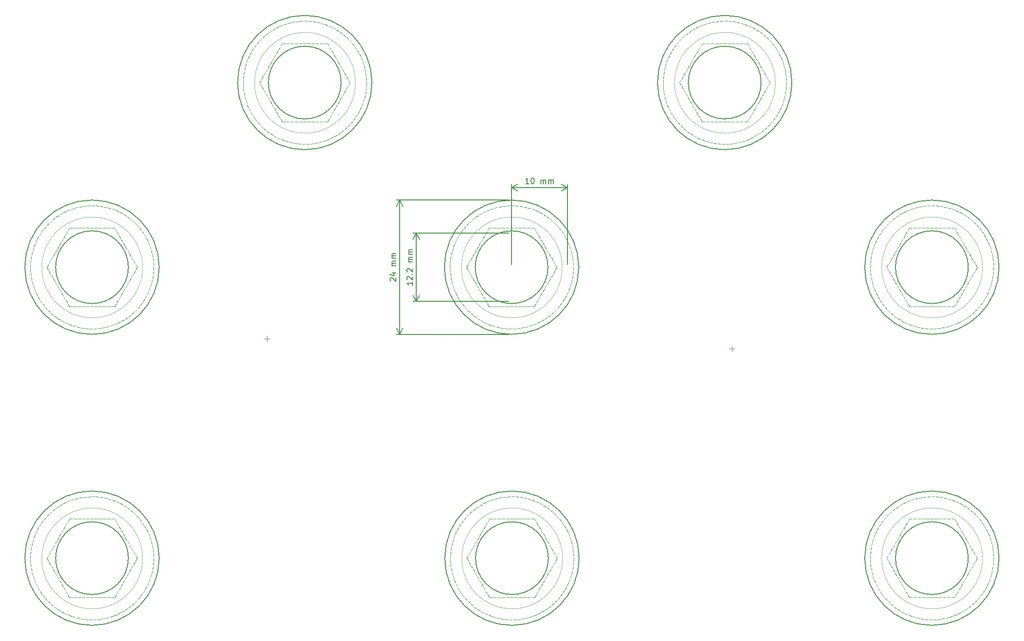
<source format=gbr>
%TF.GenerationSoftware,KiCad,Pcbnew,8.0.4+1*%
%TF.CreationDate,2024-10-06T11:12:32+00:00*%
%TF.ProjectId,pedalboard-display,70656461-6c62-46f6-9172-642d64697370,0.0.0-RC1*%
%TF.SameCoordinates,Original*%
%TF.FileFunction,OtherDrawing,Comment*%
%FSLAX46Y46*%
G04 Gerber Fmt 4.6, Leading zero omitted, Abs format (unit mm)*
G04 Created by KiCad (PCBNEW 8.0.4+1) date 2024-10-06 11:12:32*
%MOMM*%
%LPD*%
G01*
G04 APERTURE LIST*
%ADD10C,0.050000*%
%ADD11C,0.030000*%
%ADD12C,0.150000*%
%ADD13C,0.100000*%
G04 APERTURE END LIST*
D10*
X102958548Y-117000000D02*
X103508548Y-117000000D01*
X103708548Y-117000000D02*
X104258548Y-117000000D01*
X104458548Y-117000000D02*
X105008548Y-117000000D01*
X105208548Y-117000000D02*
X105758548Y-117000000D01*
X105958548Y-117000000D02*
X106508548Y-117000000D01*
X106708548Y-117000000D02*
X107258548Y-117000000D01*
X107458548Y-117000000D02*
X108008548Y-117000000D01*
X108208548Y-117000000D02*
X108758548Y-117000000D01*
X108958548Y-117000000D02*
X109508548Y-117000000D01*
X109708548Y-117000000D02*
X110258548Y-117000000D01*
X110458548Y-117000000D02*
X111008548Y-117000000D01*
X65958548Y-46000000D02*
X65683548Y-45523686D01*
X65583548Y-45350481D02*
X65308548Y-44874167D01*
X65208548Y-44700962D02*
X64933548Y-44224648D01*
X64833548Y-44051443D02*
X64558548Y-43575129D01*
X64458548Y-43401924D02*
X64183548Y-42925610D01*
X64083548Y-42752405D02*
X63808548Y-42276091D01*
X63708548Y-42102886D02*
X63433548Y-41626572D01*
X63333548Y-41453367D02*
X63058548Y-40977053D01*
X62958548Y-40803848D02*
X62683548Y-40327534D01*
X62583548Y-40154329D02*
X62308548Y-39678015D01*
X62208548Y-39504810D02*
X61933548Y-39028496D01*
D11*
X154000000Y-39000000D02*
X154000000Y-39000000D01*
X153999200Y-39119996D02*
X153999200Y-39119996D01*
X153996800Y-39239971D02*
X153996800Y-39239971D01*
X153992800Y-39359904D02*
X153992800Y-39359904D01*
X153987203Y-39479772D02*
X153987203Y-39479772D01*
X153980007Y-39599555D02*
X153980007Y-39599555D01*
X153971215Y-39719232D02*
X153971215Y-39719232D01*
X153960828Y-39838780D02*
X153960828Y-39838780D01*
X153948848Y-39958180D02*
X153948848Y-39958180D01*
X153935277Y-40077409D02*
X153935277Y-40077409D01*
X153920118Y-40196447D02*
X153920118Y-40196447D01*
X153903373Y-40315272D02*
X153903373Y-40315272D01*
X153885045Y-40433863D02*
X153885045Y-40433863D01*
X153865138Y-40552200D02*
X153865138Y-40552200D01*
X153843654Y-40670260D02*
X153843654Y-40670260D01*
X153820599Y-40788023D02*
X153820599Y-40788023D01*
X153795975Y-40905469D02*
X153795975Y-40905469D01*
X153769788Y-41022576D02*
X153769788Y-41022576D01*
X153742041Y-41139323D02*
X153742041Y-41139323D01*
X153712741Y-41255690D02*
X153712741Y-41255690D01*
X153681891Y-41371656D02*
X153681891Y-41371656D01*
X153649498Y-41487200D02*
X153649498Y-41487200D01*
X153615568Y-41602302D02*
X153615568Y-41602302D01*
X153580106Y-41716942D02*
X153580106Y-41716942D01*
X153543118Y-41831099D02*
X153543118Y-41831099D01*
X153504612Y-41944752D02*
X153504612Y-41944752D01*
X153464594Y-42057881D02*
X153464594Y-42057881D01*
X153423071Y-42170468D02*
X153423071Y-42170468D01*
X153380051Y-42282490D02*
X153380051Y-42282490D01*
X153335540Y-42393929D02*
X153335540Y-42393929D01*
X153289548Y-42504765D02*
X153289548Y-42504765D01*
X153242083Y-42614977D02*
X153242083Y-42614977D01*
X153193152Y-42724547D02*
X153193152Y-42724547D01*
X153142764Y-42833455D02*
X153142764Y-42833455D01*
X153090929Y-42941681D02*
X153090929Y-42941681D01*
X153037656Y-43049206D02*
X153037656Y-43049206D01*
X152982954Y-43156012D02*
X152982954Y-43156012D01*
X152926832Y-43262079D02*
X152926832Y-43262079D01*
X152869302Y-43367388D02*
X152869302Y-43367388D01*
X152810372Y-43471921D02*
X152810372Y-43471921D01*
X152750054Y-43575658D02*
X152750054Y-43575658D01*
X152688358Y-43678583D02*
X152688358Y-43678583D01*
X152625295Y-43780675D02*
X152625295Y-43780675D01*
X152560877Y-43881918D02*
X152560877Y-43881918D01*
X152495115Y-43982293D02*
X152495115Y-43982293D01*
X152428020Y-44081782D02*
X152428020Y-44081782D01*
X152359605Y-44180367D02*
X152359605Y-44180367D01*
X152289881Y-44278032D02*
X152289881Y-44278032D01*
X152218861Y-44374758D02*
X152218861Y-44374758D01*
X152146558Y-44470529D02*
X152146558Y-44470529D01*
X152072985Y-44565328D02*
X152072985Y-44565328D01*
X151998154Y-44659137D02*
X151998154Y-44659137D01*
X151922079Y-44751940D02*
X151922079Y-44751940D01*
X151844773Y-44843720D02*
X151844773Y-44843720D01*
X151766251Y-44934462D02*
X151766251Y-44934462D01*
X151686526Y-45024148D02*
X151686526Y-45024148D01*
X151605612Y-45112764D02*
X151605612Y-45112764D01*
X151523524Y-45200293D02*
X151523524Y-45200293D01*
X151440276Y-45286719D02*
X151440276Y-45286719D01*
X151355883Y-45372028D02*
X151355883Y-45372028D01*
X151270360Y-45456204D02*
X151270360Y-45456204D01*
X151183722Y-45539233D02*
X151183722Y-45539233D01*
X151095985Y-45621099D02*
X151095985Y-45621099D01*
X151007165Y-45701788D02*
X151007165Y-45701788D01*
X150917276Y-45781285D02*
X150917276Y-45781285D01*
X150826336Y-45859577D02*
X150826336Y-45859577D01*
X150734360Y-45936649D02*
X150734360Y-45936649D01*
X150641364Y-46012489D02*
X150641364Y-46012489D01*
X150547366Y-46087081D02*
X150547366Y-46087081D01*
X150452381Y-46160414D02*
X150452381Y-46160414D01*
X150356427Y-46232474D02*
X150356427Y-46232474D01*
X150259521Y-46303248D02*
X150259521Y-46303248D01*
X150161679Y-46372724D02*
X150161679Y-46372724D01*
X150062920Y-46440889D02*
X150062920Y-46440889D01*
X149963262Y-46507731D02*
X149963262Y-46507731D01*
X149862720Y-46573238D02*
X149862720Y-46573238D01*
X149761314Y-46637400D02*
X149761314Y-46637400D01*
X149659062Y-46700203D02*
X149659062Y-46700203D01*
X149555982Y-46761638D02*
X149555982Y-46761638D01*
X149452091Y-46821692D02*
X149452091Y-46821692D01*
X149347410Y-46880356D02*
X149347410Y-46880356D01*
X149241955Y-46937620D02*
X149241955Y-46937620D01*
X149135746Y-46993472D02*
X149135746Y-46993472D01*
X149028802Y-47047903D02*
X149028802Y-47047903D01*
X148921142Y-47100903D02*
X148921142Y-47100903D01*
X148812784Y-47152464D02*
X148812784Y-47152464D01*
X148703749Y-47202575D02*
X148703749Y-47202575D01*
X148594055Y-47251227D02*
X148594055Y-47251227D01*
X148483723Y-47298413D02*
X148483723Y-47298413D01*
X148372771Y-47344124D02*
X148372771Y-47344124D01*
X148261219Y-47388351D02*
X148261219Y-47388351D01*
X148149088Y-47431087D02*
X148149088Y-47431087D01*
X148036397Y-47472324D02*
X148036397Y-47472324D01*
X147923166Y-47512055D02*
X147923166Y-47512055D01*
X147809416Y-47550273D02*
X147809416Y-47550273D01*
X147695166Y-47586971D02*
X147695166Y-47586971D01*
X147580436Y-47622142D02*
X147580436Y-47622142D01*
X147465249Y-47655781D02*
X147465249Y-47655781D01*
X147349622Y-47687880D02*
X147349622Y-47687880D01*
X147233579Y-47718435D02*
X147233579Y-47718435D01*
X147117138Y-47747441D02*
X147117138Y-47747441D01*
X147000320Y-47774891D02*
X147000320Y-47774891D01*
X146883147Y-47800781D02*
X146883147Y-47800781D01*
X146765640Y-47825107D02*
X146765640Y-47825107D01*
X146647818Y-47847863D02*
X146647818Y-47847863D01*
X146529704Y-47869047D02*
X146529704Y-47869047D01*
X146411317Y-47888654D02*
X146411317Y-47888654D01*
X146292680Y-47906681D02*
X146292680Y-47906681D01*
X146173813Y-47923125D02*
X146173813Y-47923125D01*
X146054737Y-47937982D02*
X146054737Y-47937982D01*
X145935474Y-47951250D02*
X145935474Y-47951250D01*
X145816044Y-47962927D02*
X145816044Y-47962927D01*
X145696469Y-47973011D02*
X145696469Y-47973011D01*
X145576771Y-47981499D02*
X145576771Y-47981499D01*
X145456970Y-47988391D02*
X145456970Y-47988391D01*
X145337088Y-47993685D02*
X145337088Y-47993685D01*
X145217145Y-47997380D02*
X145217145Y-47997380D01*
X145097165Y-47999475D02*
X145097165Y-47999475D01*
X144977166Y-47999971D02*
X144977166Y-47999971D01*
X144857172Y-47998866D02*
X144857172Y-47998866D01*
X144737204Y-47996162D02*
X144737204Y-47996162D01*
X144617282Y-47991858D02*
X144617282Y-47991858D01*
X144497428Y-47985956D02*
X144497428Y-47985956D01*
X144377663Y-47978457D02*
X144377663Y-47978457D01*
X144258010Y-47969361D02*
X144258010Y-47969361D01*
X144138488Y-47958671D02*
X144138488Y-47958671D01*
X144019119Y-47946388D02*
X144019119Y-47946388D01*
X143899924Y-47932515D02*
X143899924Y-47932515D01*
X143780925Y-47917054D02*
X143780925Y-47917054D01*
X143662143Y-47900007D02*
X143662143Y-47900007D01*
X143543599Y-47881379D02*
X143543599Y-47881379D01*
X143425313Y-47861171D02*
X143425313Y-47861171D01*
X143307308Y-47839388D02*
X143307308Y-47839388D01*
X143189603Y-47816034D02*
X143189603Y-47816034D01*
X143072221Y-47791113D02*
X143072221Y-47791113D01*
X142955181Y-47764628D02*
X142955181Y-47764628D01*
X142838504Y-47736586D02*
X142838504Y-47736586D01*
X142722212Y-47706990D02*
X142722212Y-47706990D01*
X142606325Y-47675846D02*
X142606325Y-47675846D01*
X142490863Y-47643161D02*
X142490863Y-47643161D01*
X142375847Y-47608938D02*
X142375847Y-47608938D01*
X142261298Y-47573185D02*
X142261298Y-47573185D01*
X142147236Y-47535908D02*
X142147236Y-47535908D01*
X142033680Y-47497114D02*
X142033680Y-47497114D01*
X141920653Y-47456809D02*
X141920653Y-47456809D01*
X141808172Y-47415000D02*
X141808172Y-47415000D01*
X141696259Y-47371696D02*
X141696259Y-47371696D01*
X141584934Y-47326903D02*
X141584934Y-47326903D01*
X141474215Y-47280630D02*
X141474215Y-47280630D01*
X141364123Y-47232885D02*
X141364123Y-47232885D01*
X141254678Y-47183676D02*
X141254678Y-47183676D01*
X141145898Y-47133013D02*
X141145898Y-47133013D01*
X141037804Y-47080903D02*
X141037804Y-47080903D01*
X140930414Y-47027357D02*
X140930414Y-47027357D01*
X140823748Y-46972384D02*
X140823748Y-46972384D01*
X140717823Y-46915994D02*
X140717823Y-46915994D01*
X140612661Y-46858196D02*
X140612661Y-46858196D01*
X140508278Y-46799002D02*
X140508278Y-46799002D01*
X140404693Y-46738421D02*
X140404693Y-46738421D01*
X140301926Y-46676464D02*
X140301926Y-46676464D01*
X140199994Y-46613142D02*
X140199994Y-46613142D01*
X140098915Y-46548467D02*
X140098915Y-46548467D01*
X139998707Y-46482451D02*
X139998707Y-46482451D01*
X139899389Y-46415104D02*
X139899389Y-46415104D01*
X139800977Y-46346438D02*
X139800977Y-46346438D01*
X139703489Y-46276467D02*
X139703489Y-46276467D01*
X139606944Y-46205202D02*
X139606944Y-46205202D01*
X139511356Y-46132657D02*
X139511356Y-46132657D01*
X139416745Y-46058843D02*
X139416745Y-46058843D01*
X139323126Y-45983774D02*
X139323126Y-45983774D01*
X139230517Y-45907464D02*
X139230517Y-45907464D01*
X139138933Y-45829926D02*
X139138933Y-45829926D01*
X139048391Y-45751174D02*
X139048391Y-45751174D01*
X138958907Y-45671221D02*
X138958907Y-45671221D01*
X138870497Y-45590082D02*
X138870497Y-45590082D01*
X138783176Y-45507772D02*
X138783176Y-45507772D01*
X138696961Y-45424305D02*
X138696961Y-45424305D01*
X138611866Y-45339696D02*
X138611866Y-45339696D01*
X138527908Y-45253960D02*
X138527908Y-45253960D01*
X138445099Y-45167112D02*
X138445099Y-45167112D01*
X138363456Y-45079168D02*
X138363456Y-45079168D01*
X138282993Y-44990143D02*
X138282993Y-44990143D01*
X138203724Y-44900053D02*
X138203724Y-44900053D01*
X138125663Y-44808914D02*
X138125663Y-44808914D01*
X138048824Y-44716743D02*
X138048824Y-44716743D01*
X137973221Y-44623555D02*
X137973221Y-44623555D01*
X137898867Y-44529368D02*
X137898867Y-44529368D01*
X137825775Y-44434197D02*
X137825775Y-44434197D01*
X137753959Y-44338061D02*
X137753959Y-44338061D01*
X137683431Y-44240975D02*
X137683431Y-44240975D01*
X137614204Y-44142958D02*
X137614204Y-44142958D01*
X137546290Y-44044027D02*
X137546290Y-44044027D01*
X137479701Y-43944198D02*
X137479701Y-43944198D01*
X137414448Y-43843491D02*
X137414448Y-43843491D01*
X137350545Y-43741923D02*
X137350545Y-43741923D01*
X137288001Y-43639512D02*
X137288001Y-43639512D01*
X137226828Y-43536276D02*
X137226828Y-43536276D01*
X137167037Y-43432233D02*
X137167037Y-43432233D01*
X137108638Y-43327403D02*
X137108638Y-43327403D01*
X137051643Y-43221803D02*
X137051643Y-43221803D01*
X136996060Y-43115453D02*
X136996060Y-43115453D01*
X136941901Y-43008371D02*
X136941901Y-43008371D01*
X136889174Y-42900577D02*
X136889174Y-42900577D01*
X136837888Y-42792089D02*
X136837888Y-42792089D01*
X136788054Y-42682927D02*
X136788054Y-42682927D01*
X136739680Y-42573110D02*
X136739680Y-42573110D01*
X136692774Y-42462658D02*
X136692774Y-42462658D01*
X136647345Y-42351591D02*
X136647345Y-42351591D01*
X136603401Y-42239928D02*
X136603401Y-42239928D01*
X136560950Y-42127688D02*
X136560950Y-42127688D01*
X136519998Y-42014893D02*
X136519998Y-42014893D01*
X136480555Y-41901562D02*
X136480555Y-41901562D01*
X136442626Y-41787714D02*
X136442626Y-41787714D01*
X136406218Y-41673372D02*
X136406218Y-41673372D01*
X136371338Y-41558554D02*
X136371338Y-41558554D01*
X136337992Y-41443281D02*
X136337992Y-41443281D01*
X136306186Y-41327574D02*
X136306186Y-41327574D01*
X136275925Y-41211453D02*
X136275925Y-41211453D01*
X136247215Y-41094939D02*
X136247215Y-41094939D01*
X136220062Y-40978052D02*
X136220062Y-40978052D01*
X136194469Y-40860814D02*
X136194469Y-40860814D01*
X136170441Y-40743245D02*
X136170441Y-40743245D01*
X136147984Y-40625366D02*
X136147984Y-40625366D01*
X136127100Y-40507198D02*
X136127100Y-40507198D01*
X136107793Y-40388762D02*
X136107793Y-40388762D01*
X136090067Y-40270080D02*
X136090067Y-40270080D01*
X136073925Y-40151171D02*
X136073925Y-40151171D01*
X136059370Y-40032058D02*
X136059370Y-40032058D01*
X136046404Y-39912761D02*
X136046404Y-39912761D01*
X136035030Y-39793303D02*
X136035030Y-39793303D01*
X136025250Y-39673703D02*
X136025250Y-39673703D01*
X136017066Y-39553983D02*
X136017066Y-39553983D01*
X136010478Y-39434165D02*
X136010478Y-39434165D01*
X136005488Y-39314269D02*
X136005488Y-39314269D01*
X136002098Y-39194318D02*
X136002098Y-39194318D01*
X136000306Y-39074333D02*
X136000306Y-39074333D01*
X136000115Y-38954334D02*
X136000115Y-38954334D01*
X136001524Y-38834343D02*
X136001524Y-38834343D01*
X136004533Y-38714381D02*
X136004533Y-38714381D01*
X136009140Y-38594471D02*
X136009140Y-38594471D01*
X136015347Y-38474632D02*
X136015347Y-38474632D01*
X136023150Y-38354887D02*
X136023150Y-38354887D01*
X136032549Y-38235257D02*
X136032549Y-38235257D01*
X136043542Y-38115762D02*
X136043542Y-38115762D01*
X136056128Y-37996425D02*
X136056128Y-37996425D01*
X136070304Y-37877266D02*
X136070304Y-37877266D01*
X136086067Y-37758307D02*
X136086067Y-37758307D01*
X136103414Y-37639568D02*
X136103414Y-37639568D01*
X136122344Y-37521071D02*
X136122344Y-37521071D01*
X136142851Y-37402838D02*
X136142851Y-37402838D01*
X136164933Y-37284888D02*
X136164933Y-37284888D01*
X136188586Y-37167243D02*
X136188586Y-37167243D01*
X136213806Y-37049924D02*
X136213806Y-37049924D01*
X136240587Y-36932951D02*
X136240587Y-36932951D01*
X136268925Y-36816346D02*
X136268925Y-36816346D01*
X136298816Y-36700130D02*
X136298816Y-36700130D01*
X136330253Y-36584322D02*
X136330253Y-36584322D01*
X136363232Y-36468943D02*
X136363232Y-36468943D01*
X136397746Y-36354015D02*
X136397746Y-36354015D01*
X136433789Y-36239557D02*
X136433789Y-36239557D01*
X136471356Y-36125589D02*
X136471356Y-36125589D01*
X136510438Y-36012133D02*
X136510438Y-36012133D01*
X136551030Y-35899208D02*
X136551030Y-35899208D01*
X136593123Y-35786834D02*
X136593123Y-35786834D01*
X136636712Y-35675031D02*
X136636712Y-35675031D01*
X136681787Y-35563819D02*
X136681787Y-35563819D01*
X136728340Y-35453218D02*
X136728340Y-35453218D01*
X136776365Y-35343248D02*
X136776365Y-35343248D01*
X136825851Y-35233928D02*
X136825851Y-35233928D01*
X136876790Y-35125277D02*
X136876790Y-35125277D01*
X136929174Y-35017316D02*
X136929174Y-35017316D01*
X136982992Y-34910062D02*
X136982992Y-34910062D01*
X137038236Y-34803535D02*
X137038236Y-34803535D01*
X137094894Y-34697754D02*
X137094894Y-34697754D01*
X137152959Y-34592738D02*
X137152959Y-34592738D01*
X137212418Y-34488506D02*
X137212418Y-34488506D01*
X137273262Y-34385076D02*
X137273262Y-34385076D01*
X137335479Y-34282466D02*
X137335479Y-34282466D01*
X137399059Y-34180695D02*
X137399059Y-34180695D01*
X137463990Y-34079780D02*
X137463990Y-34079780D01*
X137530261Y-33979740D02*
X137530261Y-33979740D01*
X137597860Y-33880593D02*
X137597860Y-33880593D01*
X137666774Y-33782356D02*
X137666774Y-33782356D01*
X137736993Y-33685046D02*
X137736993Y-33685046D01*
X137808502Y-33588681D02*
X137808502Y-33588681D01*
X137881290Y-33493278D02*
X137881290Y-33493278D01*
X137955344Y-33398855D02*
X137955344Y-33398855D01*
X138030650Y-33305427D02*
X138030650Y-33305427D01*
X138107194Y-33213011D02*
X138107194Y-33213011D01*
X138184965Y-33121624D02*
X138184965Y-33121624D01*
X138263946Y-33031282D02*
X138263946Y-33031282D01*
X138344126Y-32942001D02*
X138344126Y-32942001D01*
X138425488Y-32853797D02*
X138425488Y-32853797D01*
X138508020Y-32766686D02*
X138508020Y-32766686D01*
X138591705Y-32680683D02*
X138591705Y-32680683D01*
X138676530Y-32595803D02*
X138676530Y-32595803D01*
X138762479Y-32512062D02*
X138762479Y-32512062D01*
X138849536Y-32429474D02*
X138849536Y-32429474D01*
X138937687Y-32348055D02*
X138937687Y-32348055D01*
X139026916Y-32267817D02*
X139026916Y-32267817D01*
X139117207Y-32188777D02*
X139117207Y-32188777D01*
X139208543Y-32110948D02*
X139208543Y-32110948D01*
X139300910Y-32034343D02*
X139300910Y-32034343D01*
X139394289Y-31958976D02*
X139394289Y-31958976D01*
X139488665Y-31884862D02*
X139488665Y-31884862D01*
X139584020Y-31812012D02*
X139584020Y-31812012D01*
X139680339Y-31740440D02*
X139680339Y-31740440D01*
X139777603Y-31670158D02*
X139777603Y-31670158D01*
X139875795Y-31601180D02*
X139875795Y-31601180D01*
X139974899Y-31533517D02*
X139974899Y-31533517D01*
X140074896Y-31467181D02*
X140074896Y-31467181D01*
X140175768Y-31402185D02*
X140175768Y-31402185D01*
X140277498Y-31338539D02*
X140277498Y-31338539D01*
X140380067Y-31276255D02*
X140380067Y-31276255D01*
X140483458Y-31215344D02*
X140483458Y-31215344D01*
X140587652Y-31155818D02*
X140587652Y-31155818D01*
X140692630Y-31097685D02*
X140692630Y-31097685D01*
X140798374Y-31040958D02*
X140798374Y-31040958D01*
X140904865Y-30985645D02*
X140904865Y-30985645D01*
X141012084Y-30931757D02*
X141012084Y-30931757D01*
X141120012Y-30879304D02*
X141120012Y-30879304D01*
X141228629Y-30828294D02*
X141228629Y-30828294D01*
X141337918Y-30778737D02*
X141337918Y-30778737D01*
X141447857Y-30730642D02*
X141447857Y-30730642D01*
X141558427Y-30684016D02*
X141558427Y-30684016D01*
X141669610Y-30638869D02*
X141669610Y-30638869D01*
X141781384Y-30595208D02*
X141781384Y-30595208D01*
X141893731Y-30553042D02*
X141893731Y-30553042D01*
X142006630Y-30512377D02*
X142006630Y-30512377D01*
X142120061Y-30473221D02*
X142120061Y-30473221D01*
X142234004Y-30435581D02*
X142234004Y-30435581D01*
X142348438Y-30399463D02*
X142348438Y-30399463D01*
X142463345Y-30364875D02*
X142463345Y-30364875D01*
X142578702Y-30331821D02*
X142578702Y-30331821D01*
X142694489Y-30300309D02*
X142694489Y-30300309D01*
X142810686Y-30270343D02*
X142810686Y-30270343D01*
X142927273Y-30241929D02*
X142927273Y-30241929D01*
X143044228Y-30215072D02*
X143044228Y-30215072D01*
X143161531Y-30189776D02*
X143161531Y-30189776D01*
X143279160Y-30166047D02*
X143279160Y-30166047D01*
X143397096Y-30143889D02*
X143397096Y-30143889D01*
X143515316Y-30123304D02*
X143515316Y-30123304D01*
X143633801Y-30104298D02*
X143633801Y-30104298D01*
X143752528Y-30086874D02*
X143752528Y-30086874D01*
X143871477Y-30071033D02*
X143871477Y-30071033D01*
X143990627Y-30056780D02*
X143990627Y-30056780D01*
X144109956Y-30044118D02*
X144109956Y-30044118D01*
X144229443Y-30033047D02*
X144229443Y-30033047D01*
X144349068Y-30023570D02*
X144349068Y-30023570D01*
X144468808Y-30015689D02*
X144468808Y-30015689D01*
X144588642Y-30009405D02*
X144588642Y-30009405D01*
X144708550Y-30004720D02*
X144708550Y-30004720D01*
X144828509Y-30001633D02*
X144828509Y-30001633D01*
X144948499Y-30000147D02*
X144948499Y-30000147D01*
X145068498Y-30000260D02*
X145068498Y-30000260D01*
X145188485Y-30001973D02*
X145188485Y-30001973D01*
X145308438Y-30005286D02*
X145308438Y-30005286D01*
X145428337Y-30010198D02*
X145428337Y-30010198D01*
X145548159Y-30016708D02*
X145548159Y-30016708D01*
X145667884Y-30024815D02*
X145667884Y-30024815D01*
X145787490Y-30034518D02*
X145787490Y-30034518D01*
X145906957Y-30045815D02*
X145906957Y-30045815D01*
X146026262Y-30058703D02*
X146026262Y-30058703D01*
X146145384Y-30073181D02*
X146145384Y-30073181D01*
X146264303Y-30089246D02*
X146264303Y-30089246D01*
X146382997Y-30106894D02*
X146382997Y-30106894D01*
X146501445Y-30126124D02*
X146501445Y-30126124D01*
X146619627Y-30146932D02*
X146619627Y-30146932D01*
X146737520Y-30169313D02*
X146737520Y-30169313D01*
X146855105Y-30193264D02*
X146855105Y-30193264D01*
X146972360Y-30218781D02*
X146972360Y-30218781D01*
X147089264Y-30245859D02*
X147089264Y-30245859D01*
X147205796Y-30274493D02*
X147205796Y-30274493D01*
X147321937Y-30304679D02*
X147321937Y-30304679D01*
X147437665Y-30336410D02*
X147437665Y-30336410D01*
X147552959Y-30369681D02*
X147552959Y-30369681D01*
X147667800Y-30404487D02*
X147667800Y-30404487D01*
X147782166Y-30440820D02*
X147782166Y-30440820D01*
X147896038Y-30478676D02*
X147896038Y-30478676D01*
X148009395Y-30518046D02*
X148009395Y-30518046D01*
X148122216Y-30558924D02*
X148122216Y-30558924D01*
X148234483Y-30601302D02*
X148234483Y-30601302D01*
X148346175Y-30645174D02*
X148346175Y-30645174D01*
X148457272Y-30690531D02*
X148457272Y-30690531D01*
X148567754Y-30737365D02*
X148567754Y-30737365D01*
X148677602Y-30785668D02*
X148677602Y-30785668D01*
X148786797Y-30835432D02*
X148786797Y-30835432D01*
X148895318Y-30886647D02*
X148895318Y-30886647D01*
X149003146Y-30939304D02*
X149003146Y-30939304D01*
X149110263Y-30993394D02*
X149110263Y-30993394D01*
X149216650Y-31048908D02*
X149216650Y-31048908D01*
X149322286Y-31105835D02*
X149322286Y-31105835D01*
X149427154Y-31164165D02*
X149427154Y-31164165D01*
X149531236Y-31223889D02*
X149531236Y-31223889D01*
X149634511Y-31284995D02*
X149634511Y-31284995D01*
X149736963Y-31347472D02*
X149736963Y-31347472D01*
X149838573Y-31411310D02*
X149838573Y-31411310D01*
X149939322Y-31476497D02*
X149939322Y-31476497D01*
X150039193Y-31543021D02*
X150039193Y-31543021D01*
X150138169Y-31610871D02*
X150138169Y-31610871D01*
X150236231Y-31680035D02*
X150236231Y-31680035D01*
X150333362Y-31750500D02*
X150333362Y-31750500D01*
X150429545Y-31822254D02*
X150429545Y-31822254D01*
X150524763Y-31895284D02*
X150524763Y-31895284D01*
X150618999Y-31969576D02*
X150618999Y-31969576D01*
X150712235Y-32045119D02*
X150712235Y-32045119D01*
X150804457Y-32121898D02*
X150804457Y-32121898D01*
X150895646Y-32199900D02*
X150895646Y-32199900D01*
X150985787Y-32279111D02*
X150985787Y-32279111D01*
X151074864Y-32359516D02*
X151074864Y-32359516D01*
X151162862Y-32441102D02*
X151162862Y-32441102D01*
X151249763Y-32523854D02*
X151249763Y-32523854D01*
X151335554Y-32607758D02*
X151335554Y-32607758D01*
X151420218Y-32692798D02*
X151420218Y-32692798D01*
X151503741Y-32778959D02*
X151503741Y-32778959D01*
X151586107Y-32866226D02*
X151586107Y-32866226D01*
X151667303Y-32954583D02*
X151667303Y-32954583D01*
X151747314Y-33044015D02*
X151747314Y-33044015D01*
X151826125Y-33134506D02*
X151826125Y-33134506D01*
X151903722Y-33226040D02*
X151903722Y-33226040D01*
X151980092Y-33318600D02*
X151980092Y-33318600D01*
X152055222Y-33412170D02*
X152055222Y-33412170D01*
X152129097Y-33506733D02*
X152129097Y-33506733D01*
X152201704Y-33602274D02*
X152201704Y-33602274D01*
X152273032Y-33698773D02*
X152273032Y-33698773D01*
X152343066Y-33796215D02*
X152343066Y-33796215D01*
X152411795Y-33894583D02*
X152411795Y-33894583D01*
X152479207Y-33993857D02*
X152479207Y-33993857D01*
X152545289Y-34094022D02*
X152545289Y-34094022D01*
X152610029Y-34195059D02*
X152610029Y-34195059D01*
X152673416Y-34296950D02*
X152673416Y-34296950D01*
X152735440Y-34399677D02*
X152735440Y-34399677D01*
X152796088Y-34503223D02*
X152796088Y-34503223D01*
X152855350Y-34607567D02*
X152855350Y-34607567D01*
X152913216Y-34712692D02*
X152913216Y-34712692D01*
X152969675Y-34818580D02*
X152969675Y-34818580D01*
X153024717Y-34925211D02*
X153024717Y-34925211D01*
X153078333Y-35032566D02*
X153078333Y-35032566D01*
X153130512Y-35140627D02*
X153130512Y-35140627D01*
X153181247Y-35249373D02*
X153181247Y-35249373D01*
X153230526Y-35358787D02*
X153230526Y-35358787D01*
X153278343Y-35468847D02*
X153278343Y-35468847D01*
X153324687Y-35579536D02*
X153324687Y-35579536D01*
X153369552Y-35690833D02*
X153369552Y-35690833D01*
X153412929Y-35802717D02*
X153412929Y-35802717D01*
X153454811Y-35915171D02*
X153454811Y-35915171D01*
X153495189Y-36028172D02*
X153495189Y-36028172D01*
X153534057Y-36141702D02*
X153534057Y-36141702D01*
X153571408Y-36255741D02*
X153571408Y-36255741D01*
X153607235Y-36370267D02*
X153607235Y-36370267D01*
X153641532Y-36485260D02*
X153641532Y-36485260D01*
X153674293Y-36600701D02*
X153674293Y-36600701D01*
X153705511Y-36716568D02*
X153705511Y-36716568D01*
X153735183Y-36832841D02*
X153735183Y-36832841D01*
X153763301Y-36949499D02*
X153763301Y-36949499D01*
X153789861Y-37066522D02*
X153789861Y-37066522D01*
X153814859Y-37183888D02*
X153814859Y-37183888D01*
X153838289Y-37301578D02*
X153838289Y-37301578D01*
X153860148Y-37419569D02*
X153860148Y-37419569D01*
X153880433Y-37537841D02*
X153880433Y-37537841D01*
X153899138Y-37656374D02*
X153899138Y-37656374D01*
X153916262Y-37775145D02*
X153916262Y-37775145D01*
X153931800Y-37894134D02*
X153931800Y-37894134D01*
X153945751Y-38013319D02*
X153945751Y-38013319D01*
X153958111Y-38132680D02*
X153958111Y-38132680D01*
X153968878Y-38252195D02*
X153968878Y-38252195D01*
X153978052Y-38371843D02*
X153978052Y-38371843D01*
X153985629Y-38491603D02*
X153985629Y-38491603D01*
X153991608Y-38611453D02*
X153991608Y-38611453D01*
X153995990Y-38731372D02*
X153995990Y-38731372D01*
X153998772Y-38851338D02*
X153998772Y-38851338D01*
X153999954Y-38971332D02*
X153999954Y-38971332D01*
D10*
X43000000Y-124000000D02*
X42986252Y-124549770D01*
X42974441Y-124749419D02*
X42923271Y-125296975D01*
X42897885Y-125495355D02*
X42809529Y-126038154D01*
X42770687Y-126234343D02*
X42645556Y-126769860D01*
X42593438Y-126962947D02*
X42432113Y-127488696D01*
X42366962Y-127677784D02*
X42170193Y-128191319D01*
X42092310Y-128375529D02*
X41861012Y-128874466D01*
X41770761Y-129052942D02*
X41506008Y-129534961D01*
X41403807Y-129706874D02*
X41106830Y-130169736D01*
X40993153Y-130334286D02*
X40665332Y-130775840D01*
X40540709Y-130932263D02*
X40183567Y-131350457D01*
X40048577Y-131498026D02*
X39663773Y-131890916D01*
X39519043Y-132028946D02*
X39108366Y-132394707D01*
X38954569Y-132522556D02*
X38519927Y-132859488D01*
X38357777Y-132976562D02*
X37901190Y-133283100D01*
X37731440Y-133388854D02*
X37255030Y-133663573D01*
X37078470Y-133757516D02*
X36584451Y-133999140D01*
X36401901Y-134080836D02*
X35892567Y-134288241D01*
X35704875Y-134357311D02*
X35182596Y-134529533D01*
X34990634Y-134585655D02*
X34457834Y-134721895D01*
X34262495Y-134764809D02*
X33721651Y-134864433D01*
X33523843Y-134893938D02*
X32977468Y-134956484D01*
X32778109Y-134972444D02*
X32228743Y-134997621D01*
X32028759Y-134999962D02*
X31478954Y-134987652D01*
X31279276Y-134976363D02*
X30731587Y-134926624D01*
X30533142Y-134901758D02*
X29990114Y-134814821D01*
X29793824Y-134776492D02*
X29257981Y-134652761D01*
X29064758Y-134601148D02*
X28538590Y-134441199D01*
X28349333Y-134376542D02*
X27835284Y-134181117D01*
X27650871Y-134103716D02*
X27151331Y-133873723D01*
X26972620Y-133783938D02*
X26489910Y-133520447D01*
X26317731Y-133418695D02*
X25854094Y-133122929D01*
X25689248Y-133009684D02*
X25246838Y-132683018D01*
X25090090Y-132558805D02*
X24670963Y-132202757D01*
X24523042Y-132068153D02*
X24129146Y-131684378D01*
X23990739Y-131540009D02*
X23623905Y-131130290D01*
X23495655Y-130976827D02*
X23157587Y-130543068D01*
X23040090Y-130381224D02*
X22732360Y-129925441D01*
X22626162Y-129755968D02*
X22350198Y-129280278D01*
X22255794Y-129103964D02*
X22012879Y-128610578D01*
X21930706Y-128428242D02*
X21721970Y-127919453D01*
X21652410Y-127731942D02*
X21478823Y-127210114D01*
X21422199Y-127018300D02*
X21284566Y-126485858D01*
X21241143Y-126290632D02*
X21140104Y-125750051D01*
X21110082Y-125552320D02*
X21046108Y-125006111D01*
X21029627Y-124806794D02*
X21003014Y-124257495D01*
X21000150Y-124057518D02*
X21011022Y-123507683D01*
X21021789Y-123307976D02*
X21070096Y-122760159D01*
X21094444Y-122561649D02*
X21179960Y-122018396D01*
X21217776Y-121822007D02*
X21340105Y-121285842D01*
X21391213Y-121092485D02*
X21549786Y-120565900D01*
X21613948Y-120376475D02*
X21808029Y-119861917D01*
X21884947Y-119677302D02*
X22113633Y-119177163D01*
X22202950Y-118998218D02*
X22465179Y-118514820D01*
X22566480Y-118342376D02*
X22861032Y-117877967D01*
X22973847Y-117712825D02*
X23299355Y-117269563D01*
X23423158Y-117112490D02*
X23778108Y-116692434D01*
X23912325Y-116544162D02*
X24295069Y-116149264D01*
X24439075Y-116010480D02*
X24847834Y-115642576D01*
X25000961Y-115513925D02*
X25433835Y-115174724D01*
X25595371Y-115056805D02*
X26050348Y-114747883D01*
X26219543Y-114641243D02*
X26694510Y-114364037D01*
X26870576Y-114269171D02*
X27363325Y-114024968D01*
X27545446Y-113942318D02*
X28053688Y-113732253D01*
X28241016Y-113662203D02*
X28762388Y-113487251D01*
X28954054Y-113430127D02*
X29486134Y-113291102D01*
X29681246Y-113247168D02*
X30221561Y-113144717D01*
X30419213Y-113114178D02*
X30965253Y-113048776D01*
X31164526Y-113031773D02*
X31713753Y-113003725D01*
X31913722Y-113000338D02*
X32463583Y-113009772D01*
X32663318Y-113020017D02*
X33211259Y-113066892D01*
X33409832Y-113090720D02*
X33953307Y-113174816D01*
X34149795Y-113212118D02*
X34686277Y-113333045D01*
X34879767Y-113383647D02*
X35406765Y-113540843D01*
X35596358Y-113604510D02*
X36111421Y-113797244D01*
X36296236Y-113873680D02*
X36796972Y-114101057D01*
X36976150Y-114189906D02*
X37460231Y-114450870D01*
X37632940Y-114551720D02*
X38098117Y-114845058D01*
X38263554Y-114957440D02*
X38707665Y-115281788D01*
X38865061Y-115405179D02*
X39286043Y-115759031D01*
X39434667Y-115892859D02*
X39830563Y-116274569D01*
X39969724Y-116418212D02*
X40338695Y-116826008D01*
X40467746Y-116978798D02*
X40808077Y-117410784D01*
X40926419Y-117572011D02*
X41236529Y-118026179D01*
X41343611Y-118195094D02*
X41622058Y-118669335D01*
X41717384Y-118845152D02*
X41962874Y-119337261D01*
X42046000Y-119519165D02*
X42257393Y-120026856D01*
X42327933Y-120214001D02*
X42504247Y-120734914D01*
X42561873Y-120926429D02*
X42702288Y-121458144D01*
X42746732Y-121653140D02*
X42850595Y-122193186D01*
X42881651Y-122390757D02*
X42948480Y-122936624D01*
X42966004Y-123135852D02*
X42995488Y-123685004D01*
X42999398Y-123884963D02*
X43000000Y-124000000D01*
X65958548Y-32000000D02*
X66508548Y-32000000D01*
X66708548Y-32000000D02*
X67258548Y-32000000D01*
X67458548Y-32000000D02*
X68008548Y-32000000D01*
X68208548Y-32000000D02*
X68758548Y-32000000D01*
X68958548Y-32000000D02*
X69508548Y-32000000D01*
X69708548Y-32000000D02*
X70258548Y-32000000D01*
X70458548Y-32000000D02*
X71008548Y-32000000D01*
X71208548Y-32000000D02*
X71758548Y-32000000D01*
X71958548Y-32000000D02*
X72508548Y-32000000D01*
X72708548Y-32000000D02*
X73258548Y-32000000D01*
X73458548Y-32000000D02*
X74008548Y-32000000D01*
X149041452Y-46000000D02*
X149316452Y-45523686D01*
X149416452Y-45350481D02*
X149691452Y-44874167D01*
X149791452Y-44700962D02*
X150066452Y-44224648D01*
X150166452Y-44051443D02*
X150441452Y-43575129D01*
X150541452Y-43401924D02*
X150816452Y-42925610D01*
X150916452Y-42752405D02*
X151191452Y-42276091D01*
X151291452Y-42102886D02*
X151566452Y-41626572D01*
X151666452Y-41453367D02*
X151941452Y-40977053D01*
X152041452Y-40803848D02*
X152316452Y-40327534D01*
X152416452Y-40154329D02*
X152691452Y-39678015D01*
X152791452Y-39504810D02*
X153066452Y-39028496D01*
X136917096Y-39000000D02*
X137192096Y-38523686D01*
X137292096Y-38350481D02*
X137567096Y-37874167D01*
X137667096Y-37700962D02*
X137942096Y-37224648D01*
X138042096Y-37051443D02*
X138317096Y-36575129D01*
X138417096Y-36401924D02*
X138692096Y-35925610D01*
X138792096Y-35752405D02*
X139067096Y-35276091D01*
X139167096Y-35102886D02*
X139442096Y-34626572D01*
X139542096Y-34453367D02*
X139817096Y-33977053D01*
X139917096Y-33803848D02*
X140192096Y-33327534D01*
X140292096Y-33154329D02*
X140567096Y-32678015D01*
X140667096Y-32504810D02*
X140942096Y-32028496D01*
X102958548Y-131000000D02*
X102683548Y-130523686D01*
X102583548Y-130350481D02*
X102308548Y-129874167D01*
X102208548Y-129700962D02*
X101933548Y-129224648D01*
X101833548Y-129051443D02*
X101558548Y-128575129D01*
X101458548Y-128401924D02*
X101183548Y-127925610D01*
X101083548Y-127752405D02*
X100808548Y-127276091D01*
X100708548Y-127102886D02*
X100433548Y-126626572D01*
X100333548Y-126453367D02*
X100058548Y-125977053D01*
X99958548Y-125803848D02*
X99683548Y-125327534D01*
X99583548Y-125154329D02*
X99308548Y-124678015D01*
X99208548Y-124504810D02*
X98933548Y-124028496D01*
X186041452Y-131000000D02*
X186316452Y-130523686D01*
X186416452Y-130350481D02*
X186691452Y-129874167D01*
X186791452Y-129700962D02*
X187066452Y-129224648D01*
X187166452Y-129051443D02*
X187441452Y-128575129D01*
X187541452Y-128401924D02*
X187816452Y-127925610D01*
X187916452Y-127752405D02*
X188191452Y-127276091D01*
X188291452Y-127102886D02*
X188566452Y-126626572D01*
X188666452Y-126453367D02*
X188941452Y-125977053D01*
X189041452Y-125803848D02*
X189316452Y-125327534D01*
X189416452Y-125154329D02*
X189691452Y-124678015D01*
X189791452Y-124504810D02*
X190066452Y-124028496D01*
X23917096Y-124000000D02*
X24192096Y-123523686D01*
X24292096Y-123350481D02*
X24567096Y-122874167D01*
X24667096Y-122700962D02*
X24942096Y-122224648D01*
X25042096Y-122051443D02*
X25317096Y-121575129D01*
X25417096Y-121401924D02*
X25692096Y-120925610D01*
X25792096Y-120752405D02*
X26067096Y-120276091D01*
X26167096Y-120102886D02*
X26442096Y-119626572D01*
X26542096Y-119453367D02*
X26817096Y-118977053D01*
X26917096Y-118803848D02*
X27192096Y-118327534D01*
X27292096Y-118154329D02*
X27567096Y-117678015D01*
X27667096Y-117504810D02*
X27942096Y-117028496D01*
X65958548Y-46000000D02*
X66508548Y-46000000D01*
X66708548Y-46000000D02*
X67258548Y-46000000D01*
X67458548Y-46000000D02*
X68008548Y-46000000D01*
X68208548Y-46000000D02*
X68758548Y-46000000D01*
X68958548Y-46000000D02*
X69508548Y-46000000D01*
X69708548Y-46000000D02*
X70258548Y-46000000D01*
X70458548Y-46000000D02*
X71008548Y-46000000D01*
X71208548Y-46000000D02*
X71758548Y-46000000D01*
X71958548Y-46000000D02*
X72508548Y-46000000D01*
X72708548Y-46000000D02*
X73258548Y-46000000D01*
X73458548Y-46000000D02*
X74008548Y-46000000D01*
D12*
X194000000Y-72000000D02*
G75*
G02*
X170000000Y-72000000I-12000000J0D01*
G01*
X170000000Y-72000000D02*
G75*
G02*
X194000000Y-72000000I12000000J0D01*
G01*
D10*
X190082904Y-72000000D02*
X189807904Y-71523686D01*
X189707904Y-71350481D02*
X189432904Y-70874167D01*
X189332904Y-70700962D02*
X189057904Y-70224648D01*
X188957904Y-70051443D02*
X188682904Y-69575129D01*
X188582904Y-69401924D02*
X188307904Y-68925610D01*
X188207904Y-68752405D02*
X187932904Y-68276091D01*
X187832904Y-68102886D02*
X187557904Y-67626572D01*
X187457904Y-67453367D02*
X187182904Y-66977053D01*
X187082904Y-66803848D02*
X186807904Y-66327534D01*
X186707904Y-66154329D02*
X186432904Y-65678015D01*
X186332904Y-65504810D02*
X186057904Y-65028496D01*
X193000000Y-124000000D02*
X192986252Y-124549770D01*
X192974441Y-124749419D02*
X192923271Y-125296975D01*
X192897885Y-125495355D02*
X192809529Y-126038154D01*
X192770687Y-126234343D02*
X192645556Y-126769860D01*
X192593438Y-126962947D02*
X192432113Y-127488696D01*
X192366962Y-127677784D02*
X192170193Y-128191319D01*
X192092310Y-128375529D02*
X191861012Y-128874466D01*
X191770761Y-129052942D02*
X191506008Y-129534961D01*
X191403807Y-129706874D02*
X191106830Y-130169736D01*
X190993153Y-130334286D02*
X190665332Y-130775840D01*
X190540709Y-130932263D02*
X190183567Y-131350457D01*
X190048577Y-131498026D02*
X189663773Y-131890916D01*
X189519043Y-132028946D02*
X189108366Y-132394707D01*
X188954569Y-132522556D02*
X188519927Y-132859488D01*
X188357777Y-132976562D02*
X187901190Y-133283100D01*
X187731440Y-133388854D02*
X187255030Y-133663573D01*
X187078470Y-133757516D02*
X186584451Y-133999140D01*
X186401901Y-134080836D02*
X185892567Y-134288241D01*
X185704875Y-134357311D02*
X185182596Y-134529533D01*
X184990634Y-134585655D02*
X184457834Y-134721895D01*
X184262495Y-134764809D02*
X183721651Y-134864433D01*
X183523843Y-134893938D02*
X182977468Y-134956484D01*
X182778109Y-134972444D02*
X182228743Y-134997621D01*
X182028759Y-134999962D02*
X181478954Y-134987652D01*
X181279276Y-134976363D02*
X180731587Y-134926624D01*
X180533142Y-134901758D02*
X179990114Y-134814821D01*
X179793824Y-134776492D02*
X179257981Y-134652761D01*
X179064758Y-134601148D02*
X178538590Y-134441199D01*
X178349333Y-134376542D02*
X177835284Y-134181117D01*
X177650871Y-134103716D02*
X177151331Y-133873723D01*
X176972620Y-133783938D02*
X176489910Y-133520447D01*
X176317731Y-133418695D02*
X175854094Y-133122929D01*
X175689248Y-133009684D02*
X175246838Y-132683018D01*
X175090090Y-132558805D02*
X174670963Y-132202757D01*
X174523042Y-132068153D02*
X174129146Y-131684378D01*
X173990739Y-131540009D02*
X173623905Y-131130290D01*
X173495655Y-130976827D02*
X173157587Y-130543068D01*
X173040090Y-130381224D02*
X172732360Y-129925441D01*
X172626162Y-129755968D02*
X172350198Y-129280278D01*
X172255794Y-129103964D02*
X172012879Y-128610578D01*
X171930706Y-128428242D02*
X171721970Y-127919453D01*
X171652410Y-127731942D02*
X171478823Y-127210114D01*
X171422199Y-127018300D02*
X171284566Y-126485858D01*
X171241143Y-126290632D02*
X171140104Y-125750051D01*
X171110082Y-125552320D02*
X171046108Y-125006111D01*
X171029627Y-124806794D02*
X171003014Y-124257495D01*
X171000150Y-124057518D02*
X171011022Y-123507683D01*
X171021789Y-123307976D02*
X171070096Y-122760159D01*
X171094444Y-122561649D02*
X171179960Y-122018396D01*
X171217776Y-121822007D02*
X171340105Y-121285842D01*
X171391213Y-121092485D02*
X171549786Y-120565900D01*
X171613948Y-120376475D02*
X171808029Y-119861917D01*
X171884947Y-119677302D02*
X172113633Y-119177163D01*
X172202950Y-118998218D02*
X172465179Y-118514820D01*
X172566480Y-118342376D02*
X172861032Y-117877967D01*
X172973847Y-117712825D02*
X173299355Y-117269563D01*
X173423158Y-117112490D02*
X173778108Y-116692434D01*
X173912325Y-116544162D02*
X174295069Y-116149264D01*
X174439075Y-116010480D02*
X174847834Y-115642576D01*
X175000961Y-115513925D02*
X175433835Y-115174724D01*
X175595371Y-115056805D02*
X176050348Y-114747883D01*
X176219543Y-114641243D02*
X176694510Y-114364037D01*
X176870576Y-114269171D02*
X177363325Y-114024968D01*
X177545446Y-113942318D02*
X178053688Y-113732253D01*
X178241016Y-113662203D02*
X178762388Y-113487251D01*
X178954054Y-113430127D02*
X179486134Y-113291102D01*
X179681246Y-113247168D02*
X180221561Y-113144717D01*
X180419213Y-113114178D02*
X180965253Y-113048776D01*
X181164526Y-113031773D02*
X181713753Y-113003725D01*
X181913722Y-113000338D02*
X182463583Y-113009772D01*
X182663318Y-113020017D02*
X183211259Y-113066892D01*
X183409832Y-113090720D02*
X183953307Y-113174816D01*
X184149795Y-113212118D02*
X184686277Y-113333045D01*
X184879767Y-113383647D02*
X185406765Y-113540843D01*
X185596358Y-113604510D02*
X186111421Y-113797244D01*
X186296236Y-113873680D02*
X186796972Y-114101057D01*
X186976150Y-114189906D02*
X187460231Y-114450870D01*
X187632940Y-114551720D02*
X188098117Y-114845058D01*
X188263554Y-114957440D02*
X188707665Y-115281788D01*
X188865061Y-115405179D02*
X189286043Y-115759031D01*
X189434667Y-115892859D02*
X189830563Y-116274569D01*
X189969724Y-116418212D02*
X190338695Y-116826008D01*
X190467746Y-116978798D02*
X190808077Y-117410784D01*
X190926419Y-117572011D02*
X191236529Y-118026179D01*
X191343611Y-118195094D02*
X191622058Y-118669335D01*
X191717384Y-118845152D02*
X191962874Y-119337261D01*
X192046000Y-119519165D02*
X192257393Y-120026856D01*
X192327933Y-120214001D02*
X192504247Y-120734914D01*
X192561873Y-120926429D02*
X192702288Y-121458144D01*
X192746732Y-121653140D02*
X192850595Y-122193186D01*
X192881651Y-122390757D02*
X192948480Y-122936624D01*
X192966004Y-123135852D02*
X192995488Y-123685004D01*
X192999398Y-123884963D02*
X193000000Y-124000000D01*
X186041452Y-79000000D02*
X186316452Y-78523686D01*
X186416452Y-78350481D02*
X186691452Y-77874167D01*
X186791452Y-77700962D02*
X187066452Y-77224648D01*
X187166452Y-77051443D02*
X187441452Y-76575129D01*
X187541452Y-76401924D02*
X187816452Y-75925610D01*
X187916452Y-75752405D02*
X188191452Y-75276091D01*
X188291452Y-75102886D02*
X188566452Y-74626572D01*
X188666452Y-74453367D02*
X188941452Y-73977053D01*
X189041452Y-73803848D02*
X189316452Y-73327534D01*
X189416452Y-73154329D02*
X189691452Y-72678015D01*
X189791452Y-72504810D02*
X190066452Y-72028496D01*
D11*
X116000000Y-124000000D02*
X116000000Y-124000000D01*
X115999200Y-124119996D02*
X115999200Y-124119996D01*
X115996800Y-124239971D02*
X115996800Y-124239971D01*
X115992800Y-124359904D02*
X115992800Y-124359904D01*
X115987203Y-124479772D02*
X115987203Y-124479772D01*
X115980007Y-124599555D02*
X115980007Y-124599555D01*
X115971215Y-124719232D02*
X115971215Y-124719232D01*
X115960828Y-124838780D02*
X115960828Y-124838780D01*
X115948848Y-124958180D02*
X115948848Y-124958180D01*
X115935277Y-125077409D02*
X115935277Y-125077409D01*
X115920118Y-125196447D02*
X115920118Y-125196447D01*
X115903373Y-125315272D02*
X115903373Y-125315272D01*
X115885045Y-125433863D02*
X115885045Y-125433863D01*
X115865138Y-125552200D02*
X115865138Y-125552200D01*
X115843654Y-125670260D02*
X115843654Y-125670260D01*
X115820599Y-125788023D02*
X115820599Y-125788023D01*
X115795975Y-125905469D02*
X115795975Y-125905469D01*
X115769788Y-126022576D02*
X115769788Y-126022576D01*
X115742041Y-126139323D02*
X115742041Y-126139323D01*
X115712741Y-126255690D02*
X115712741Y-126255690D01*
X115681891Y-126371656D02*
X115681891Y-126371656D01*
X115649498Y-126487200D02*
X115649498Y-126487200D01*
X115615568Y-126602302D02*
X115615568Y-126602302D01*
X115580106Y-126716942D02*
X115580106Y-126716942D01*
X115543118Y-126831099D02*
X115543118Y-126831099D01*
X115504612Y-126944752D02*
X115504612Y-126944752D01*
X115464594Y-127057881D02*
X115464594Y-127057881D01*
X115423071Y-127170468D02*
X115423071Y-127170468D01*
X115380051Y-127282490D02*
X115380051Y-127282490D01*
X115335540Y-127393929D02*
X115335540Y-127393929D01*
X115289548Y-127504765D02*
X115289548Y-127504765D01*
X115242083Y-127614977D02*
X115242083Y-127614977D01*
X115193152Y-127724547D02*
X115193152Y-127724547D01*
X115142764Y-127833455D02*
X115142764Y-127833455D01*
X115090929Y-127941681D02*
X115090929Y-127941681D01*
X115037656Y-128049206D02*
X115037656Y-128049206D01*
X114982954Y-128156012D02*
X114982954Y-128156012D01*
X114926832Y-128262079D02*
X114926832Y-128262079D01*
X114869302Y-128367388D02*
X114869302Y-128367388D01*
X114810372Y-128471921D02*
X114810372Y-128471921D01*
X114750054Y-128575658D02*
X114750054Y-128575658D01*
X114688358Y-128678583D02*
X114688358Y-128678583D01*
X114625295Y-128780675D02*
X114625295Y-128780675D01*
X114560877Y-128881918D02*
X114560877Y-128881918D01*
X114495115Y-128982293D02*
X114495115Y-128982293D01*
X114428020Y-129081782D02*
X114428020Y-129081782D01*
X114359605Y-129180367D02*
X114359605Y-129180367D01*
X114289881Y-129278032D02*
X114289881Y-129278032D01*
X114218861Y-129374758D02*
X114218861Y-129374758D01*
X114146558Y-129470529D02*
X114146558Y-129470529D01*
X114072985Y-129565328D02*
X114072985Y-129565328D01*
X113998154Y-129659137D02*
X113998154Y-129659137D01*
X113922079Y-129751940D02*
X113922079Y-129751940D01*
X113844773Y-129843720D02*
X113844773Y-129843720D01*
X113766251Y-129934462D02*
X113766251Y-129934462D01*
X113686526Y-130024148D02*
X113686526Y-130024148D01*
X113605612Y-130112764D02*
X113605612Y-130112764D01*
X113523524Y-130200293D02*
X113523524Y-130200293D01*
X113440276Y-130286719D02*
X113440276Y-130286719D01*
X113355883Y-130372028D02*
X113355883Y-130372028D01*
X113270360Y-130456204D02*
X113270360Y-130456204D01*
X113183722Y-130539233D02*
X113183722Y-130539233D01*
X113095985Y-130621099D02*
X113095985Y-130621099D01*
X113007165Y-130701788D02*
X113007165Y-130701788D01*
X112917276Y-130781285D02*
X112917276Y-130781285D01*
X112826336Y-130859577D02*
X112826336Y-130859577D01*
X112734360Y-130936649D02*
X112734360Y-130936649D01*
X112641364Y-131012489D02*
X112641364Y-131012489D01*
X112547366Y-131087081D02*
X112547366Y-131087081D01*
X112452381Y-131160414D02*
X112452381Y-131160414D01*
X112356427Y-131232474D02*
X112356427Y-131232474D01*
X112259521Y-131303248D02*
X112259521Y-131303248D01*
X112161679Y-131372724D02*
X112161679Y-131372724D01*
X112062920Y-131440889D02*
X112062920Y-131440889D01*
X111963262Y-131507731D02*
X111963262Y-131507731D01*
X111862720Y-131573238D02*
X111862720Y-131573238D01*
X111761314Y-131637400D02*
X111761314Y-131637400D01*
X111659062Y-131700203D02*
X111659062Y-131700203D01*
X111555982Y-131761638D02*
X111555982Y-131761638D01*
X111452091Y-131821692D02*
X111452091Y-131821692D01*
X111347410Y-131880356D02*
X111347410Y-131880356D01*
X111241955Y-131937620D02*
X111241955Y-131937620D01*
X111135746Y-131993472D02*
X111135746Y-131993472D01*
X111028802Y-132047903D02*
X111028802Y-132047903D01*
X110921142Y-132100903D02*
X110921142Y-132100903D01*
X110812784Y-132152464D02*
X110812784Y-132152464D01*
X110703749Y-132202575D02*
X110703749Y-132202575D01*
X110594055Y-132251227D02*
X110594055Y-132251227D01*
X110483723Y-132298413D02*
X110483723Y-132298413D01*
X110372771Y-132344124D02*
X110372771Y-132344124D01*
X110261219Y-132388351D02*
X110261219Y-132388351D01*
X110149088Y-132431087D02*
X110149088Y-132431087D01*
X110036397Y-132472324D02*
X110036397Y-132472324D01*
X109923166Y-132512055D02*
X109923166Y-132512055D01*
X109809416Y-132550273D02*
X109809416Y-132550273D01*
X109695166Y-132586971D02*
X109695166Y-132586971D01*
X109580436Y-132622142D02*
X109580436Y-132622142D01*
X109465249Y-132655781D02*
X109465249Y-132655781D01*
X109349622Y-132687880D02*
X109349622Y-132687880D01*
X109233579Y-132718435D02*
X109233579Y-132718435D01*
X109117138Y-132747441D02*
X109117138Y-132747441D01*
X109000320Y-132774891D02*
X109000320Y-132774891D01*
X108883147Y-132800781D02*
X108883147Y-132800781D01*
X108765640Y-132825107D02*
X108765640Y-132825107D01*
X108647818Y-132847863D02*
X108647818Y-132847863D01*
X108529704Y-132869047D02*
X108529704Y-132869047D01*
X108411317Y-132888654D02*
X108411317Y-132888654D01*
X108292680Y-132906681D02*
X108292680Y-132906681D01*
X108173813Y-132923125D02*
X108173813Y-132923125D01*
X108054737Y-132937982D02*
X108054737Y-132937982D01*
X107935474Y-132951250D02*
X107935474Y-132951250D01*
X107816044Y-132962927D02*
X107816044Y-132962927D01*
X107696469Y-132973011D02*
X107696469Y-132973011D01*
X107576771Y-132981499D02*
X107576771Y-132981499D01*
X107456970Y-132988391D02*
X107456970Y-132988391D01*
X107337088Y-132993685D02*
X107337088Y-132993685D01*
X107217145Y-132997380D02*
X107217145Y-132997380D01*
X107097165Y-132999475D02*
X107097165Y-132999475D01*
X106977166Y-132999971D02*
X106977166Y-132999971D01*
X106857172Y-132998866D02*
X106857172Y-132998866D01*
X106737204Y-132996162D02*
X106737204Y-132996162D01*
X106617282Y-132991858D02*
X106617282Y-132991858D01*
X106497428Y-132985956D02*
X106497428Y-132985956D01*
X106377663Y-132978457D02*
X106377663Y-132978457D01*
X106258010Y-132969361D02*
X106258010Y-132969361D01*
X106138488Y-132958671D02*
X106138488Y-132958671D01*
X106019119Y-132946388D02*
X106019119Y-132946388D01*
X105899924Y-132932515D02*
X105899924Y-132932515D01*
X105780925Y-132917054D02*
X105780925Y-132917054D01*
X105662143Y-132900007D02*
X105662143Y-132900007D01*
X105543599Y-132881379D02*
X105543599Y-132881379D01*
X105425313Y-132861171D02*
X105425313Y-132861171D01*
X105307308Y-132839388D02*
X105307308Y-132839388D01*
X105189603Y-132816034D02*
X105189603Y-132816034D01*
X105072221Y-132791113D02*
X105072221Y-132791113D01*
X104955181Y-132764628D02*
X104955181Y-132764628D01*
X104838504Y-132736586D02*
X104838504Y-132736586D01*
X104722212Y-132706990D02*
X104722212Y-132706990D01*
X104606325Y-132675846D02*
X104606325Y-132675846D01*
X104490863Y-132643161D02*
X104490863Y-132643161D01*
X104375847Y-132608938D02*
X104375847Y-132608938D01*
X104261298Y-132573185D02*
X104261298Y-132573185D01*
X104147236Y-132535908D02*
X104147236Y-132535908D01*
X104033680Y-132497114D02*
X104033680Y-132497114D01*
X103920653Y-132456809D02*
X103920653Y-132456809D01*
X103808172Y-132415000D02*
X103808172Y-132415000D01*
X103696259Y-132371696D02*
X103696259Y-132371696D01*
X103584934Y-132326903D02*
X103584934Y-132326903D01*
X103474215Y-132280630D02*
X103474215Y-132280630D01*
X103364123Y-132232885D02*
X103364123Y-132232885D01*
X103254678Y-132183676D02*
X103254678Y-132183676D01*
X103145898Y-132133013D02*
X103145898Y-132133013D01*
X103037804Y-132080903D02*
X103037804Y-132080903D01*
X102930414Y-132027357D02*
X102930414Y-132027357D01*
X102823748Y-131972384D02*
X102823748Y-131972384D01*
X102717823Y-131915994D02*
X102717823Y-131915994D01*
X102612661Y-131858196D02*
X102612661Y-131858196D01*
X102508278Y-131799002D02*
X102508278Y-131799002D01*
X102404693Y-131738421D02*
X102404693Y-131738421D01*
X102301926Y-131676464D02*
X102301926Y-131676464D01*
X102199994Y-131613142D02*
X102199994Y-131613142D01*
X102098915Y-131548467D02*
X102098915Y-131548467D01*
X101998707Y-131482451D02*
X101998707Y-131482451D01*
X101899389Y-131415104D02*
X101899389Y-131415104D01*
X101800977Y-131346438D02*
X101800977Y-131346438D01*
X101703489Y-131276467D02*
X101703489Y-131276467D01*
X101606944Y-131205202D02*
X101606944Y-131205202D01*
X101511356Y-131132657D02*
X101511356Y-131132657D01*
X101416745Y-131058843D02*
X101416745Y-131058843D01*
X101323126Y-130983774D02*
X101323126Y-130983774D01*
X101230517Y-130907464D02*
X101230517Y-130907464D01*
X101138933Y-130829926D02*
X101138933Y-130829926D01*
X101048391Y-130751174D02*
X101048391Y-130751174D01*
X100958907Y-130671221D02*
X100958907Y-130671221D01*
X100870497Y-130590082D02*
X100870497Y-130590082D01*
X100783176Y-130507772D02*
X100783176Y-130507772D01*
X100696961Y-130424305D02*
X100696961Y-130424305D01*
X100611866Y-130339696D02*
X100611866Y-130339696D01*
X100527908Y-130253960D02*
X100527908Y-130253960D01*
X100445099Y-130167112D02*
X100445099Y-130167112D01*
X100363456Y-130079168D02*
X100363456Y-130079168D01*
X100282993Y-129990143D02*
X100282993Y-129990143D01*
X100203724Y-129900053D02*
X100203724Y-129900053D01*
X100125663Y-129808914D02*
X100125663Y-129808914D01*
X100048824Y-129716743D02*
X100048824Y-129716743D01*
X99973221Y-129623555D02*
X99973221Y-129623555D01*
X99898867Y-129529368D02*
X99898867Y-129529368D01*
X99825775Y-129434197D02*
X99825775Y-129434197D01*
X99753959Y-129338061D02*
X99753959Y-129338061D01*
X99683431Y-129240975D02*
X99683431Y-129240975D01*
X99614204Y-129142958D02*
X99614204Y-129142958D01*
X99546290Y-129044027D02*
X99546290Y-129044027D01*
X99479701Y-128944198D02*
X99479701Y-128944198D01*
X99414448Y-128843491D02*
X99414448Y-128843491D01*
X99350545Y-128741923D02*
X99350545Y-128741923D01*
X99288001Y-128639512D02*
X99288001Y-128639512D01*
X99226828Y-128536276D02*
X99226828Y-128536276D01*
X99167037Y-128432233D02*
X99167037Y-128432233D01*
X99108638Y-128327403D02*
X99108638Y-128327403D01*
X99051643Y-128221803D02*
X99051643Y-128221803D01*
X98996060Y-128115453D02*
X98996060Y-128115453D01*
X98941901Y-128008371D02*
X98941901Y-128008371D01*
X98889174Y-127900577D02*
X98889174Y-127900577D01*
X98837888Y-127792089D02*
X98837888Y-127792089D01*
X98788054Y-127682927D02*
X98788054Y-127682927D01*
X98739680Y-127573110D02*
X98739680Y-127573110D01*
X98692774Y-127462658D02*
X98692774Y-127462658D01*
X98647345Y-127351591D02*
X98647345Y-127351591D01*
X98603401Y-127239928D02*
X98603401Y-127239928D01*
X98560950Y-127127688D02*
X98560950Y-127127688D01*
X98519998Y-127014893D02*
X98519998Y-127014893D01*
X98480555Y-126901562D02*
X98480555Y-126901562D01*
X98442626Y-126787714D02*
X98442626Y-126787714D01*
X98406218Y-126673372D02*
X98406218Y-126673372D01*
X98371338Y-126558554D02*
X98371338Y-126558554D01*
X98337992Y-126443281D02*
X98337992Y-126443281D01*
X98306186Y-126327574D02*
X98306186Y-126327574D01*
X98275925Y-126211453D02*
X98275925Y-126211453D01*
X98247215Y-126094939D02*
X98247215Y-126094939D01*
X98220062Y-125978052D02*
X98220062Y-125978052D01*
X98194469Y-125860814D02*
X98194469Y-125860814D01*
X98170441Y-125743245D02*
X98170441Y-125743245D01*
X98147984Y-125625366D02*
X98147984Y-125625366D01*
X98127100Y-125507198D02*
X98127100Y-125507198D01*
X98107793Y-125388762D02*
X98107793Y-125388762D01*
X98090067Y-125270080D02*
X98090067Y-125270080D01*
X98073925Y-125151171D02*
X98073925Y-125151171D01*
X98059370Y-125032058D02*
X98059370Y-125032058D01*
X98046404Y-124912761D02*
X98046404Y-124912761D01*
X98035030Y-124793303D02*
X98035030Y-124793303D01*
X98025250Y-124673703D02*
X98025250Y-124673703D01*
X98017066Y-124553983D02*
X98017066Y-124553983D01*
X98010478Y-124434165D02*
X98010478Y-124434165D01*
X98005488Y-124314269D02*
X98005488Y-124314269D01*
X98002098Y-124194318D02*
X98002098Y-124194318D01*
X98000306Y-124074333D02*
X98000306Y-124074333D01*
X98000115Y-123954334D02*
X98000115Y-123954334D01*
X98001524Y-123834343D02*
X98001524Y-123834343D01*
X98004533Y-123714381D02*
X98004533Y-123714381D01*
X98009140Y-123594471D02*
X98009140Y-123594471D01*
X98015347Y-123474632D02*
X98015347Y-123474632D01*
X98023150Y-123354887D02*
X98023150Y-123354887D01*
X98032549Y-123235257D02*
X98032549Y-123235257D01*
X98043542Y-123115762D02*
X98043542Y-123115762D01*
X98056128Y-122996425D02*
X98056128Y-122996425D01*
X98070304Y-122877266D02*
X98070304Y-122877266D01*
X98086067Y-122758307D02*
X98086067Y-122758307D01*
X98103414Y-122639568D02*
X98103414Y-122639568D01*
X98122344Y-122521071D02*
X98122344Y-122521071D01*
X98142851Y-122402838D02*
X98142851Y-122402838D01*
X98164933Y-122284888D02*
X98164933Y-122284888D01*
X98188586Y-122167243D02*
X98188586Y-122167243D01*
X98213806Y-122049924D02*
X98213806Y-122049924D01*
X98240587Y-121932951D02*
X98240587Y-121932951D01*
X98268925Y-121816346D02*
X98268925Y-121816346D01*
X98298816Y-121700130D02*
X98298816Y-121700130D01*
X98330253Y-121584322D02*
X98330253Y-121584322D01*
X98363232Y-121468943D02*
X98363232Y-121468943D01*
X98397746Y-121354015D02*
X98397746Y-121354015D01*
X98433789Y-121239557D02*
X98433789Y-121239557D01*
X98471356Y-121125589D02*
X98471356Y-121125589D01*
X98510438Y-121012133D02*
X98510438Y-121012133D01*
X98551030Y-120899208D02*
X98551030Y-120899208D01*
X98593123Y-120786834D02*
X98593123Y-120786834D01*
X98636712Y-120675031D02*
X98636712Y-120675031D01*
X98681787Y-120563819D02*
X98681787Y-120563819D01*
X98728340Y-120453218D02*
X98728340Y-120453218D01*
X98776365Y-120343248D02*
X98776365Y-120343248D01*
X98825851Y-120233928D02*
X98825851Y-120233928D01*
X98876790Y-120125277D02*
X98876790Y-120125277D01*
X98929174Y-120017316D02*
X98929174Y-120017316D01*
X98982992Y-119910062D02*
X98982992Y-119910062D01*
X99038236Y-119803535D02*
X99038236Y-119803535D01*
X99094894Y-119697754D02*
X99094894Y-119697754D01*
X99152959Y-119592738D02*
X99152959Y-119592738D01*
X99212418Y-119488506D02*
X99212418Y-119488506D01*
X99273262Y-119385076D02*
X99273262Y-119385076D01*
X99335479Y-119282466D02*
X99335479Y-119282466D01*
X99399059Y-119180695D02*
X99399059Y-119180695D01*
X99463990Y-119079780D02*
X99463990Y-119079780D01*
X99530261Y-118979740D02*
X99530261Y-118979740D01*
X99597860Y-118880593D02*
X99597860Y-118880593D01*
X99666774Y-118782356D02*
X99666774Y-118782356D01*
X99736993Y-118685046D02*
X99736993Y-118685046D01*
X99808502Y-118588681D02*
X99808502Y-118588681D01*
X99881290Y-118493278D02*
X99881290Y-118493278D01*
X99955344Y-118398855D02*
X99955344Y-118398855D01*
X100030650Y-118305427D02*
X100030650Y-118305427D01*
X100107194Y-118213011D02*
X100107194Y-118213011D01*
X100184965Y-118121624D02*
X100184965Y-118121624D01*
X100263946Y-118031282D02*
X100263946Y-118031282D01*
X100344126Y-117942001D02*
X100344126Y-117942001D01*
X100425488Y-117853797D02*
X100425488Y-117853797D01*
X100508020Y-117766686D02*
X100508020Y-117766686D01*
X100591705Y-117680683D02*
X100591705Y-117680683D01*
X100676530Y-117595803D02*
X100676530Y-117595803D01*
X100762479Y-117512062D02*
X100762479Y-117512062D01*
X100849536Y-117429474D02*
X100849536Y-117429474D01*
X100937687Y-117348055D02*
X100937687Y-117348055D01*
X101026916Y-117267817D02*
X101026916Y-117267817D01*
X101117207Y-117188777D02*
X101117207Y-117188777D01*
X101208543Y-117110948D02*
X101208543Y-117110948D01*
X101300910Y-117034343D02*
X101300910Y-117034343D01*
X101394289Y-116958976D02*
X101394289Y-116958976D01*
X101488665Y-116884862D02*
X101488665Y-116884862D01*
X101584020Y-116812012D02*
X101584020Y-116812012D01*
X101680339Y-116740440D02*
X101680339Y-116740440D01*
X101777603Y-116670158D02*
X101777603Y-116670158D01*
X101875795Y-116601180D02*
X101875795Y-116601180D01*
X101974899Y-116533517D02*
X101974899Y-116533517D01*
X102074896Y-116467181D02*
X102074896Y-116467181D01*
X102175768Y-116402185D02*
X102175768Y-116402185D01*
X102277498Y-116338539D02*
X102277498Y-116338539D01*
X102380067Y-116276255D02*
X102380067Y-116276255D01*
X102483458Y-116215344D02*
X102483458Y-116215344D01*
X102587652Y-116155818D02*
X102587652Y-116155818D01*
X102692630Y-116097685D02*
X102692630Y-116097685D01*
X102798374Y-116040958D02*
X102798374Y-116040958D01*
X102904865Y-115985645D02*
X102904865Y-115985645D01*
X103012084Y-115931757D02*
X103012084Y-115931757D01*
X103120012Y-115879304D02*
X103120012Y-115879304D01*
X103228629Y-115828294D02*
X103228629Y-115828294D01*
X103337918Y-115778737D02*
X103337918Y-115778737D01*
X103447857Y-115730642D02*
X103447857Y-115730642D01*
X103558427Y-115684016D02*
X103558427Y-115684016D01*
X103669610Y-115638869D02*
X103669610Y-115638869D01*
X103781384Y-115595208D02*
X103781384Y-115595208D01*
X103893731Y-115553042D02*
X103893731Y-115553042D01*
X104006630Y-115512377D02*
X104006630Y-115512377D01*
X104120061Y-115473221D02*
X104120061Y-115473221D01*
X104234004Y-115435581D02*
X104234004Y-115435581D01*
X104348438Y-115399463D02*
X104348438Y-115399463D01*
X104463345Y-115364875D02*
X104463345Y-115364875D01*
X104578702Y-115331821D02*
X104578702Y-115331821D01*
X104694489Y-115300309D02*
X104694489Y-115300309D01*
X104810686Y-115270343D02*
X104810686Y-115270343D01*
X104927273Y-115241929D02*
X104927273Y-115241929D01*
X105044228Y-115215072D02*
X105044228Y-115215072D01*
X105161531Y-115189776D02*
X105161531Y-115189776D01*
X105279160Y-115166047D02*
X105279160Y-115166047D01*
X105397096Y-115143889D02*
X105397096Y-115143889D01*
X105515316Y-115123304D02*
X105515316Y-115123304D01*
X105633801Y-115104298D02*
X105633801Y-115104298D01*
X105752528Y-115086874D02*
X105752528Y-115086874D01*
X105871477Y-115071033D02*
X105871477Y-115071033D01*
X105990627Y-115056780D02*
X105990627Y-115056780D01*
X106109956Y-115044118D02*
X106109956Y-115044118D01*
X106229443Y-115033047D02*
X106229443Y-115033047D01*
X106349068Y-115023570D02*
X106349068Y-115023570D01*
X106468808Y-115015689D02*
X106468808Y-115015689D01*
X106588642Y-115009405D02*
X106588642Y-115009405D01*
X106708550Y-115004720D02*
X106708550Y-115004720D01*
X106828509Y-115001633D02*
X106828509Y-115001633D01*
X106948499Y-115000147D02*
X106948499Y-115000147D01*
X107068498Y-115000260D02*
X107068498Y-115000260D01*
X107188485Y-115001973D02*
X107188485Y-115001973D01*
X107308438Y-115005286D02*
X107308438Y-115005286D01*
X107428337Y-115010198D02*
X107428337Y-115010198D01*
X107548159Y-115016708D02*
X107548159Y-115016708D01*
X107667884Y-115024815D02*
X107667884Y-115024815D01*
X107787490Y-115034518D02*
X107787490Y-115034518D01*
X107906957Y-115045815D02*
X107906957Y-115045815D01*
X108026262Y-115058703D02*
X108026262Y-115058703D01*
X108145384Y-115073181D02*
X108145384Y-115073181D01*
X108264303Y-115089246D02*
X108264303Y-115089246D01*
X108382997Y-115106894D02*
X108382997Y-115106894D01*
X108501445Y-115126124D02*
X108501445Y-115126124D01*
X108619627Y-115146932D02*
X108619627Y-115146932D01*
X108737520Y-115169313D02*
X108737520Y-115169313D01*
X108855105Y-115193264D02*
X108855105Y-115193264D01*
X108972360Y-115218781D02*
X108972360Y-115218781D01*
X109089264Y-115245859D02*
X109089264Y-115245859D01*
X109205796Y-115274493D02*
X109205796Y-115274493D01*
X109321937Y-115304679D02*
X109321937Y-115304679D01*
X109437665Y-115336410D02*
X109437665Y-115336410D01*
X109552959Y-115369681D02*
X109552959Y-115369681D01*
X109667800Y-115404487D02*
X109667800Y-115404487D01*
X109782166Y-115440820D02*
X109782166Y-115440820D01*
X109896038Y-115478676D02*
X109896038Y-115478676D01*
X110009395Y-115518046D02*
X110009395Y-115518046D01*
X110122216Y-115558924D02*
X110122216Y-115558924D01*
X110234483Y-115601302D02*
X110234483Y-115601302D01*
X110346175Y-115645174D02*
X110346175Y-115645174D01*
X110457272Y-115690531D02*
X110457272Y-115690531D01*
X110567754Y-115737365D02*
X110567754Y-115737365D01*
X110677602Y-115785668D02*
X110677602Y-115785668D01*
X110786797Y-115835432D02*
X110786797Y-115835432D01*
X110895318Y-115886647D02*
X110895318Y-115886647D01*
X111003146Y-115939304D02*
X111003146Y-115939304D01*
X111110263Y-115993394D02*
X111110263Y-115993394D01*
X111216650Y-116048908D02*
X111216650Y-116048908D01*
X111322286Y-116105835D02*
X111322286Y-116105835D01*
X111427154Y-116164165D02*
X111427154Y-116164165D01*
X111531236Y-116223889D02*
X111531236Y-116223889D01*
X111634511Y-116284995D02*
X111634511Y-116284995D01*
X111736963Y-116347472D02*
X111736963Y-116347472D01*
X111838573Y-116411310D02*
X111838573Y-116411310D01*
X111939322Y-116476497D02*
X111939322Y-116476497D01*
X112039193Y-116543021D02*
X112039193Y-116543021D01*
X112138169Y-116610871D02*
X112138169Y-116610871D01*
X112236231Y-116680035D02*
X112236231Y-116680035D01*
X112333362Y-116750500D02*
X112333362Y-116750500D01*
X112429545Y-116822254D02*
X112429545Y-116822254D01*
X112524763Y-116895284D02*
X112524763Y-116895284D01*
X112618999Y-116969576D02*
X112618999Y-116969576D01*
X112712235Y-117045119D02*
X112712235Y-117045119D01*
X112804457Y-117121898D02*
X112804457Y-117121898D01*
X112895646Y-117199900D02*
X112895646Y-117199900D01*
X112985787Y-117279111D02*
X112985787Y-117279111D01*
X113074864Y-117359516D02*
X113074864Y-117359516D01*
X113162862Y-117441102D02*
X113162862Y-117441102D01*
X113249763Y-117523854D02*
X113249763Y-117523854D01*
X113335554Y-117607758D02*
X113335554Y-117607758D01*
X113420218Y-117692798D02*
X113420218Y-117692798D01*
X113503741Y-117778959D02*
X113503741Y-117778959D01*
X113586107Y-117866226D02*
X113586107Y-117866226D01*
X113667303Y-117954583D02*
X113667303Y-117954583D01*
X113747314Y-118044015D02*
X113747314Y-118044015D01*
X113826125Y-118134506D02*
X113826125Y-118134506D01*
X113903722Y-118226040D02*
X113903722Y-118226040D01*
X113980092Y-118318600D02*
X113980092Y-118318600D01*
X114055222Y-118412170D02*
X114055222Y-118412170D01*
X114129097Y-118506733D02*
X114129097Y-118506733D01*
X114201704Y-118602274D02*
X114201704Y-118602274D01*
X114273032Y-118698773D02*
X114273032Y-118698773D01*
X114343066Y-118796215D02*
X114343066Y-118796215D01*
X114411795Y-118894583D02*
X114411795Y-118894583D01*
X114479207Y-118993857D02*
X114479207Y-118993857D01*
X114545289Y-119094022D02*
X114545289Y-119094022D01*
X114610029Y-119195059D02*
X114610029Y-119195059D01*
X114673416Y-119296950D02*
X114673416Y-119296950D01*
X114735440Y-119399677D02*
X114735440Y-119399677D01*
X114796088Y-119503223D02*
X114796088Y-119503223D01*
X114855350Y-119607567D02*
X114855350Y-119607567D01*
X114913216Y-119712692D02*
X114913216Y-119712692D01*
X114969675Y-119818580D02*
X114969675Y-119818580D01*
X115024717Y-119925211D02*
X115024717Y-119925211D01*
X115078333Y-120032566D02*
X115078333Y-120032566D01*
X115130512Y-120140627D02*
X115130512Y-120140627D01*
X115181247Y-120249373D02*
X115181247Y-120249373D01*
X115230526Y-120358787D02*
X115230526Y-120358787D01*
X115278343Y-120468847D02*
X115278343Y-120468847D01*
X115324687Y-120579536D02*
X115324687Y-120579536D01*
X115369552Y-120690833D02*
X115369552Y-120690833D01*
X115412929Y-120802717D02*
X115412929Y-120802717D01*
X115454811Y-120915171D02*
X115454811Y-120915171D01*
X115495189Y-121028172D02*
X115495189Y-121028172D01*
X115534057Y-121141702D02*
X115534057Y-121141702D01*
X115571408Y-121255741D02*
X115571408Y-121255741D01*
X115607235Y-121370267D02*
X115607235Y-121370267D01*
X115641532Y-121485260D02*
X115641532Y-121485260D01*
X115674293Y-121600701D02*
X115674293Y-121600701D01*
X115705511Y-121716568D02*
X115705511Y-121716568D01*
X115735183Y-121832841D02*
X115735183Y-121832841D01*
X115763301Y-121949499D02*
X115763301Y-121949499D01*
X115789861Y-122066522D02*
X115789861Y-122066522D01*
X115814859Y-122183888D02*
X115814859Y-122183888D01*
X115838289Y-122301578D02*
X115838289Y-122301578D01*
X115860148Y-122419569D02*
X115860148Y-122419569D01*
X115880433Y-122537841D02*
X115880433Y-122537841D01*
X115899138Y-122656374D02*
X115899138Y-122656374D01*
X115916262Y-122775145D02*
X115916262Y-122775145D01*
X115931800Y-122894134D02*
X115931800Y-122894134D01*
X115945751Y-123013319D02*
X115945751Y-123013319D01*
X115958111Y-123132680D02*
X115958111Y-123132680D01*
X115968878Y-123252195D02*
X115968878Y-123252195D01*
X115978052Y-123371843D02*
X115978052Y-123371843D01*
X115985629Y-123491603D02*
X115985629Y-123491603D01*
X115991608Y-123611453D02*
X115991608Y-123611453D01*
X115995990Y-123731372D02*
X115995990Y-123731372D01*
X115998772Y-123851338D02*
X115998772Y-123851338D01*
X115999954Y-123971332D02*
X115999954Y-123971332D01*
D12*
X44000000Y-72000000D02*
G75*
G02*
X20000000Y-72000000I-12000000J0D01*
G01*
X20000000Y-72000000D02*
G75*
G02*
X44000000Y-72000000I12000000J0D01*
G01*
D10*
X27958548Y-131000000D02*
X28508548Y-131000000D01*
X28708548Y-131000000D02*
X29258548Y-131000000D01*
X29458548Y-131000000D02*
X30008548Y-131000000D01*
X30208548Y-131000000D02*
X30758548Y-131000000D01*
X30958548Y-131000000D02*
X31508548Y-131000000D01*
X31708548Y-131000000D02*
X32258548Y-131000000D01*
X32458548Y-131000000D02*
X33008548Y-131000000D01*
X33208548Y-131000000D02*
X33758548Y-131000000D01*
X33958548Y-131000000D02*
X34508548Y-131000000D01*
X34708548Y-131000000D02*
X35258548Y-131000000D01*
X35458548Y-131000000D02*
X36008548Y-131000000D01*
D12*
X113437822Y-72000000D02*
G75*
G02*
X100437822Y-72000000I-6500000J0D01*
G01*
X100437822Y-72000000D02*
G75*
G02*
X113437822Y-72000000I6500000J0D01*
G01*
D10*
X98854918Y-72000000D02*
X99129918Y-71523686D01*
X99229918Y-71350481D02*
X99504918Y-70874167D01*
X99604918Y-70700962D02*
X99879918Y-70224648D01*
X99979918Y-70051443D02*
X100254918Y-69575129D01*
X100354918Y-69401924D02*
X100629918Y-68925610D01*
X100729918Y-68752405D02*
X101004918Y-68276091D01*
X101104918Y-68102886D02*
X101379918Y-67626572D01*
X101479918Y-67453367D02*
X101754918Y-66977053D01*
X101854918Y-66803848D02*
X102129918Y-66327534D01*
X102229918Y-66154329D02*
X102504918Y-65678015D01*
X102604918Y-65504810D02*
X102879918Y-65028496D01*
X117937822Y-72000000D02*
X117924074Y-72549770D01*
X117912263Y-72749419D02*
X117861093Y-73296975D01*
X117835707Y-73495355D02*
X117747351Y-74038154D01*
X117708509Y-74234343D02*
X117583378Y-74769860D01*
X117531260Y-74962947D02*
X117369935Y-75488696D01*
X117304784Y-75677784D02*
X117108015Y-76191319D01*
X117030132Y-76375529D02*
X116798834Y-76874466D01*
X116708583Y-77052942D02*
X116443830Y-77534961D01*
X116341629Y-77706874D02*
X116044652Y-78169736D01*
X115930975Y-78334286D02*
X115603154Y-78775840D01*
X115478531Y-78932263D02*
X115121389Y-79350457D01*
X114986399Y-79498026D02*
X114601595Y-79890916D01*
X114456865Y-80028946D02*
X114046188Y-80394707D01*
X113892391Y-80522556D02*
X113457749Y-80859488D01*
X113295599Y-80976562D02*
X112839012Y-81283100D01*
X112669262Y-81388854D02*
X112192852Y-81663573D01*
X112016292Y-81757516D02*
X111522273Y-81999140D01*
X111339723Y-82080836D02*
X110830389Y-82288241D01*
X110642697Y-82357311D02*
X110120418Y-82529533D01*
X109928456Y-82585655D02*
X109395656Y-82721895D01*
X109200317Y-82764809D02*
X108659473Y-82864433D01*
X108461665Y-82893938D02*
X107915290Y-82956484D01*
X107715931Y-82972444D02*
X107166565Y-82997621D01*
X106966581Y-82999962D02*
X106416776Y-82987652D01*
X106217098Y-82976363D02*
X105669409Y-82926624D01*
X105470964Y-82901758D02*
X104927936Y-82814821D01*
X104731646Y-82776492D02*
X104195803Y-82652761D01*
X104002580Y-82601148D02*
X103476412Y-82441199D01*
X103287155Y-82376542D02*
X102773106Y-82181117D01*
X102588693Y-82103716D02*
X102089153Y-81873723D01*
X101910442Y-81783938D02*
X101427732Y-81520447D01*
X101255553Y-81418695D02*
X100791916Y-81122929D01*
X100627070Y-81009684D02*
X100184660Y-80683018D01*
X100027912Y-80558805D02*
X99608785Y-80202757D01*
X99460864Y-80068153D02*
X99066968Y-79684378D01*
X98928561Y-79540009D02*
X98561727Y-79130290D01*
X98433477Y-78976827D02*
X98095409Y-78543068D01*
X97977912Y-78381224D02*
X97670182Y-77925441D01*
X97563984Y-77755968D02*
X97288020Y-77280278D01*
X97193616Y-77103964D02*
X96950701Y-76610578D01*
X96868528Y-76428242D02*
X96659792Y-75919453D01*
X96590232Y-75731942D02*
X96416645Y-75210114D01*
X96360021Y-75018300D02*
X96222388Y-74485858D01*
X96178965Y-74290632D02*
X96077926Y-73750051D01*
X96047904Y-73552320D02*
X95983930Y-73006111D01*
X95967449Y-72806794D02*
X95940836Y-72257495D01*
X95937972Y-72057518D02*
X95948844Y-71507683D01*
X95959611Y-71307976D02*
X96007918Y-70760159D01*
X96032266Y-70561649D02*
X96117782Y-70018396D01*
X96155598Y-69822007D02*
X96277927Y-69285842D01*
X96329035Y-69092485D02*
X96487608Y-68565900D01*
X96551770Y-68376475D02*
X96745851Y-67861917D01*
X96822769Y-67677302D02*
X97051455Y-67177163D01*
X97140772Y-66998218D02*
X97403001Y-66514820D01*
X97504302Y-66342376D02*
X97798854Y-65877967D01*
X97911669Y-65712825D02*
X98237177Y-65269563D01*
X98360980Y-65112490D02*
X98715930Y-64692434D01*
X98850147Y-64544162D02*
X99232891Y-64149264D01*
X99376897Y-64010480D02*
X99785656Y-63642576D01*
X99938783Y-63513925D02*
X100371657Y-63174724D01*
X100533193Y-63056805D02*
X100988170Y-62747883D01*
X101157365Y-62641243D02*
X101632332Y-62364037D01*
X101808398Y-62269171D02*
X102301147Y-62024968D01*
X102483268Y-61942318D02*
X102991510Y-61732253D01*
X103178838Y-61662203D02*
X103700210Y-61487251D01*
X103891876Y-61430127D02*
X104423956Y-61291102D01*
X104619068Y-61247168D02*
X105159383Y-61144717D01*
X105357035Y-61114178D02*
X105903075Y-61048776D01*
X106102348Y-61031773D02*
X106651575Y-61003725D01*
X106851544Y-61000338D02*
X107401405Y-61009772D01*
X107601140Y-61020017D02*
X108149081Y-61066892D01*
X108347654Y-61090720D02*
X108891129Y-61174816D01*
X109087617Y-61212118D02*
X109624099Y-61333045D01*
X109817589Y-61383647D02*
X110344587Y-61540843D01*
X110534180Y-61604510D02*
X111049243Y-61797244D01*
X111234058Y-61873680D02*
X111734794Y-62101057D01*
X111913972Y-62189906D02*
X112398053Y-62450870D01*
X112570762Y-62551720D02*
X113035939Y-62845058D01*
X113201376Y-62957440D02*
X113645487Y-63281788D01*
X113802883Y-63405179D02*
X114223865Y-63759031D01*
X114372489Y-63892859D02*
X114768385Y-64274569D01*
X114907546Y-64418212D02*
X115276517Y-64826008D01*
X115405568Y-64978798D02*
X115745899Y-65410784D01*
X115864241Y-65572011D02*
X116174351Y-66026179D01*
X116281433Y-66195094D02*
X116559880Y-66669335D01*
X116655206Y-66845152D02*
X116900696Y-67337261D01*
X116983822Y-67519165D02*
X117195215Y-68026856D01*
X117265755Y-68214001D02*
X117442069Y-68734914D01*
X117499695Y-68926429D02*
X117640110Y-69458144D01*
X117684554Y-69653140D02*
X117788417Y-70193186D01*
X117819473Y-70390757D02*
X117886302Y-70936624D01*
X117903826Y-71135852D02*
X117933310Y-71685004D01*
X117937220Y-71884963D02*
X117937822Y-72000000D01*
X102896370Y-79000000D02*
X103446370Y-79000000D01*
X103646370Y-79000000D02*
X104196370Y-79000000D01*
X104396370Y-79000000D02*
X104946370Y-79000000D01*
X105146370Y-79000000D02*
X105696370Y-79000000D01*
X105896370Y-79000000D02*
X106446370Y-79000000D01*
X106646370Y-79000000D02*
X107196370Y-79000000D01*
X107396370Y-79000000D02*
X107946370Y-79000000D01*
X108146370Y-79000000D02*
X108696370Y-79000000D01*
X108896370Y-79000000D02*
X109446370Y-79000000D01*
X109646370Y-79000000D02*
X110196370Y-79000000D01*
X110396370Y-79000000D02*
X110946370Y-79000000D01*
X78082904Y-39000000D02*
X77807904Y-38523686D01*
X77707904Y-38350481D02*
X77432904Y-37874167D01*
X77332904Y-37700962D02*
X77057904Y-37224648D01*
X76957904Y-37051443D02*
X76682904Y-36575129D01*
X76582904Y-36401924D02*
X76307904Y-35925610D01*
X76207904Y-35752405D02*
X75932904Y-35276091D01*
X75832904Y-35102886D02*
X75557904Y-34626572D01*
X75457904Y-34453367D02*
X75182904Y-33977053D01*
X75082904Y-33803848D02*
X74807904Y-33327534D01*
X74707904Y-33154329D02*
X74432904Y-32678015D01*
X74332904Y-32504810D02*
X74057904Y-32028496D01*
D12*
X38500000Y-124000000D02*
G75*
G02*
X25500000Y-124000000I-6500000J0D01*
G01*
X25500000Y-124000000D02*
G75*
G02*
X38500000Y-124000000I6500000J0D01*
G01*
X188500000Y-124000000D02*
G75*
G02*
X175500000Y-124000000I-6500000J0D01*
G01*
X175500000Y-124000000D02*
G75*
G02*
X188500000Y-124000000I6500000J0D01*
G01*
D10*
X40082904Y-124000000D02*
X39807904Y-123523686D01*
X39707904Y-123350481D02*
X39432904Y-122874167D01*
X39332904Y-122700962D02*
X39057904Y-122224648D01*
X38957904Y-122051443D02*
X38682904Y-121575129D01*
X38582904Y-121401924D02*
X38307904Y-120925610D01*
X38207904Y-120752405D02*
X37932904Y-120276091D01*
X37832904Y-120102886D02*
X37557904Y-119626572D01*
X37457904Y-119453367D02*
X37182904Y-118977053D01*
X37082904Y-118803848D02*
X36807904Y-118327534D01*
X36707904Y-118154329D02*
X36432904Y-117678015D01*
X36332904Y-117504810D02*
X36057904Y-117028496D01*
D12*
X157000000Y-39000000D02*
G75*
G02*
X133000000Y-39000000I-12000000J0D01*
G01*
X133000000Y-39000000D02*
G75*
G02*
X157000000Y-39000000I12000000J0D01*
G01*
D10*
X27958548Y-131000000D02*
X27683548Y-130523686D01*
X27583548Y-130350481D02*
X27308548Y-129874167D01*
X27208548Y-129700962D02*
X26933548Y-129224648D01*
X26833548Y-129051443D02*
X26558548Y-128575129D01*
X26458548Y-128401924D02*
X26183548Y-127925610D01*
X26083548Y-127752405D02*
X25808548Y-127276091D01*
X25708548Y-127102886D02*
X25433548Y-126626572D01*
X25333548Y-126453367D02*
X25058548Y-125977053D01*
X24958548Y-125803848D02*
X24683548Y-125327534D01*
X24583548Y-125154329D02*
X24308548Y-124678015D01*
X24208548Y-124504810D02*
X23933548Y-124028496D01*
X36041452Y-79000000D02*
X36316452Y-78523686D01*
X36416452Y-78350481D02*
X36691452Y-77874167D01*
X36791452Y-77700962D02*
X37066452Y-77224648D01*
X37166452Y-77051443D02*
X37441452Y-76575129D01*
X37541452Y-76401924D02*
X37816452Y-75925610D01*
X37916452Y-75752405D02*
X38191452Y-75276091D01*
X38291452Y-75102886D02*
X38566452Y-74626572D01*
X38666452Y-74453367D02*
X38941452Y-73977053D01*
X39041452Y-73803848D02*
X39316452Y-73327534D01*
X39416452Y-73154329D02*
X39691452Y-72678015D01*
X39791452Y-72504810D02*
X40066452Y-72028496D01*
X140958548Y-46000000D02*
X141508548Y-46000000D01*
X141708548Y-46000000D02*
X142258548Y-46000000D01*
X142458548Y-46000000D02*
X143008548Y-46000000D01*
X143208548Y-46000000D02*
X143758548Y-46000000D01*
X143958548Y-46000000D02*
X144508548Y-46000000D01*
X144708548Y-46000000D02*
X145258548Y-46000000D01*
X145458548Y-46000000D02*
X146008548Y-46000000D01*
X146208548Y-46000000D02*
X146758548Y-46000000D01*
X146958548Y-46000000D02*
X147508548Y-46000000D01*
X147708548Y-46000000D02*
X148258548Y-46000000D01*
X148458548Y-46000000D02*
X149008548Y-46000000D01*
X177958548Y-131000000D02*
X177683548Y-130523686D01*
X177583548Y-130350481D02*
X177308548Y-129874167D01*
X177208548Y-129700962D02*
X176933548Y-129224648D01*
X176833548Y-129051443D02*
X176558548Y-128575129D01*
X176458548Y-128401924D02*
X176183548Y-127925610D01*
X176083548Y-127752405D02*
X175808548Y-127276091D01*
X175708548Y-127102886D02*
X175433548Y-126626572D01*
X175333548Y-126453367D02*
X175058548Y-125977053D01*
X174958548Y-125803848D02*
X174683548Y-125327534D01*
X174583548Y-125154329D02*
X174308548Y-124678015D01*
X174208548Y-124504810D02*
X173933548Y-124028496D01*
X27958548Y-117000000D02*
X28508548Y-117000000D01*
X28708548Y-117000000D02*
X29258548Y-117000000D01*
X29458548Y-117000000D02*
X30008548Y-117000000D01*
X30208548Y-117000000D02*
X30758548Y-117000000D01*
X30958548Y-117000000D02*
X31508548Y-117000000D01*
X31708548Y-117000000D02*
X32258548Y-117000000D01*
X32458548Y-117000000D02*
X33008548Y-117000000D01*
X33208548Y-117000000D02*
X33758548Y-117000000D01*
X33958548Y-117000000D02*
X34508548Y-117000000D01*
X34708548Y-117000000D02*
X35258548Y-117000000D01*
X35458548Y-117000000D02*
X36008548Y-117000000D01*
X43000000Y-72000000D02*
X42986252Y-72549770D01*
X42974441Y-72749419D02*
X42923271Y-73296975D01*
X42897885Y-73495355D02*
X42809529Y-74038154D01*
X42770687Y-74234343D02*
X42645556Y-74769860D01*
X42593438Y-74962947D02*
X42432113Y-75488696D01*
X42366962Y-75677784D02*
X42170193Y-76191319D01*
X42092310Y-76375529D02*
X41861012Y-76874466D01*
X41770761Y-77052942D02*
X41506008Y-77534961D01*
X41403807Y-77706874D02*
X41106830Y-78169736D01*
X40993153Y-78334286D02*
X40665332Y-78775840D01*
X40540709Y-78932263D02*
X40183567Y-79350457D01*
X40048577Y-79498026D02*
X39663773Y-79890916D01*
X39519043Y-80028946D02*
X39108366Y-80394707D01*
X38954569Y-80522556D02*
X38519927Y-80859488D01*
X38357777Y-80976562D02*
X37901190Y-81283100D01*
X37731440Y-81388854D02*
X37255030Y-81663573D01*
X37078470Y-81757516D02*
X36584451Y-81999140D01*
X36401901Y-82080836D02*
X35892567Y-82288241D01*
X35704875Y-82357311D02*
X35182596Y-82529533D01*
X34990634Y-82585655D02*
X34457834Y-82721895D01*
X34262495Y-82764809D02*
X33721651Y-82864433D01*
X33523843Y-82893938D02*
X32977468Y-82956484D01*
X32778109Y-82972444D02*
X32228743Y-82997621D01*
X32028759Y-82999962D02*
X31478954Y-82987652D01*
X31279276Y-82976363D02*
X30731587Y-82926624D01*
X30533142Y-82901758D02*
X29990114Y-82814821D01*
X29793824Y-82776492D02*
X29257981Y-82652761D01*
X29064758Y-82601148D02*
X28538590Y-82441199D01*
X28349333Y-82376542D02*
X27835284Y-82181117D01*
X27650871Y-82103716D02*
X27151331Y-81873723D01*
X26972620Y-81783938D02*
X26489910Y-81520447D01*
X26317731Y-81418695D02*
X25854094Y-81122929D01*
X25689248Y-81009684D02*
X25246838Y-80683018D01*
X25090090Y-80558805D02*
X24670963Y-80202757D01*
X24523042Y-80068153D02*
X24129146Y-79684378D01*
X23990739Y-79540009D02*
X23623905Y-79130290D01*
X23495655Y-78976827D02*
X23157587Y-78543068D01*
X23040090Y-78381224D02*
X22732360Y-77925441D01*
X22626162Y-77755968D02*
X22350198Y-77280278D01*
X22255794Y-77103964D02*
X22012879Y-76610578D01*
X21930706Y-76428242D02*
X21721970Y-75919453D01*
X21652410Y-75731942D02*
X21478823Y-75210114D01*
X21422199Y-75018300D02*
X21284566Y-74485858D01*
X21241143Y-74290632D02*
X21140104Y-73750051D01*
X21110082Y-73552320D02*
X21046108Y-73006111D01*
X21029627Y-72806794D02*
X21003014Y-72257495D01*
X21000150Y-72057518D02*
X21011022Y-71507683D01*
X21021789Y-71307976D02*
X21070096Y-70760159D01*
X21094444Y-70561649D02*
X21179960Y-70018396D01*
X21217776Y-69822007D02*
X21340105Y-69285842D01*
X21391213Y-69092485D02*
X21549786Y-68565900D01*
X21613948Y-68376475D02*
X21808029Y-67861917D01*
X21884947Y-67677302D02*
X22113633Y-67177163D01*
X22202950Y-66998218D02*
X22465179Y-66514820D01*
X22566480Y-66342376D02*
X22861032Y-65877967D01*
X22973847Y-65712825D02*
X23299355Y-65269563D01*
X23423158Y-65112490D02*
X23778108Y-64692434D01*
X23912325Y-64544162D02*
X24295069Y-64149264D01*
X24439075Y-64010480D02*
X24847834Y-63642576D01*
X25000961Y-63513925D02*
X25433835Y-63174724D01*
X25595371Y-63056805D02*
X26050348Y-62747883D01*
X26219543Y-62641243D02*
X26694510Y-62364037D01*
X26870576Y-62269171D02*
X27363325Y-62024968D01*
X27545446Y-61942318D02*
X28053688Y-61732253D01*
X28241016Y-61662203D02*
X28762388Y-61487251D01*
X28954054Y-61430127D02*
X29486134Y-61291102D01*
X29681246Y-61247168D02*
X30221561Y-61144717D01*
X30419213Y-61114178D02*
X30965253Y-61048776D01*
X31164526Y-61031773D02*
X31713753Y-61003725D01*
X31913722Y-61000338D02*
X32463583Y-61009772D01*
X32663318Y-61020017D02*
X33211259Y-61066892D01*
X33409832Y-61090720D02*
X33953307Y-61174816D01*
X34149795Y-61212118D02*
X34686277Y-61333045D01*
X34879767Y-61383647D02*
X35406765Y-61540843D01*
X35596358Y-61604510D02*
X36111421Y-61797244D01*
X36296236Y-61873680D02*
X36796972Y-62101057D01*
X36976150Y-62189906D02*
X37460231Y-62450870D01*
X37632940Y-62551720D02*
X38098117Y-62845058D01*
X38263554Y-62957440D02*
X38707665Y-63281788D01*
X38865061Y-63405179D02*
X39286043Y-63759031D01*
X39434667Y-63892859D02*
X39830563Y-64274569D01*
X39969724Y-64418212D02*
X40338695Y-64826008D01*
X40467746Y-64978798D02*
X40808077Y-65410784D01*
X40926419Y-65572011D02*
X41236529Y-66026179D01*
X41343611Y-66195094D02*
X41622058Y-66669335D01*
X41717384Y-66845152D02*
X41962874Y-67337261D01*
X42046000Y-67519165D02*
X42257393Y-68026856D01*
X42327933Y-68214001D02*
X42504247Y-68734914D01*
X42561873Y-68926429D02*
X42702288Y-69458144D01*
X42746732Y-69653140D02*
X42850595Y-70193186D01*
X42881651Y-70390757D02*
X42948480Y-70936624D01*
X42966004Y-71135852D02*
X42995488Y-71685004D01*
X42999398Y-71884963D02*
X43000000Y-72000000D01*
X27958548Y-65000000D02*
X28508548Y-65000000D01*
X28708548Y-65000000D02*
X29258548Y-65000000D01*
X29458548Y-65000000D02*
X30008548Y-65000000D01*
X30208548Y-65000000D02*
X30758548Y-65000000D01*
X30958548Y-65000000D02*
X31508548Y-65000000D01*
X31708548Y-65000000D02*
X32258548Y-65000000D01*
X32458548Y-65000000D02*
X33008548Y-65000000D01*
X33208548Y-65000000D02*
X33758548Y-65000000D01*
X33958548Y-65000000D02*
X34508548Y-65000000D01*
X34708548Y-65000000D02*
X35258548Y-65000000D01*
X35458548Y-65000000D02*
X36008548Y-65000000D01*
X27958548Y-79000000D02*
X28508548Y-79000000D01*
X28708548Y-79000000D02*
X29258548Y-79000000D01*
X29458548Y-79000000D02*
X30008548Y-79000000D01*
X30208548Y-79000000D02*
X30758548Y-79000000D01*
X30958548Y-79000000D02*
X31508548Y-79000000D01*
X31708548Y-79000000D02*
X32258548Y-79000000D01*
X32458548Y-79000000D02*
X33008548Y-79000000D01*
X33208548Y-79000000D02*
X33758548Y-79000000D01*
X33958548Y-79000000D02*
X34508548Y-79000000D01*
X34708548Y-79000000D02*
X35258548Y-79000000D01*
X35458548Y-79000000D02*
X36008548Y-79000000D01*
D12*
X82000000Y-39000000D02*
G75*
G02*
X58000000Y-39000000I-12000000J0D01*
G01*
X58000000Y-39000000D02*
G75*
G02*
X82000000Y-39000000I12000000J0D01*
G01*
X118937822Y-72000000D02*
G75*
G02*
X94937822Y-72000000I-12000000J0D01*
G01*
X94937822Y-72000000D02*
G75*
G02*
X118937822Y-72000000I12000000J0D01*
G01*
D10*
X23917096Y-72000000D02*
X24192096Y-71523686D01*
X24292096Y-71350481D02*
X24567096Y-70874167D01*
X24667096Y-70700962D02*
X24942096Y-70224648D01*
X25042096Y-70051443D02*
X25317096Y-69575129D01*
X25417096Y-69401924D02*
X25692096Y-68925610D01*
X25792096Y-68752405D02*
X26067096Y-68276091D01*
X26167096Y-68102886D02*
X26442096Y-67626572D01*
X26542096Y-67453367D02*
X26817096Y-66977053D01*
X26917096Y-66803848D02*
X27192096Y-66327534D01*
X27292096Y-66154329D02*
X27567096Y-65678015D01*
X27667096Y-65504810D02*
X27942096Y-65028496D01*
X111041452Y-131000000D02*
X111316452Y-130523686D01*
X111416452Y-130350481D02*
X111691452Y-129874167D01*
X111791452Y-129700962D02*
X112066452Y-129224648D01*
X112166452Y-129051443D02*
X112441452Y-128575129D01*
X112541452Y-128401924D02*
X112816452Y-127925610D01*
X112916452Y-127752405D02*
X113191452Y-127276091D01*
X113291452Y-127102886D02*
X113566452Y-126626572D01*
X113666452Y-126453367D02*
X113941452Y-125977053D01*
X114041452Y-125803848D02*
X114316452Y-125327534D01*
X114416452Y-125154329D02*
X114691452Y-124678015D01*
X114791452Y-124504810D02*
X115066452Y-124028496D01*
X193000000Y-72000000D02*
X192986252Y-72549770D01*
X192974441Y-72749419D02*
X192923271Y-73296975D01*
X192897885Y-73495355D02*
X192809529Y-74038154D01*
X192770687Y-74234343D02*
X192645556Y-74769860D01*
X192593438Y-74962947D02*
X192432113Y-75488696D01*
X192366962Y-75677784D02*
X192170193Y-76191319D01*
X192092310Y-76375529D02*
X191861012Y-76874466D01*
X191770761Y-77052942D02*
X191506008Y-77534961D01*
X191403807Y-77706874D02*
X191106830Y-78169736D01*
X190993153Y-78334286D02*
X190665332Y-78775840D01*
X190540709Y-78932263D02*
X190183567Y-79350457D01*
X190048577Y-79498026D02*
X189663773Y-79890916D01*
X189519043Y-80028946D02*
X189108366Y-80394707D01*
X188954569Y-80522556D02*
X188519927Y-80859488D01*
X188357777Y-80976562D02*
X187901190Y-81283100D01*
X187731440Y-81388854D02*
X187255030Y-81663573D01*
X187078470Y-81757516D02*
X186584451Y-81999140D01*
X186401901Y-82080836D02*
X185892567Y-82288241D01*
X185704875Y-82357311D02*
X185182596Y-82529533D01*
X184990634Y-82585655D02*
X184457834Y-82721895D01*
X184262495Y-82764809D02*
X183721651Y-82864433D01*
X183523843Y-82893938D02*
X182977468Y-82956484D01*
X182778109Y-82972444D02*
X182228743Y-82997621D01*
X182028759Y-82999962D02*
X181478954Y-82987652D01*
X181279276Y-82976363D02*
X180731587Y-82926624D01*
X180533142Y-82901758D02*
X179990114Y-82814821D01*
X179793824Y-82776492D02*
X179257981Y-82652761D01*
X179064758Y-82601148D02*
X178538590Y-82441199D01*
X178349333Y-82376542D02*
X177835284Y-82181117D01*
X177650871Y-82103716D02*
X177151331Y-81873723D01*
X176972620Y-81783938D02*
X176489910Y-81520447D01*
X176317731Y-81418695D02*
X175854094Y-81122929D01*
X175689248Y-81009684D02*
X175246838Y-80683018D01*
X175090090Y-80558805D02*
X174670963Y-80202757D01*
X174523042Y-80068153D02*
X174129146Y-79684378D01*
X173990739Y-79540009D02*
X173623905Y-79130290D01*
X173495655Y-78976827D02*
X173157587Y-78543068D01*
X173040090Y-78381224D02*
X172732360Y-77925441D01*
X172626162Y-77755968D02*
X172350198Y-77280278D01*
X172255794Y-77103964D02*
X172012879Y-76610578D01*
X171930706Y-76428242D02*
X171721970Y-75919453D01*
X171652410Y-75731942D02*
X171478823Y-75210114D01*
X171422199Y-75018300D02*
X171284566Y-74485858D01*
X171241143Y-74290632D02*
X171140104Y-73750051D01*
X171110082Y-73552320D02*
X171046108Y-73006111D01*
X171029627Y-72806794D02*
X171003014Y-72257495D01*
X171000150Y-72057518D02*
X171011022Y-71507683D01*
X171021789Y-71307976D02*
X171070096Y-70760159D01*
X171094444Y-70561649D02*
X171179960Y-70018396D01*
X171217776Y-69822007D02*
X171340105Y-69285842D01*
X171391213Y-69092485D02*
X171549786Y-68565900D01*
X171613948Y-68376475D02*
X171808029Y-67861917D01*
X171884947Y-67677302D02*
X172113633Y-67177163D01*
X172202950Y-66998218D02*
X172465179Y-66514820D01*
X172566480Y-66342376D02*
X172861032Y-65877967D01*
X172973847Y-65712825D02*
X173299355Y-65269563D01*
X173423158Y-65112490D02*
X173778108Y-64692434D01*
X173912325Y-64544162D02*
X174295069Y-64149264D01*
X174439075Y-64010480D02*
X174847834Y-63642576D01*
X175000961Y-63513925D02*
X175433835Y-63174724D01*
X175595371Y-63056805D02*
X176050348Y-62747883D01*
X176219543Y-62641243D02*
X176694510Y-62364037D01*
X176870576Y-62269171D02*
X177363325Y-62024968D01*
X177545446Y-61942318D02*
X178053688Y-61732253D01*
X178241016Y-61662203D02*
X178762388Y-61487251D01*
X178954054Y-61430127D02*
X179486134Y-61291102D01*
X179681246Y-61247168D02*
X180221561Y-61144717D01*
X180419213Y-61114178D02*
X180965253Y-61048776D01*
X181164526Y-61031773D02*
X181713753Y-61003725D01*
X181913722Y-61000338D02*
X182463583Y-61009772D01*
X182663318Y-61020017D02*
X183211259Y-61066892D01*
X183409832Y-61090720D02*
X183953307Y-61174816D01*
X184149795Y-61212118D02*
X184686277Y-61333045D01*
X184879767Y-61383647D02*
X185406765Y-61540843D01*
X185596358Y-61604510D02*
X186111421Y-61797244D01*
X186296236Y-61873680D02*
X186796972Y-62101057D01*
X186976150Y-62189906D02*
X187460231Y-62450870D01*
X187632940Y-62551720D02*
X188098117Y-62845058D01*
X188263554Y-62957440D02*
X188707665Y-63281788D01*
X188865061Y-63405179D02*
X189286043Y-63759031D01*
X189434667Y-63892859D02*
X189830563Y-64274569D01*
X189969724Y-64418212D02*
X190338695Y-64826008D01*
X190467746Y-64978798D02*
X190808077Y-65410784D01*
X190926419Y-65572011D02*
X191236529Y-66026179D01*
X191343611Y-66195094D02*
X191622058Y-66669335D01*
X191717384Y-66845152D02*
X191962874Y-67337261D01*
X192046000Y-67519165D02*
X192257393Y-68026856D01*
X192327933Y-68214001D02*
X192504247Y-68734914D01*
X192561873Y-68926429D02*
X192702288Y-69458144D01*
X192746732Y-69653140D02*
X192850595Y-70193186D01*
X192881651Y-70390757D02*
X192948480Y-70936624D01*
X192966004Y-71135852D02*
X192995488Y-71685004D01*
X192999398Y-71884963D02*
X193000000Y-72000000D01*
X40082904Y-72000000D02*
X39807904Y-71523686D01*
X39707904Y-71350481D02*
X39432904Y-70874167D01*
X39332904Y-70700962D02*
X39057904Y-70224648D01*
X38957904Y-70051443D02*
X38682904Y-69575129D01*
X38582904Y-69401924D02*
X38307904Y-68925610D01*
X38207904Y-68752405D02*
X37932904Y-68276091D01*
X37832904Y-68102886D02*
X37557904Y-67626572D01*
X37457904Y-67453367D02*
X37182904Y-66977053D01*
X37082904Y-66803848D02*
X36807904Y-66327534D01*
X36707904Y-66154329D02*
X36432904Y-65678015D01*
X36332904Y-65504810D02*
X36057904Y-65028496D01*
X177958548Y-131000000D02*
X178508548Y-131000000D01*
X178708548Y-131000000D02*
X179258548Y-131000000D01*
X179458548Y-131000000D02*
X180008548Y-131000000D01*
X180208548Y-131000000D02*
X180758548Y-131000000D01*
X180958548Y-131000000D02*
X181508548Y-131000000D01*
X181708548Y-131000000D02*
X182258548Y-131000000D01*
X182458548Y-131000000D02*
X183008548Y-131000000D01*
X183208548Y-131000000D02*
X183758548Y-131000000D01*
X183958548Y-131000000D02*
X184508548Y-131000000D01*
X184708548Y-131000000D02*
X185258548Y-131000000D01*
X185458548Y-131000000D02*
X186008548Y-131000000D01*
X27958548Y-79000000D02*
X27683548Y-78523686D01*
X27583548Y-78350481D02*
X27308548Y-77874167D01*
X27208548Y-77700962D02*
X26933548Y-77224648D01*
X26833548Y-77051443D02*
X26558548Y-76575129D01*
X26458548Y-76401924D02*
X26183548Y-75925610D01*
X26083548Y-75752405D02*
X25808548Y-75276091D01*
X25708548Y-75102886D02*
X25433548Y-74626572D01*
X25333548Y-74453367D02*
X25058548Y-73977053D01*
X24958548Y-73803848D02*
X24683548Y-73327534D01*
X24583548Y-73154329D02*
X24308548Y-72678015D01*
X24208548Y-72504810D02*
X23933548Y-72028496D01*
X61917096Y-39000000D02*
X62192096Y-38523686D01*
X62292096Y-38350481D02*
X62567096Y-37874167D01*
X62667096Y-37700962D02*
X62942096Y-37224648D01*
X63042096Y-37051443D02*
X63317096Y-36575129D01*
X63417096Y-36401924D02*
X63692096Y-35925610D01*
X63792096Y-35752405D02*
X64067096Y-35276091D01*
X64167096Y-35102886D02*
X64442096Y-34626572D01*
X64542096Y-34453367D02*
X64817096Y-33977053D01*
X64917096Y-33803848D02*
X65192096Y-33327534D01*
X65292096Y-33154329D02*
X65567096Y-32678015D01*
X65667096Y-32504810D02*
X65942096Y-32028496D01*
D12*
X119000000Y-124000000D02*
G75*
G02*
X95000000Y-124000000I-12000000J0D01*
G01*
X95000000Y-124000000D02*
G75*
G02*
X119000000Y-124000000I12000000J0D01*
G01*
D10*
X98917096Y-124000000D02*
X99192096Y-123523686D01*
X99292096Y-123350481D02*
X99567096Y-122874167D01*
X99667096Y-122700962D02*
X99942096Y-122224648D01*
X100042096Y-122051443D02*
X100317096Y-121575129D01*
X100417096Y-121401924D02*
X100692096Y-120925610D01*
X100792096Y-120752405D02*
X101067096Y-120276091D01*
X101167096Y-120102886D02*
X101442096Y-119626572D01*
X101542096Y-119453367D02*
X101817096Y-118977053D01*
X101917096Y-118803848D02*
X102192096Y-118327534D01*
X102292096Y-118154329D02*
X102567096Y-117678015D01*
X102667096Y-117504810D02*
X102942096Y-117028496D01*
D12*
X188500000Y-72000000D02*
G75*
G02*
X175500000Y-72000000I-6500000J0D01*
G01*
X175500000Y-72000000D02*
G75*
G02*
X188500000Y-72000000I6500000J0D01*
G01*
D10*
X36041452Y-131000000D02*
X36316452Y-130523686D01*
X36416452Y-130350481D02*
X36691452Y-129874167D01*
X36791452Y-129700962D02*
X37066452Y-129224648D01*
X37166452Y-129051443D02*
X37441452Y-128575129D01*
X37541452Y-128401924D02*
X37816452Y-127925610D01*
X37916452Y-127752405D02*
X38191452Y-127276091D01*
X38291452Y-127102886D02*
X38566452Y-126626572D01*
X38666452Y-126453367D02*
X38941452Y-125977053D01*
X39041452Y-125803848D02*
X39316452Y-125327534D01*
X39416452Y-125154329D02*
X39691452Y-124678015D01*
X39791452Y-124504810D02*
X40066452Y-124028496D01*
D11*
X191000000Y-72000000D02*
X191000000Y-72000000D01*
X190999200Y-72119996D02*
X190999200Y-72119996D01*
X190996800Y-72239971D02*
X190996800Y-72239971D01*
X190992800Y-72359904D02*
X190992800Y-72359904D01*
X190987203Y-72479772D02*
X190987203Y-72479772D01*
X190980007Y-72599555D02*
X190980007Y-72599555D01*
X190971215Y-72719232D02*
X190971215Y-72719232D01*
X190960828Y-72838780D02*
X190960828Y-72838780D01*
X190948848Y-72958180D02*
X190948848Y-72958180D01*
X190935277Y-73077409D02*
X190935277Y-73077409D01*
X190920118Y-73196447D02*
X190920118Y-73196447D01*
X190903373Y-73315272D02*
X190903373Y-73315272D01*
X190885045Y-73433863D02*
X190885045Y-73433863D01*
X190865138Y-73552200D02*
X190865138Y-73552200D01*
X190843654Y-73670260D02*
X190843654Y-73670260D01*
X190820599Y-73788023D02*
X190820599Y-73788023D01*
X190795975Y-73905469D02*
X190795975Y-73905469D01*
X190769788Y-74022576D02*
X190769788Y-74022576D01*
X190742041Y-74139323D02*
X190742041Y-74139323D01*
X190712741Y-74255690D02*
X190712741Y-74255690D01*
X190681891Y-74371656D02*
X190681891Y-74371656D01*
X190649498Y-74487200D02*
X190649498Y-74487200D01*
X190615568Y-74602302D02*
X190615568Y-74602302D01*
X190580106Y-74716942D02*
X190580106Y-74716942D01*
X190543118Y-74831099D02*
X190543118Y-74831099D01*
X190504612Y-74944752D02*
X190504612Y-74944752D01*
X190464594Y-75057881D02*
X190464594Y-75057881D01*
X190423071Y-75170468D02*
X190423071Y-75170468D01*
X190380051Y-75282490D02*
X190380051Y-75282490D01*
X190335540Y-75393929D02*
X190335540Y-75393929D01*
X190289548Y-75504765D02*
X190289548Y-75504765D01*
X190242083Y-75614977D02*
X190242083Y-75614977D01*
X190193152Y-75724547D02*
X190193152Y-75724547D01*
X190142764Y-75833455D02*
X190142764Y-75833455D01*
X190090929Y-75941681D02*
X190090929Y-75941681D01*
X190037656Y-76049206D02*
X190037656Y-76049206D01*
X189982954Y-76156012D02*
X189982954Y-76156012D01*
X189926832Y-76262079D02*
X189926832Y-76262079D01*
X189869302Y-76367388D02*
X189869302Y-76367388D01*
X189810372Y-76471921D02*
X189810372Y-76471921D01*
X189750054Y-76575658D02*
X189750054Y-76575658D01*
X189688358Y-76678583D02*
X189688358Y-76678583D01*
X189625295Y-76780675D02*
X189625295Y-76780675D01*
X189560877Y-76881918D02*
X189560877Y-76881918D01*
X189495115Y-76982293D02*
X189495115Y-76982293D01*
X189428020Y-77081782D02*
X189428020Y-77081782D01*
X189359605Y-77180367D02*
X189359605Y-77180367D01*
X189289881Y-77278032D02*
X189289881Y-77278032D01*
X189218861Y-77374758D02*
X189218861Y-77374758D01*
X189146558Y-77470529D02*
X189146558Y-77470529D01*
X189072985Y-77565328D02*
X189072985Y-77565328D01*
X188998154Y-77659137D02*
X188998154Y-77659137D01*
X188922079Y-77751940D02*
X188922079Y-77751940D01*
X188844773Y-77843720D02*
X188844773Y-77843720D01*
X188766251Y-77934462D02*
X188766251Y-77934462D01*
X188686526Y-78024148D02*
X188686526Y-78024148D01*
X188605612Y-78112764D02*
X188605612Y-78112764D01*
X188523524Y-78200293D02*
X188523524Y-78200293D01*
X188440276Y-78286719D02*
X188440276Y-78286719D01*
X188355883Y-78372028D02*
X188355883Y-78372028D01*
X188270360Y-78456204D02*
X188270360Y-78456204D01*
X188183722Y-78539233D02*
X188183722Y-78539233D01*
X188095985Y-78621099D02*
X188095985Y-78621099D01*
X188007165Y-78701788D02*
X188007165Y-78701788D01*
X187917276Y-78781285D02*
X187917276Y-78781285D01*
X187826336Y-78859577D02*
X187826336Y-78859577D01*
X187734360Y-78936649D02*
X187734360Y-78936649D01*
X187641364Y-79012489D02*
X187641364Y-79012489D01*
X187547366Y-79087081D02*
X187547366Y-79087081D01*
X187452381Y-79160414D02*
X187452381Y-79160414D01*
X187356427Y-79232474D02*
X187356427Y-79232474D01*
X187259521Y-79303248D02*
X187259521Y-79303248D01*
X187161679Y-79372724D02*
X187161679Y-79372724D01*
X187062920Y-79440889D02*
X187062920Y-79440889D01*
X186963262Y-79507731D02*
X186963262Y-79507731D01*
X186862720Y-79573238D02*
X186862720Y-79573238D01*
X186761314Y-79637400D02*
X186761314Y-79637400D01*
X186659062Y-79700203D02*
X186659062Y-79700203D01*
X186555982Y-79761638D02*
X186555982Y-79761638D01*
X186452091Y-79821692D02*
X186452091Y-79821692D01*
X186347410Y-79880356D02*
X186347410Y-79880356D01*
X186241955Y-79937620D02*
X186241955Y-79937620D01*
X186135746Y-79993472D02*
X186135746Y-79993472D01*
X186028802Y-80047903D02*
X186028802Y-80047903D01*
X185921142Y-80100903D02*
X185921142Y-80100903D01*
X185812784Y-80152464D02*
X185812784Y-80152464D01*
X185703749Y-80202575D02*
X185703749Y-80202575D01*
X185594055Y-80251227D02*
X185594055Y-80251227D01*
X185483723Y-80298413D02*
X185483723Y-80298413D01*
X185372771Y-80344124D02*
X185372771Y-80344124D01*
X185261219Y-80388351D02*
X185261219Y-80388351D01*
X185149088Y-80431087D02*
X185149088Y-80431087D01*
X185036397Y-80472324D02*
X185036397Y-80472324D01*
X184923166Y-80512055D02*
X184923166Y-80512055D01*
X184809416Y-80550273D02*
X184809416Y-80550273D01*
X184695166Y-80586971D02*
X184695166Y-80586971D01*
X184580436Y-80622142D02*
X184580436Y-80622142D01*
X184465249Y-80655781D02*
X184465249Y-80655781D01*
X184349622Y-80687880D02*
X184349622Y-80687880D01*
X184233579Y-80718435D02*
X184233579Y-80718435D01*
X184117138Y-80747441D02*
X184117138Y-80747441D01*
X184000320Y-80774891D02*
X184000320Y-80774891D01*
X183883147Y-80800781D02*
X183883147Y-80800781D01*
X183765640Y-80825107D02*
X183765640Y-80825107D01*
X183647818Y-80847863D02*
X183647818Y-80847863D01*
X183529704Y-80869047D02*
X183529704Y-80869047D01*
X183411317Y-80888654D02*
X183411317Y-80888654D01*
X183292680Y-80906681D02*
X183292680Y-80906681D01*
X183173813Y-80923125D02*
X183173813Y-80923125D01*
X183054737Y-80937982D02*
X183054737Y-80937982D01*
X182935474Y-80951250D02*
X182935474Y-80951250D01*
X182816044Y-80962927D02*
X182816044Y-80962927D01*
X182696469Y-80973011D02*
X182696469Y-80973011D01*
X182576771Y-80981499D02*
X182576771Y-80981499D01*
X182456970Y-80988391D02*
X182456970Y-80988391D01*
X182337088Y-80993685D02*
X182337088Y-80993685D01*
X182217145Y-80997380D02*
X182217145Y-80997380D01*
X182097165Y-80999475D02*
X182097165Y-80999475D01*
X181977166Y-80999971D02*
X181977166Y-80999971D01*
X181857172Y-80998866D02*
X181857172Y-80998866D01*
X181737204Y-80996162D02*
X181737204Y-80996162D01*
X181617282Y-80991858D02*
X181617282Y-80991858D01*
X181497428Y-80985956D02*
X181497428Y-80985956D01*
X181377663Y-80978457D02*
X181377663Y-80978457D01*
X181258010Y-80969361D02*
X181258010Y-80969361D01*
X181138488Y-80958671D02*
X181138488Y-80958671D01*
X181019119Y-80946388D02*
X181019119Y-80946388D01*
X180899924Y-80932515D02*
X180899924Y-80932515D01*
X180780925Y-80917054D02*
X180780925Y-80917054D01*
X180662143Y-80900007D02*
X180662143Y-80900007D01*
X180543599Y-80881379D02*
X180543599Y-80881379D01*
X180425313Y-80861171D02*
X180425313Y-80861171D01*
X180307308Y-80839388D02*
X180307308Y-80839388D01*
X180189603Y-80816034D02*
X180189603Y-80816034D01*
X180072221Y-80791113D02*
X180072221Y-80791113D01*
X179955181Y-80764628D02*
X179955181Y-80764628D01*
X179838504Y-80736586D02*
X179838504Y-80736586D01*
X179722212Y-80706990D02*
X179722212Y-80706990D01*
X179606325Y-80675846D02*
X179606325Y-80675846D01*
X179490863Y-80643161D02*
X179490863Y-80643161D01*
X179375847Y-80608938D02*
X179375847Y-80608938D01*
X179261298Y-80573185D02*
X179261298Y-80573185D01*
X179147236Y-80535908D02*
X179147236Y-80535908D01*
X179033680Y-80497114D02*
X179033680Y-80497114D01*
X178920653Y-80456809D02*
X178920653Y-80456809D01*
X178808172Y-80415000D02*
X178808172Y-80415000D01*
X178696259Y-80371696D02*
X178696259Y-80371696D01*
X178584934Y-80326903D02*
X178584934Y-80326903D01*
X178474215Y-80280630D02*
X178474215Y-80280630D01*
X178364123Y-80232885D02*
X178364123Y-80232885D01*
X178254678Y-80183676D02*
X178254678Y-80183676D01*
X178145898Y-80133013D02*
X178145898Y-80133013D01*
X178037804Y-80080903D02*
X178037804Y-80080903D01*
X177930414Y-80027357D02*
X177930414Y-80027357D01*
X177823748Y-79972384D02*
X177823748Y-79972384D01*
X177717823Y-79915994D02*
X177717823Y-79915994D01*
X177612661Y-79858196D02*
X177612661Y-79858196D01*
X177508278Y-79799002D02*
X177508278Y-79799002D01*
X177404693Y-79738421D02*
X177404693Y-79738421D01*
X177301926Y-79676464D02*
X177301926Y-79676464D01*
X177199994Y-79613142D02*
X177199994Y-79613142D01*
X177098915Y-79548467D02*
X177098915Y-79548467D01*
X176998707Y-79482451D02*
X176998707Y-79482451D01*
X176899389Y-79415104D02*
X176899389Y-79415104D01*
X176800977Y-79346438D02*
X176800977Y-79346438D01*
X176703489Y-79276467D02*
X176703489Y-79276467D01*
X176606944Y-79205202D02*
X176606944Y-79205202D01*
X176511356Y-79132657D02*
X176511356Y-79132657D01*
X176416745Y-79058843D02*
X176416745Y-79058843D01*
X176323126Y-78983774D02*
X176323126Y-78983774D01*
X176230517Y-78907464D02*
X176230517Y-78907464D01*
X176138933Y-78829926D02*
X176138933Y-78829926D01*
X176048391Y-78751174D02*
X176048391Y-78751174D01*
X175958907Y-78671221D02*
X175958907Y-78671221D01*
X175870497Y-78590082D02*
X175870497Y-78590082D01*
X175783176Y-78507772D02*
X175783176Y-78507772D01*
X175696961Y-78424305D02*
X175696961Y-78424305D01*
X175611866Y-78339696D02*
X175611866Y-78339696D01*
X175527908Y-78253960D02*
X175527908Y-78253960D01*
X175445099Y-78167112D02*
X175445099Y-78167112D01*
X175363456Y-78079168D02*
X175363456Y-78079168D01*
X175282993Y-77990143D02*
X175282993Y-77990143D01*
X175203724Y-77900053D02*
X175203724Y-77900053D01*
X175125663Y-77808914D02*
X175125663Y-77808914D01*
X175048824Y-77716743D02*
X175048824Y-77716743D01*
X174973221Y-77623555D02*
X174973221Y-77623555D01*
X174898867Y-77529368D02*
X174898867Y-77529368D01*
X174825775Y-77434197D02*
X174825775Y-77434197D01*
X174753959Y-77338061D02*
X174753959Y-77338061D01*
X174683431Y-77240975D02*
X174683431Y-77240975D01*
X174614204Y-77142958D02*
X174614204Y-77142958D01*
X174546290Y-77044027D02*
X174546290Y-77044027D01*
X174479701Y-76944198D02*
X174479701Y-76944198D01*
X174414448Y-76843491D02*
X174414448Y-76843491D01*
X174350545Y-76741923D02*
X174350545Y-76741923D01*
X174288001Y-76639512D02*
X174288001Y-76639512D01*
X174226828Y-76536276D02*
X174226828Y-76536276D01*
X174167037Y-76432233D02*
X174167037Y-76432233D01*
X174108638Y-76327403D02*
X174108638Y-76327403D01*
X174051643Y-76221803D02*
X174051643Y-76221803D01*
X173996060Y-76115453D02*
X173996060Y-76115453D01*
X173941901Y-76008371D02*
X173941901Y-76008371D01*
X173889174Y-75900577D02*
X173889174Y-75900577D01*
X173837888Y-75792089D02*
X173837888Y-75792089D01*
X173788054Y-75682927D02*
X173788054Y-75682927D01*
X173739680Y-75573110D02*
X173739680Y-75573110D01*
X173692774Y-75462658D02*
X173692774Y-75462658D01*
X173647345Y-75351591D02*
X173647345Y-75351591D01*
X173603401Y-75239928D02*
X173603401Y-75239928D01*
X173560950Y-75127688D02*
X173560950Y-75127688D01*
X173519998Y-75014893D02*
X173519998Y-75014893D01*
X173480555Y-74901562D02*
X173480555Y-74901562D01*
X173442626Y-74787714D02*
X173442626Y-74787714D01*
X173406218Y-74673372D02*
X173406218Y-74673372D01*
X173371338Y-74558554D02*
X173371338Y-74558554D01*
X173337992Y-74443281D02*
X173337992Y-74443281D01*
X173306186Y-74327574D02*
X173306186Y-74327574D01*
X173275925Y-74211453D02*
X173275925Y-74211453D01*
X173247215Y-74094939D02*
X173247215Y-74094939D01*
X173220062Y-73978052D02*
X173220062Y-73978052D01*
X173194469Y-73860814D02*
X173194469Y-73860814D01*
X173170441Y-73743245D02*
X173170441Y-73743245D01*
X173147984Y-73625366D02*
X173147984Y-73625366D01*
X173127100Y-73507198D02*
X173127100Y-73507198D01*
X173107793Y-73388762D02*
X173107793Y-73388762D01*
X173090067Y-73270080D02*
X173090067Y-73270080D01*
X173073925Y-73151171D02*
X173073925Y-73151171D01*
X173059370Y-73032058D02*
X173059370Y-73032058D01*
X173046404Y-72912761D02*
X173046404Y-72912761D01*
X173035030Y-72793303D02*
X173035030Y-72793303D01*
X173025250Y-72673703D02*
X173025250Y-72673703D01*
X173017066Y-72553983D02*
X173017066Y-72553983D01*
X173010478Y-72434165D02*
X173010478Y-72434165D01*
X173005488Y-72314269D02*
X173005488Y-72314269D01*
X173002098Y-72194318D02*
X173002098Y-72194318D01*
X173000306Y-72074333D02*
X173000306Y-72074333D01*
X173000115Y-71954334D02*
X173000115Y-71954334D01*
X173001524Y-71834343D02*
X173001524Y-71834343D01*
X173004533Y-71714381D02*
X173004533Y-71714381D01*
X173009140Y-71594471D02*
X173009140Y-71594471D01*
X173015347Y-71474632D02*
X173015347Y-71474632D01*
X173023150Y-71354887D02*
X173023150Y-71354887D01*
X173032549Y-71235257D02*
X173032549Y-71235257D01*
X173043542Y-71115762D02*
X173043542Y-71115762D01*
X173056128Y-70996425D02*
X173056128Y-70996425D01*
X173070304Y-70877266D02*
X173070304Y-70877266D01*
X173086067Y-70758307D02*
X173086067Y-70758307D01*
X173103414Y-70639568D02*
X173103414Y-70639568D01*
X173122344Y-70521071D02*
X173122344Y-70521071D01*
X173142851Y-70402838D02*
X173142851Y-70402838D01*
X173164933Y-70284888D02*
X173164933Y-70284888D01*
X173188586Y-70167243D02*
X173188586Y-70167243D01*
X173213806Y-70049924D02*
X173213806Y-70049924D01*
X173240587Y-69932951D02*
X173240587Y-69932951D01*
X173268925Y-69816346D02*
X173268925Y-69816346D01*
X173298816Y-69700130D02*
X173298816Y-69700130D01*
X173330253Y-69584322D02*
X173330253Y-69584322D01*
X173363232Y-69468943D02*
X173363232Y-69468943D01*
X173397746Y-69354015D02*
X173397746Y-69354015D01*
X173433789Y-69239557D02*
X173433789Y-69239557D01*
X173471356Y-69125589D02*
X173471356Y-69125589D01*
X173510438Y-69012133D02*
X173510438Y-69012133D01*
X173551030Y-68899208D02*
X173551030Y-68899208D01*
X173593123Y-68786834D02*
X173593123Y-68786834D01*
X173636712Y-68675031D02*
X173636712Y-68675031D01*
X173681787Y-68563819D02*
X173681787Y-68563819D01*
X173728340Y-68453218D02*
X173728340Y-68453218D01*
X173776365Y-68343248D02*
X173776365Y-68343248D01*
X173825851Y-68233928D02*
X173825851Y-68233928D01*
X173876790Y-68125277D02*
X173876790Y-68125277D01*
X173929174Y-68017316D02*
X173929174Y-68017316D01*
X173982992Y-67910062D02*
X173982992Y-67910062D01*
X174038236Y-67803535D02*
X174038236Y-67803535D01*
X174094894Y-67697754D02*
X174094894Y-67697754D01*
X174152959Y-67592738D02*
X174152959Y-67592738D01*
X174212418Y-67488506D02*
X174212418Y-67488506D01*
X174273262Y-67385076D02*
X174273262Y-67385076D01*
X174335479Y-67282466D02*
X174335479Y-67282466D01*
X174399059Y-67180695D02*
X174399059Y-67180695D01*
X174463990Y-67079780D02*
X174463990Y-67079780D01*
X174530261Y-66979740D02*
X174530261Y-66979740D01*
X174597860Y-66880593D02*
X174597860Y-66880593D01*
X174666774Y-66782356D02*
X174666774Y-66782356D01*
X174736993Y-66685046D02*
X174736993Y-66685046D01*
X174808502Y-66588681D02*
X174808502Y-66588681D01*
X174881290Y-66493278D02*
X174881290Y-66493278D01*
X174955344Y-66398855D02*
X174955344Y-66398855D01*
X175030650Y-66305427D02*
X175030650Y-66305427D01*
X175107194Y-66213011D02*
X175107194Y-66213011D01*
X175184965Y-66121624D02*
X175184965Y-66121624D01*
X175263946Y-66031282D02*
X175263946Y-66031282D01*
X175344126Y-65942001D02*
X175344126Y-65942001D01*
X175425488Y-65853797D02*
X175425488Y-65853797D01*
X175508020Y-65766686D02*
X175508020Y-65766686D01*
X175591705Y-65680683D02*
X175591705Y-65680683D01*
X175676530Y-65595803D02*
X175676530Y-65595803D01*
X175762479Y-65512062D02*
X175762479Y-65512062D01*
X175849536Y-65429474D02*
X175849536Y-65429474D01*
X175937687Y-65348055D02*
X175937687Y-65348055D01*
X176026916Y-65267817D02*
X176026916Y-65267817D01*
X176117207Y-65188777D02*
X176117207Y-65188777D01*
X176208543Y-65110948D02*
X176208543Y-65110948D01*
X176300910Y-65034343D02*
X176300910Y-65034343D01*
X176394289Y-64958976D02*
X176394289Y-64958976D01*
X176488665Y-64884862D02*
X176488665Y-64884862D01*
X176584020Y-64812012D02*
X176584020Y-64812012D01*
X176680339Y-64740440D02*
X176680339Y-64740440D01*
X176777603Y-64670158D02*
X176777603Y-64670158D01*
X176875795Y-64601180D02*
X176875795Y-64601180D01*
X176974899Y-64533517D02*
X176974899Y-64533517D01*
X177074896Y-64467181D02*
X177074896Y-64467181D01*
X177175768Y-64402185D02*
X177175768Y-64402185D01*
X177277498Y-64338539D02*
X177277498Y-64338539D01*
X177380067Y-64276255D02*
X177380067Y-64276255D01*
X177483458Y-64215344D02*
X177483458Y-64215344D01*
X177587652Y-64155818D02*
X177587652Y-64155818D01*
X177692630Y-64097685D02*
X177692630Y-64097685D01*
X177798374Y-64040958D02*
X177798374Y-64040958D01*
X177904865Y-63985645D02*
X177904865Y-63985645D01*
X178012084Y-63931757D02*
X178012084Y-63931757D01*
X178120012Y-63879304D02*
X178120012Y-63879304D01*
X178228629Y-63828294D02*
X178228629Y-63828294D01*
X178337918Y-63778737D02*
X178337918Y-63778737D01*
X178447857Y-63730642D02*
X178447857Y-63730642D01*
X178558427Y-63684016D02*
X178558427Y-63684016D01*
X178669610Y-63638869D02*
X178669610Y-63638869D01*
X178781384Y-63595208D02*
X178781384Y-63595208D01*
X178893731Y-63553042D02*
X178893731Y-63553042D01*
X179006630Y-63512377D02*
X179006630Y-63512377D01*
X179120061Y-63473221D02*
X179120061Y-63473221D01*
X179234004Y-63435581D02*
X179234004Y-63435581D01*
X179348438Y-63399463D02*
X179348438Y-63399463D01*
X179463345Y-63364875D02*
X179463345Y-63364875D01*
X179578702Y-63331821D02*
X179578702Y-63331821D01*
X179694489Y-63300309D02*
X179694489Y-63300309D01*
X179810686Y-63270343D02*
X179810686Y-63270343D01*
X179927273Y-63241929D02*
X179927273Y-63241929D01*
X180044228Y-63215072D02*
X180044228Y-63215072D01*
X180161531Y-63189776D02*
X180161531Y-63189776D01*
X180279160Y-63166047D02*
X180279160Y-63166047D01*
X180397096Y-63143889D02*
X180397096Y-63143889D01*
X180515316Y-63123304D02*
X180515316Y-63123304D01*
X180633801Y-63104298D02*
X180633801Y-63104298D01*
X180752528Y-63086874D02*
X180752528Y-63086874D01*
X180871477Y-63071033D02*
X180871477Y-63071033D01*
X180990627Y-63056780D02*
X180990627Y-63056780D01*
X181109956Y-63044118D02*
X181109956Y-63044118D01*
X181229443Y-63033047D02*
X181229443Y-63033047D01*
X181349068Y-63023570D02*
X181349068Y-63023570D01*
X181468808Y-63015689D02*
X181468808Y-63015689D01*
X181588642Y-63009405D02*
X181588642Y-63009405D01*
X181708550Y-63004720D02*
X181708550Y-63004720D01*
X181828509Y-63001633D02*
X181828509Y-63001633D01*
X181948499Y-63000147D02*
X181948499Y-63000147D01*
X182068498Y-63000260D02*
X182068498Y-63000260D01*
X182188485Y-63001973D02*
X182188485Y-63001973D01*
X182308438Y-63005286D02*
X182308438Y-63005286D01*
X182428337Y-63010198D02*
X182428337Y-63010198D01*
X182548159Y-63016708D02*
X182548159Y-63016708D01*
X182667884Y-63024815D02*
X182667884Y-63024815D01*
X182787490Y-63034518D02*
X182787490Y-63034518D01*
X182906957Y-63045815D02*
X182906957Y-63045815D01*
X183026262Y-63058703D02*
X183026262Y-63058703D01*
X183145384Y-63073181D02*
X183145384Y-63073181D01*
X183264303Y-63089246D02*
X183264303Y-63089246D01*
X183382997Y-63106894D02*
X183382997Y-63106894D01*
X183501445Y-63126124D02*
X183501445Y-63126124D01*
X183619627Y-63146932D02*
X183619627Y-63146932D01*
X183737520Y-63169313D02*
X183737520Y-63169313D01*
X183855105Y-63193264D02*
X183855105Y-63193264D01*
X183972360Y-63218781D02*
X183972360Y-63218781D01*
X184089264Y-63245859D02*
X184089264Y-63245859D01*
X184205796Y-63274493D02*
X184205796Y-63274493D01*
X184321937Y-63304679D02*
X184321937Y-63304679D01*
X184437665Y-63336410D02*
X184437665Y-63336410D01*
X184552959Y-63369681D02*
X184552959Y-63369681D01*
X184667800Y-63404487D02*
X184667800Y-63404487D01*
X184782166Y-63440820D02*
X184782166Y-63440820D01*
X184896038Y-63478676D02*
X184896038Y-63478676D01*
X185009395Y-63518046D02*
X185009395Y-63518046D01*
X185122216Y-63558924D02*
X185122216Y-63558924D01*
X185234483Y-63601302D02*
X185234483Y-63601302D01*
X185346175Y-63645174D02*
X185346175Y-63645174D01*
X185457272Y-63690531D02*
X185457272Y-63690531D01*
X185567754Y-63737365D02*
X185567754Y-63737365D01*
X185677602Y-63785668D02*
X185677602Y-63785668D01*
X185786797Y-63835432D02*
X185786797Y-63835432D01*
X185895318Y-63886647D02*
X185895318Y-63886647D01*
X186003146Y-63939304D02*
X186003146Y-63939304D01*
X186110263Y-63993394D02*
X186110263Y-63993394D01*
X186216650Y-64048908D02*
X186216650Y-64048908D01*
X186322286Y-64105835D02*
X186322286Y-64105835D01*
X186427154Y-64164165D02*
X186427154Y-64164165D01*
X186531236Y-64223889D02*
X186531236Y-64223889D01*
X186634511Y-64284995D02*
X186634511Y-64284995D01*
X186736963Y-64347472D02*
X186736963Y-64347472D01*
X186838573Y-64411310D02*
X186838573Y-64411310D01*
X186939322Y-64476497D02*
X186939322Y-64476497D01*
X187039193Y-64543021D02*
X187039193Y-64543021D01*
X187138169Y-64610871D02*
X187138169Y-64610871D01*
X187236231Y-64680035D02*
X187236231Y-64680035D01*
X187333362Y-64750500D02*
X187333362Y-64750500D01*
X187429545Y-64822254D02*
X187429545Y-64822254D01*
X187524763Y-64895284D02*
X187524763Y-64895284D01*
X187618999Y-64969576D02*
X187618999Y-64969576D01*
X187712235Y-65045119D02*
X187712235Y-65045119D01*
X187804457Y-65121898D02*
X187804457Y-65121898D01*
X187895646Y-65199900D02*
X187895646Y-65199900D01*
X187985787Y-65279111D02*
X187985787Y-65279111D01*
X188074864Y-65359516D02*
X188074864Y-65359516D01*
X188162862Y-65441102D02*
X188162862Y-65441102D01*
X188249763Y-65523854D02*
X188249763Y-65523854D01*
X188335554Y-65607758D02*
X188335554Y-65607758D01*
X188420218Y-65692798D02*
X188420218Y-65692798D01*
X188503741Y-65778959D02*
X188503741Y-65778959D01*
X188586107Y-65866226D02*
X188586107Y-65866226D01*
X188667303Y-65954583D02*
X188667303Y-65954583D01*
X188747314Y-66044015D02*
X188747314Y-66044015D01*
X188826125Y-66134506D02*
X188826125Y-66134506D01*
X188903722Y-66226040D02*
X188903722Y-66226040D01*
X188980092Y-66318600D02*
X188980092Y-66318600D01*
X189055222Y-66412170D02*
X189055222Y-66412170D01*
X189129097Y-66506733D02*
X189129097Y-66506733D01*
X189201704Y-66602274D02*
X189201704Y-66602274D01*
X189273032Y-66698773D02*
X189273032Y-66698773D01*
X189343066Y-66796215D02*
X189343066Y-66796215D01*
X189411795Y-66894583D02*
X189411795Y-66894583D01*
X189479207Y-66993857D02*
X189479207Y-66993857D01*
X189545289Y-67094022D02*
X189545289Y-67094022D01*
X189610029Y-67195059D02*
X189610029Y-67195059D01*
X189673416Y-67296950D02*
X189673416Y-67296950D01*
X189735440Y-67399677D02*
X189735440Y-67399677D01*
X189796088Y-67503223D02*
X189796088Y-67503223D01*
X189855350Y-67607567D02*
X189855350Y-67607567D01*
X189913216Y-67712692D02*
X189913216Y-67712692D01*
X189969675Y-67818580D02*
X189969675Y-67818580D01*
X190024717Y-67925211D02*
X190024717Y-67925211D01*
X190078333Y-68032566D02*
X190078333Y-68032566D01*
X190130512Y-68140627D02*
X190130512Y-68140627D01*
X190181247Y-68249373D02*
X190181247Y-68249373D01*
X190230526Y-68358787D02*
X190230526Y-68358787D01*
X190278343Y-68468847D02*
X190278343Y-68468847D01*
X190324687Y-68579536D02*
X190324687Y-68579536D01*
X190369552Y-68690833D02*
X190369552Y-68690833D01*
X190412929Y-68802717D02*
X190412929Y-68802717D01*
X190454811Y-68915171D02*
X190454811Y-68915171D01*
X190495189Y-69028172D02*
X190495189Y-69028172D01*
X190534057Y-69141702D02*
X190534057Y-69141702D01*
X190571408Y-69255741D02*
X190571408Y-69255741D01*
X190607235Y-69370267D02*
X190607235Y-69370267D01*
X190641532Y-69485260D02*
X190641532Y-69485260D01*
X190674293Y-69600701D02*
X190674293Y-69600701D01*
X190705511Y-69716568D02*
X190705511Y-69716568D01*
X190735183Y-69832841D02*
X190735183Y-69832841D01*
X190763301Y-69949499D02*
X190763301Y-69949499D01*
X190789861Y-70066522D02*
X190789861Y-70066522D01*
X190814859Y-70183888D02*
X190814859Y-70183888D01*
X190838289Y-70301578D02*
X190838289Y-70301578D01*
X190860148Y-70419569D02*
X190860148Y-70419569D01*
X190880433Y-70537841D02*
X190880433Y-70537841D01*
X190899138Y-70656374D02*
X190899138Y-70656374D01*
X190916262Y-70775145D02*
X190916262Y-70775145D01*
X190931800Y-70894134D02*
X190931800Y-70894134D01*
X190945751Y-71013319D02*
X190945751Y-71013319D01*
X190958111Y-71132680D02*
X190958111Y-71132680D01*
X190968878Y-71252195D02*
X190968878Y-71252195D01*
X190978052Y-71371843D02*
X190978052Y-71371843D01*
X190985629Y-71491603D02*
X190985629Y-71491603D01*
X190991608Y-71611453D02*
X190991608Y-71611453D01*
X190995990Y-71731372D02*
X190995990Y-71731372D01*
X190998772Y-71851338D02*
X190998772Y-71851338D01*
X190999954Y-71971332D02*
X190999954Y-71971332D01*
D10*
X115082904Y-124000000D02*
X114807904Y-123523686D01*
X114707904Y-123350481D02*
X114432904Y-122874167D01*
X114332904Y-122700962D02*
X114057904Y-122224648D01*
X113957904Y-122051443D02*
X113682904Y-121575129D01*
X113582904Y-121401924D02*
X113307904Y-120925610D01*
X113207904Y-120752405D02*
X112932904Y-120276091D01*
X112832904Y-120102886D02*
X112557904Y-119626572D01*
X112457904Y-119453367D02*
X112182904Y-118977053D01*
X112082904Y-118803848D02*
X111807904Y-118327534D01*
X111707904Y-118154329D02*
X111432904Y-117678015D01*
X111332904Y-117504810D02*
X111057904Y-117028496D01*
X115020726Y-72000000D02*
X114745726Y-71523686D01*
X114645726Y-71350481D02*
X114370726Y-70874167D01*
X114270726Y-70700962D02*
X113995726Y-70224648D01*
X113895726Y-70051443D02*
X113620726Y-69575129D01*
X113520726Y-69401924D02*
X113245726Y-68925610D01*
X113145726Y-68752405D02*
X112870726Y-68276091D01*
X112770726Y-68102886D02*
X112495726Y-67626572D01*
X112395726Y-67453367D02*
X112120726Y-66977053D01*
X112020726Y-66803848D02*
X111745726Y-66327534D01*
X111645726Y-66154329D02*
X111370726Y-65678015D01*
X111270726Y-65504810D02*
X110995726Y-65028496D01*
D12*
X151500000Y-39000000D02*
G75*
G02*
X138500000Y-39000000I-6500000J0D01*
G01*
X138500000Y-39000000D02*
G75*
G02*
X151500000Y-39000000I6500000J0D01*
G01*
D10*
X118000000Y-124000000D02*
X117986252Y-124549770D01*
X117974441Y-124749419D02*
X117923271Y-125296975D01*
X117897885Y-125495355D02*
X117809529Y-126038154D01*
X117770687Y-126234343D02*
X117645556Y-126769860D01*
X117593438Y-126962947D02*
X117432113Y-127488696D01*
X117366962Y-127677784D02*
X117170193Y-128191319D01*
X117092310Y-128375529D02*
X116861012Y-128874466D01*
X116770761Y-129052942D02*
X116506008Y-129534961D01*
X116403807Y-129706874D02*
X116106830Y-130169736D01*
X115993153Y-130334286D02*
X115665332Y-130775840D01*
X115540709Y-130932263D02*
X115183567Y-131350457D01*
X115048577Y-131498026D02*
X114663773Y-131890916D01*
X114519043Y-132028946D02*
X114108366Y-132394707D01*
X113954569Y-132522556D02*
X113519927Y-132859488D01*
X113357777Y-132976562D02*
X112901190Y-133283100D01*
X112731440Y-133388854D02*
X112255030Y-133663573D01*
X112078470Y-133757516D02*
X111584451Y-133999140D01*
X111401901Y-134080836D02*
X110892567Y-134288241D01*
X110704875Y-134357311D02*
X110182596Y-134529533D01*
X109990634Y-134585655D02*
X109457834Y-134721895D01*
X109262495Y-134764809D02*
X108721651Y-134864433D01*
X108523843Y-134893938D02*
X107977468Y-134956484D01*
X107778109Y-134972444D02*
X107228743Y-134997621D01*
X107028759Y-134999962D02*
X106478954Y-134987652D01*
X106279276Y-134976363D02*
X105731587Y-134926624D01*
X105533142Y-134901758D02*
X104990114Y-134814821D01*
X104793824Y-134776492D02*
X104257981Y-134652761D01*
X104064758Y-134601148D02*
X103538590Y-134441199D01*
X103349333Y-134376542D02*
X102835284Y-134181117D01*
X102650871Y-134103716D02*
X102151331Y-133873723D01*
X101972620Y-133783938D02*
X101489910Y-133520447D01*
X101317731Y-133418695D02*
X100854094Y-133122929D01*
X100689248Y-133009684D02*
X100246838Y-132683018D01*
X100090090Y-132558805D02*
X99670963Y-132202757D01*
X99523042Y-132068153D02*
X99129146Y-131684378D01*
X98990739Y-131540009D02*
X98623905Y-131130290D01*
X98495655Y-130976827D02*
X98157587Y-130543068D01*
X98040090Y-130381224D02*
X97732360Y-129925441D01*
X97626162Y-129755968D02*
X97350198Y-129280278D01*
X97255794Y-129103964D02*
X97012879Y-128610578D01*
X96930706Y-128428242D02*
X96721970Y-127919453D01*
X96652410Y-127731942D02*
X96478823Y-127210114D01*
X96422199Y-127018300D02*
X96284566Y-126485858D01*
X96241143Y-126290632D02*
X96140104Y-125750051D01*
X96110082Y-125552320D02*
X96046108Y-125006111D01*
X96029627Y-124806794D02*
X96003014Y-124257495D01*
X96000150Y-124057518D02*
X96011022Y-123507683D01*
X96021789Y-123307976D02*
X96070096Y-122760159D01*
X96094444Y-122561649D02*
X96179960Y-122018396D01*
X96217776Y-121822007D02*
X96340105Y-121285842D01*
X96391213Y-121092485D02*
X96549786Y-120565900D01*
X96613948Y-120376475D02*
X96808029Y-119861917D01*
X96884947Y-119677302D02*
X97113633Y-119177163D01*
X97202950Y-118998218D02*
X97465179Y-118514820D01*
X97566480Y-118342376D02*
X97861032Y-117877967D01*
X97973847Y-117712825D02*
X98299355Y-117269563D01*
X98423158Y-117112490D02*
X98778108Y-116692434D01*
X98912325Y-116544162D02*
X99295069Y-116149264D01*
X99439075Y-116010480D02*
X99847834Y-115642576D01*
X100000961Y-115513925D02*
X100433835Y-115174724D01*
X100595371Y-115056805D02*
X101050348Y-114747883D01*
X101219543Y-114641243D02*
X101694510Y-114364037D01*
X101870576Y-114269171D02*
X102363325Y-114024968D01*
X102545446Y-113942318D02*
X103053688Y-113732253D01*
X103241016Y-113662203D02*
X103762388Y-113487251D01*
X103954054Y-113430127D02*
X104486134Y-113291102D01*
X104681246Y-113247168D02*
X105221561Y-113144717D01*
X105419213Y-113114178D02*
X105965253Y-113048776D01*
X106164526Y-113031773D02*
X106713753Y-113003725D01*
X106913722Y-113000338D02*
X107463583Y-113009772D01*
X107663318Y-113020017D02*
X108211259Y-113066892D01*
X108409832Y-113090720D02*
X108953307Y-113174816D01*
X109149795Y-113212118D02*
X109686277Y-113333045D01*
X109879767Y-113383647D02*
X110406765Y-113540843D01*
X110596358Y-113604510D02*
X111111421Y-113797244D01*
X111296236Y-113873680D02*
X111796972Y-114101057D01*
X111976150Y-114189906D02*
X112460231Y-114450870D01*
X112632940Y-114551720D02*
X113098117Y-114845058D01*
X113263554Y-114957440D02*
X113707665Y-115281788D01*
X113865061Y-115405179D02*
X114286043Y-115759031D01*
X114434667Y-115892859D02*
X114830563Y-116274569D01*
X114969724Y-116418212D02*
X115338695Y-116826008D01*
X115467746Y-116978798D02*
X115808077Y-117410784D01*
X115926419Y-117572011D02*
X116236529Y-118026179D01*
X116343611Y-118195094D02*
X116622058Y-118669335D01*
X116717384Y-118845152D02*
X116962874Y-119337261D01*
X117046000Y-119519165D02*
X117257393Y-120026856D01*
X117327933Y-120214001D02*
X117504247Y-120734914D01*
X117561873Y-120926429D02*
X117702288Y-121458144D01*
X117746732Y-121653140D02*
X117850595Y-122193186D01*
X117881651Y-122390757D02*
X117948480Y-122936624D01*
X117966004Y-123135852D02*
X117995488Y-123685004D01*
X117999398Y-123884963D02*
X118000000Y-124000000D01*
X173917096Y-72000000D02*
X174192096Y-71523686D01*
X174292096Y-71350481D02*
X174567096Y-70874167D01*
X174667096Y-70700962D02*
X174942096Y-70224648D01*
X175042096Y-70051443D02*
X175317096Y-69575129D01*
X175417096Y-69401924D02*
X175692096Y-68925610D01*
X175792096Y-68752405D02*
X176067096Y-68276091D01*
X176167096Y-68102886D02*
X176442096Y-67626572D01*
X176542096Y-67453367D02*
X176817096Y-66977053D01*
X176917096Y-66803848D02*
X177192096Y-66327534D01*
X177292096Y-66154329D02*
X177567096Y-65678015D01*
X177667096Y-65504810D02*
X177942096Y-65028496D01*
D11*
X41000000Y-72000000D02*
X41000000Y-72000000D01*
X40999200Y-72119996D02*
X40999200Y-72119996D01*
X40996800Y-72239971D02*
X40996800Y-72239971D01*
X40992800Y-72359904D02*
X40992800Y-72359904D01*
X40987203Y-72479772D02*
X40987203Y-72479772D01*
X40980007Y-72599555D02*
X40980007Y-72599555D01*
X40971215Y-72719232D02*
X40971215Y-72719232D01*
X40960828Y-72838780D02*
X40960828Y-72838780D01*
X40948848Y-72958180D02*
X40948848Y-72958180D01*
X40935277Y-73077409D02*
X40935277Y-73077409D01*
X40920118Y-73196447D02*
X40920118Y-73196447D01*
X40903373Y-73315272D02*
X40903373Y-73315272D01*
X40885045Y-73433863D02*
X40885045Y-73433863D01*
X40865138Y-73552200D02*
X40865138Y-73552200D01*
X40843654Y-73670260D02*
X40843654Y-73670260D01*
X40820599Y-73788023D02*
X40820599Y-73788023D01*
X40795975Y-73905469D02*
X40795975Y-73905469D01*
X40769788Y-74022576D02*
X40769788Y-74022576D01*
X40742041Y-74139323D02*
X40742041Y-74139323D01*
X40712741Y-74255690D02*
X40712741Y-74255690D01*
X40681891Y-74371656D02*
X40681891Y-74371656D01*
X40649498Y-74487200D02*
X40649498Y-74487200D01*
X40615568Y-74602302D02*
X40615568Y-74602302D01*
X40580106Y-74716942D02*
X40580106Y-74716942D01*
X40543118Y-74831099D02*
X40543118Y-74831099D01*
X40504612Y-74944752D02*
X40504612Y-74944752D01*
X40464594Y-75057881D02*
X40464594Y-75057881D01*
X40423071Y-75170468D02*
X40423071Y-75170468D01*
X40380051Y-75282490D02*
X40380051Y-75282490D01*
X40335540Y-75393929D02*
X40335540Y-75393929D01*
X40289548Y-75504765D02*
X40289548Y-75504765D01*
X40242083Y-75614977D02*
X40242083Y-75614977D01*
X40193152Y-75724547D02*
X40193152Y-75724547D01*
X40142764Y-75833455D02*
X40142764Y-75833455D01*
X40090929Y-75941681D02*
X40090929Y-75941681D01*
X40037656Y-76049206D02*
X40037656Y-76049206D01*
X39982954Y-76156012D02*
X39982954Y-76156012D01*
X39926832Y-76262079D02*
X39926832Y-76262079D01*
X39869302Y-76367388D02*
X39869302Y-76367388D01*
X39810372Y-76471921D02*
X39810372Y-76471921D01*
X39750054Y-76575658D02*
X39750054Y-76575658D01*
X39688358Y-76678583D02*
X39688358Y-76678583D01*
X39625295Y-76780675D02*
X39625295Y-76780675D01*
X39560877Y-76881918D02*
X39560877Y-76881918D01*
X39495115Y-76982293D02*
X39495115Y-76982293D01*
X39428020Y-77081782D02*
X39428020Y-77081782D01*
X39359605Y-77180367D02*
X39359605Y-77180367D01*
X39289881Y-77278032D02*
X39289881Y-77278032D01*
X39218861Y-77374758D02*
X39218861Y-77374758D01*
X39146558Y-77470529D02*
X39146558Y-77470529D01*
X39072985Y-77565328D02*
X39072985Y-77565328D01*
X38998154Y-77659137D02*
X38998154Y-77659137D01*
X38922079Y-77751940D02*
X38922079Y-77751940D01*
X38844773Y-77843720D02*
X38844773Y-77843720D01*
X38766251Y-77934462D02*
X38766251Y-77934462D01*
X38686526Y-78024148D02*
X38686526Y-78024148D01*
X38605612Y-78112764D02*
X38605612Y-78112764D01*
X38523524Y-78200293D02*
X38523524Y-78200293D01*
X38440276Y-78286719D02*
X38440276Y-78286719D01*
X38355883Y-78372028D02*
X38355883Y-78372028D01*
X38270360Y-78456204D02*
X38270360Y-78456204D01*
X38183722Y-78539233D02*
X38183722Y-78539233D01*
X38095985Y-78621099D02*
X38095985Y-78621099D01*
X38007165Y-78701788D02*
X38007165Y-78701788D01*
X37917276Y-78781285D02*
X37917276Y-78781285D01*
X37826336Y-78859577D02*
X37826336Y-78859577D01*
X37734360Y-78936649D02*
X37734360Y-78936649D01*
X37641364Y-79012489D02*
X37641364Y-79012489D01*
X37547366Y-79087081D02*
X37547366Y-79087081D01*
X37452381Y-79160414D02*
X37452381Y-79160414D01*
X37356427Y-79232474D02*
X37356427Y-79232474D01*
X37259521Y-79303248D02*
X37259521Y-79303248D01*
X37161679Y-79372724D02*
X37161679Y-79372724D01*
X37062920Y-79440889D02*
X37062920Y-79440889D01*
X36963262Y-79507731D02*
X36963262Y-79507731D01*
X36862720Y-79573238D02*
X36862720Y-79573238D01*
X36761314Y-79637400D02*
X36761314Y-79637400D01*
X36659062Y-79700203D02*
X36659062Y-79700203D01*
X36555982Y-79761638D02*
X36555982Y-79761638D01*
X36452091Y-79821692D02*
X36452091Y-79821692D01*
X36347410Y-79880356D02*
X36347410Y-79880356D01*
X36241955Y-79937620D02*
X36241955Y-79937620D01*
X36135746Y-79993472D02*
X36135746Y-79993472D01*
X36028802Y-80047903D02*
X36028802Y-80047903D01*
X35921142Y-80100903D02*
X35921142Y-80100903D01*
X35812784Y-80152464D02*
X35812784Y-80152464D01*
X35703749Y-80202575D02*
X35703749Y-80202575D01*
X35594055Y-80251227D02*
X35594055Y-80251227D01*
X35483723Y-80298413D02*
X35483723Y-80298413D01*
X35372771Y-80344124D02*
X35372771Y-80344124D01*
X35261219Y-80388351D02*
X35261219Y-80388351D01*
X35149088Y-80431087D02*
X35149088Y-80431087D01*
X35036397Y-80472324D02*
X35036397Y-80472324D01*
X34923166Y-80512055D02*
X34923166Y-80512055D01*
X34809416Y-80550273D02*
X34809416Y-80550273D01*
X34695166Y-80586971D02*
X34695166Y-80586971D01*
X34580436Y-80622142D02*
X34580436Y-80622142D01*
X34465249Y-80655781D02*
X34465249Y-80655781D01*
X34349622Y-80687880D02*
X34349622Y-80687880D01*
X34233579Y-80718435D02*
X34233579Y-80718435D01*
X34117138Y-80747441D02*
X34117138Y-80747441D01*
X34000320Y-80774891D02*
X34000320Y-80774891D01*
X33883147Y-80800781D02*
X33883147Y-80800781D01*
X33765640Y-80825107D02*
X33765640Y-80825107D01*
X33647818Y-80847863D02*
X33647818Y-80847863D01*
X33529704Y-80869047D02*
X33529704Y-80869047D01*
X33411317Y-80888654D02*
X33411317Y-80888654D01*
X33292680Y-80906681D02*
X33292680Y-80906681D01*
X33173813Y-80923125D02*
X33173813Y-80923125D01*
X33054737Y-80937982D02*
X33054737Y-80937982D01*
X32935474Y-80951250D02*
X32935474Y-80951250D01*
X32816044Y-80962927D02*
X32816044Y-80962927D01*
X32696469Y-80973011D02*
X32696469Y-80973011D01*
X32576771Y-80981499D02*
X32576771Y-80981499D01*
X32456970Y-80988391D02*
X32456970Y-80988391D01*
X32337088Y-80993685D02*
X32337088Y-80993685D01*
X32217145Y-80997380D02*
X32217145Y-80997380D01*
X32097165Y-80999475D02*
X32097165Y-80999475D01*
X31977166Y-80999971D02*
X31977166Y-80999971D01*
X31857172Y-80998866D02*
X31857172Y-80998866D01*
X31737204Y-80996162D02*
X31737204Y-80996162D01*
X31617282Y-80991858D02*
X31617282Y-80991858D01*
X31497428Y-80985956D02*
X31497428Y-80985956D01*
X31377663Y-80978457D02*
X31377663Y-80978457D01*
X31258010Y-80969361D02*
X31258010Y-80969361D01*
X31138488Y-80958671D02*
X31138488Y-80958671D01*
X31019119Y-80946388D02*
X31019119Y-80946388D01*
X30899924Y-80932515D02*
X30899924Y-80932515D01*
X30780925Y-80917054D02*
X30780925Y-80917054D01*
X30662143Y-80900007D02*
X30662143Y-80900007D01*
X30543599Y-80881379D02*
X30543599Y-80881379D01*
X30425313Y-80861171D02*
X30425313Y-80861171D01*
X30307308Y-80839388D02*
X30307308Y-80839388D01*
X30189603Y-80816034D02*
X30189603Y-80816034D01*
X30072221Y-80791113D02*
X30072221Y-80791113D01*
X29955181Y-80764628D02*
X29955181Y-80764628D01*
X29838504Y-80736586D02*
X29838504Y-80736586D01*
X29722212Y-80706990D02*
X29722212Y-80706990D01*
X29606325Y-80675846D02*
X29606325Y-80675846D01*
X29490863Y-80643161D02*
X29490863Y-80643161D01*
X29375847Y-80608938D02*
X29375847Y-80608938D01*
X29261298Y-80573185D02*
X29261298Y-80573185D01*
X29147236Y-80535908D02*
X29147236Y-80535908D01*
X29033680Y-80497114D02*
X29033680Y-80497114D01*
X28920653Y-80456809D02*
X28920653Y-80456809D01*
X28808172Y-80415000D02*
X28808172Y-80415000D01*
X28696259Y-80371696D02*
X28696259Y-80371696D01*
X28584934Y-80326903D02*
X28584934Y-80326903D01*
X28474215Y-80280630D02*
X28474215Y-80280630D01*
X28364123Y-80232885D02*
X28364123Y-80232885D01*
X28254678Y-80183676D02*
X28254678Y-80183676D01*
X28145898Y-80133013D02*
X28145898Y-80133013D01*
X28037804Y-80080903D02*
X28037804Y-80080903D01*
X27930414Y-80027357D02*
X27930414Y-80027357D01*
X27823748Y-79972384D02*
X27823748Y-79972384D01*
X27717823Y-79915994D02*
X27717823Y-79915994D01*
X27612661Y-79858196D02*
X27612661Y-79858196D01*
X27508278Y-79799002D02*
X27508278Y-79799002D01*
X27404693Y-79738421D02*
X27404693Y-79738421D01*
X27301926Y-79676464D02*
X27301926Y-79676464D01*
X27199994Y-79613142D02*
X27199994Y-79613142D01*
X27098915Y-79548467D02*
X27098915Y-79548467D01*
X26998707Y-79482451D02*
X26998707Y-79482451D01*
X26899389Y-79415104D02*
X26899389Y-79415104D01*
X26800977Y-79346438D02*
X26800977Y-79346438D01*
X26703489Y-79276467D02*
X26703489Y-79276467D01*
X26606944Y-79205202D02*
X26606944Y-79205202D01*
X26511356Y-79132657D02*
X26511356Y-79132657D01*
X26416745Y-79058843D02*
X26416745Y-79058843D01*
X26323126Y-78983774D02*
X26323126Y-78983774D01*
X26230517Y-78907464D02*
X26230517Y-78907464D01*
X26138933Y-78829926D02*
X26138933Y-78829926D01*
X26048391Y-78751174D02*
X26048391Y-78751174D01*
X25958907Y-78671221D02*
X25958907Y-78671221D01*
X25870497Y-78590082D02*
X25870497Y-78590082D01*
X25783176Y-78507772D02*
X25783176Y-78507772D01*
X25696961Y-78424305D02*
X25696961Y-78424305D01*
X25611866Y-78339696D02*
X25611866Y-78339696D01*
X25527908Y-78253960D02*
X25527908Y-78253960D01*
X25445099Y-78167112D02*
X25445099Y-78167112D01*
X25363456Y-78079168D02*
X25363456Y-78079168D01*
X25282993Y-77990143D02*
X25282993Y-77990143D01*
X25203724Y-77900053D02*
X25203724Y-77900053D01*
X25125663Y-77808914D02*
X25125663Y-77808914D01*
X25048824Y-77716743D02*
X25048824Y-77716743D01*
X24973221Y-77623555D02*
X24973221Y-77623555D01*
X24898867Y-77529368D02*
X24898867Y-77529368D01*
X24825775Y-77434197D02*
X24825775Y-77434197D01*
X24753959Y-77338061D02*
X24753959Y-77338061D01*
X24683431Y-77240975D02*
X24683431Y-77240975D01*
X24614204Y-77142958D02*
X24614204Y-77142958D01*
X24546290Y-77044027D02*
X24546290Y-77044027D01*
X24479701Y-76944198D02*
X24479701Y-76944198D01*
X24414448Y-76843491D02*
X24414448Y-76843491D01*
X24350545Y-76741923D02*
X24350545Y-76741923D01*
X24288001Y-76639512D02*
X24288001Y-76639512D01*
X24226828Y-76536276D02*
X24226828Y-76536276D01*
X24167037Y-76432233D02*
X24167037Y-76432233D01*
X24108638Y-76327403D02*
X24108638Y-76327403D01*
X24051643Y-76221803D02*
X24051643Y-76221803D01*
X23996060Y-76115453D02*
X23996060Y-76115453D01*
X23941901Y-76008371D02*
X23941901Y-76008371D01*
X23889174Y-75900577D02*
X23889174Y-75900577D01*
X23837888Y-75792089D02*
X23837888Y-75792089D01*
X23788054Y-75682927D02*
X23788054Y-75682927D01*
X23739680Y-75573110D02*
X23739680Y-75573110D01*
X23692774Y-75462658D02*
X23692774Y-75462658D01*
X23647345Y-75351591D02*
X23647345Y-75351591D01*
X23603401Y-75239928D02*
X23603401Y-75239928D01*
X23560950Y-75127688D02*
X23560950Y-75127688D01*
X23519998Y-75014893D02*
X23519998Y-75014893D01*
X23480555Y-74901562D02*
X23480555Y-74901562D01*
X23442626Y-74787714D02*
X23442626Y-74787714D01*
X23406218Y-74673372D02*
X23406218Y-74673372D01*
X23371338Y-74558554D02*
X23371338Y-74558554D01*
X23337992Y-74443281D02*
X23337992Y-74443281D01*
X23306186Y-74327574D02*
X23306186Y-74327574D01*
X23275925Y-74211453D02*
X23275925Y-74211453D01*
X23247215Y-74094939D02*
X23247215Y-74094939D01*
X23220062Y-73978052D02*
X23220062Y-73978052D01*
X23194469Y-73860814D02*
X23194469Y-73860814D01*
X23170441Y-73743245D02*
X23170441Y-73743245D01*
X23147984Y-73625366D02*
X23147984Y-73625366D01*
X23127100Y-73507198D02*
X23127100Y-73507198D01*
X23107793Y-73388762D02*
X23107793Y-73388762D01*
X23090067Y-73270080D02*
X23090067Y-73270080D01*
X23073925Y-73151171D02*
X23073925Y-73151171D01*
X23059370Y-73032058D02*
X23059370Y-73032058D01*
X23046404Y-72912761D02*
X23046404Y-72912761D01*
X23035030Y-72793303D02*
X23035030Y-72793303D01*
X23025250Y-72673703D02*
X23025250Y-72673703D01*
X23017066Y-72553983D02*
X23017066Y-72553983D01*
X23010478Y-72434165D02*
X23010478Y-72434165D01*
X23005488Y-72314269D02*
X23005488Y-72314269D01*
X23002098Y-72194318D02*
X23002098Y-72194318D01*
X23000306Y-72074333D02*
X23000306Y-72074333D01*
X23000115Y-71954334D02*
X23000115Y-71954334D01*
X23001524Y-71834343D02*
X23001524Y-71834343D01*
X23004533Y-71714381D02*
X23004533Y-71714381D01*
X23009140Y-71594471D02*
X23009140Y-71594471D01*
X23015347Y-71474632D02*
X23015347Y-71474632D01*
X23023150Y-71354887D02*
X23023150Y-71354887D01*
X23032549Y-71235257D02*
X23032549Y-71235257D01*
X23043542Y-71115762D02*
X23043542Y-71115762D01*
X23056128Y-70996425D02*
X23056128Y-70996425D01*
X23070304Y-70877266D02*
X23070304Y-70877266D01*
X23086067Y-70758307D02*
X23086067Y-70758307D01*
X23103414Y-70639568D02*
X23103414Y-70639568D01*
X23122344Y-70521071D02*
X23122344Y-70521071D01*
X23142851Y-70402838D02*
X23142851Y-70402838D01*
X23164933Y-70284888D02*
X23164933Y-70284888D01*
X23188586Y-70167243D02*
X23188586Y-70167243D01*
X23213806Y-70049924D02*
X23213806Y-70049924D01*
X23240587Y-69932951D02*
X23240587Y-69932951D01*
X23268925Y-69816346D02*
X23268925Y-69816346D01*
X23298816Y-69700130D02*
X23298816Y-69700130D01*
X23330253Y-69584322D02*
X23330253Y-69584322D01*
X23363232Y-69468943D02*
X23363232Y-69468943D01*
X23397746Y-69354015D02*
X23397746Y-69354015D01*
X23433789Y-69239557D02*
X23433789Y-69239557D01*
X23471356Y-69125589D02*
X23471356Y-69125589D01*
X23510438Y-69012133D02*
X23510438Y-69012133D01*
X23551030Y-68899208D02*
X23551030Y-68899208D01*
X23593123Y-68786834D02*
X23593123Y-68786834D01*
X23636712Y-68675031D02*
X23636712Y-68675031D01*
X23681787Y-68563819D02*
X23681787Y-68563819D01*
X23728340Y-68453218D02*
X23728340Y-68453218D01*
X23776365Y-68343248D02*
X23776365Y-68343248D01*
X23825851Y-68233928D02*
X23825851Y-68233928D01*
X23876790Y-68125277D02*
X23876790Y-68125277D01*
X23929174Y-68017316D02*
X23929174Y-68017316D01*
X23982992Y-67910062D02*
X23982992Y-67910062D01*
X24038236Y-67803535D02*
X24038236Y-67803535D01*
X24094894Y-67697754D02*
X24094894Y-67697754D01*
X24152959Y-67592738D02*
X24152959Y-67592738D01*
X24212418Y-67488506D02*
X24212418Y-67488506D01*
X24273262Y-67385076D02*
X24273262Y-67385076D01*
X24335479Y-67282466D02*
X24335479Y-67282466D01*
X24399059Y-67180695D02*
X24399059Y-67180695D01*
X24463990Y-67079780D02*
X24463990Y-67079780D01*
X24530261Y-66979740D02*
X24530261Y-66979740D01*
X24597860Y-66880593D02*
X24597860Y-66880593D01*
X24666774Y-66782356D02*
X24666774Y-66782356D01*
X24736993Y-66685046D02*
X24736993Y-66685046D01*
X24808502Y-66588681D02*
X24808502Y-66588681D01*
X24881290Y-66493278D02*
X24881290Y-66493278D01*
X24955344Y-66398855D02*
X24955344Y-66398855D01*
X25030650Y-66305427D02*
X25030650Y-66305427D01*
X25107194Y-66213011D02*
X25107194Y-66213011D01*
X25184965Y-66121624D02*
X25184965Y-66121624D01*
X25263946Y-66031282D02*
X25263946Y-66031282D01*
X25344126Y-65942001D02*
X25344126Y-65942001D01*
X25425488Y-65853797D02*
X25425488Y-65853797D01*
X25508020Y-65766686D02*
X25508020Y-65766686D01*
X25591705Y-65680683D02*
X25591705Y-65680683D01*
X25676530Y-65595803D02*
X25676530Y-65595803D01*
X25762479Y-65512062D02*
X25762479Y-65512062D01*
X25849536Y-65429474D02*
X25849536Y-65429474D01*
X25937687Y-65348055D02*
X25937687Y-65348055D01*
X26026916Y-65267817D02*
X26026916Y-65267817D01*
X26117207Y-65188777D02*
X26117207Y-65188777D01*
X26208543Y-65110948D02*
X26208543Y-65110948D01*
X26300910Y-65034343D02*
X26300910Y-65034343D01*
X26394289Y-64958976D02*
X26394289Y-64958976D01*
X26488665Y-64884862D02*
X26488665Y-64884862D01*
X26584020Y-64812012D02*
X26584020Y-64812012D01*
X26680339Y-64740440D02*
X26680339Y-64740440D01*
X26777603Y-64670158D02*
X26777603Y-64670158D01*
X26875795Y-64601180D02*
X26875795Y-64601180D01*
X26974899Y-64533517D02*
X26974899Y-64533517D01*
X27074896Y-64467181D02*
X27074896Y-64467181D01*
X27175768Y-64402185D02*
X27175768Y-64402185D01*
X27277498Y-64338539D02*
X27277498Y-64338539D01*
X27380067Y-64276255D02*
X27380067Y-64276255D01*
X27483458Y-64215344D02*
X27483458Y-64215344D01*
X27587652Y-64155818D02*
X27587652Y-64155818D01*
X27692630Y-64097685D02*
X27692630Y-64097685D01*
X27798374Y-64040958D02*
X27798374Y-64040958D01*
X27904865Y-63985645D02*
X27904865Y-63985645D01*
X28012084Y-63931757D02*
X28012084Y-63931757D01*
X28120012Y-63879304D02*
X28120012Y-63879304D01*
X28228629Y-63828294D02*
X28228629Y-63828294D01*
X28337918Y-63778737D02*
X28337918Y-63778737D01*
X28447857Y-63730642D02*
X28447857Y-63730642D01*
X28558427Y-63684016D02*
X28558427Y-63684016D01*
X28669610Y-63638869D02*
X28669610Y-63638869D01*
X28781384Y-63595208D02*
X28781384Y-63595208D01*
X28893731Y-63553042D02*
X28893731Y-63553042D01*
X29006630Y-63512377D02*
X29006630Y-63512377D01*
X29120061Y-63473221D02*
X29120061Y-63473221D01*
X29234004Y-63435581D02*
X29234004Y-63435581D01*
X29348438Y-63399463D02*
X29348438Y-63399463D01*
X29463345Y-63364875D02*
X29463345Y-63364875D01*
X29578702Y-63331821D02*
X29578702Y-63331821D01*
X29694489Y-63300309D02*
X29694489Y-63300309D01*
X29810686Y-63270343D02*
X29810686Y-63270343D01*
X29927273Y-63241929D02*
X29927273Y-63241929D01*
X30044228Y-63215072D02*
X30044228Y-63215072D01*
X30161531Y-63189776D02*
X30161531Y-63189776D01*
X30279160Y-63166047D02*
X30279160Y-63166047D01*
X30397096Y-63143889D02*
X30397096Y-63143889D01*
X30515316Y-63123304D02*
X30515316Y-63123304D01*
X30633801Y-63104298D02*
X30633801Y-63104298D01*
X30752528Y-63086874D02*
X30752528Y-63086874D01*
X30871477Y-63071033D02*
X30871477Y-63071033D01*
X30990627Y-63056780D02*
X30990627Y-63056780D01*
X31109956Y-63044118D02*
X31109956Y-63044118D01*
X31229443Y-63033047D02*
X31229443Y-63033047D01*
X31349068Y-63023570D02*
X31349068Y-63023570D01*
X31468808Y-63015689D02*
X31468808Y-63015689D01*
X31588642Y-63009405D02*
X31588642Y-63009405D01*
X31708550Y-63004720D02*
X31708550Y-63004720D01*
X31828509Y-63001633D02*
X31828509Y-63001633D01*
X31948499Y-63000147D02*
X31948499Y-63000147D01*
X32068498Y-63000260D02*
X32068498Y-63000260D01*
X32188485Y-63001973D02*
X32188485Y-63001973D01*
X32308438Y-63005286D02*
X32308438Y-63005286D01*
X32428337Y-63010198D02*
X32428337Y-63010198D01*
X32548159Y-63016708D02*
X32548159Y-63016708D01*
X32667884Y-63024815D02*
X32667884Y-63024815D01*
X32787490Y-63034518D02*
X32787490Y-63034518D01*
X32906957Y-63045815D02*
X32906957Y-63045815D01*
X33026262Y-63058703D02*
X33026262Y-63058703D01*
X33145384Y-63073181D02*
X33145384Y-63073181D01*
X33264303Y-63089246D02*
X33264303Y-63089246D01*
X33382997Y-63106894D02*
X33382997Y-63106894D01*
X33501445Y-63126124D02*
X33501445Y-63126124D01*
X33619627Y-63146932D02*
X33619627Y-63146932D01*
X33737520Y-63169313D02*
X33737520Y-63169313D01*
X33855105Y-63193264D02*
X33855105Y-63193264D01*
X33972360Y-63218781D02*
X33972360Y-63218781D01*
X34089264Y-63245859D02*
X34089264Y-63245859D01*
X34205796Y-63274493D02*
X34205796Y-63274493D01*
X34321937Y-63304679D02*
X34321937Y-63304679D01*
X34437665Y-63336410D02*
X34437665Y-63336410D01*
X34552959Y-63369681D02*
X34552959Y-63369681D01*
X34667800Y-63404487D02*
X34667800Y-63404487D01*
X34782166Y-63440820D02*
X34782166Y-63440820D01*
X34896038Y-63478676D02*
X34896038Y-63478676D01*
X35009395Y-63518046D02*
X35009395Y-63518046D01*
X35122216Y-63558924D02*
X35122216Y-63558924D01*
X35234483Y-63601302D02*
X35234483Y-63601302D01*
X35346175Y-63645174D02*
X35346175Y-63645174D01*
X35457272Y-63690531D02*
X35457272Y-63690531D01*
X35567754Y-63737365D02*
X35567754Y-63737365D01*
X35677602Y-63785668D02*
X35677602Y-63785668D01*
X35786797Y-63835432D02*
X35786797Y-63835432D01*
X35895318Y-63886647D02*
X35895318Y-63886647D01*
X36003146Y-63939304D02*
X36003146Y-63939304D01*
X36110263Y-63993394D02*
X36110263Y-63993394D01*
X36216650Y-64048908D02*
X36216650Y-64048908D01*
X36322286Y-64105835D02*
X36322286Y-64105835D01*
X36427154Y-64164165D02*
X36427154Y-64164165D01*
X36531236Y-64223889D02*
X36531236Y-64223889D01*
X36634511Y-64284995D02*
X36634511Y-64284995D01*
X36736963Y-64347472D02*
X36736963Y-64347472D01*
X36838573Y-64411310D02*
X36838573Y-64411310D01*
X36939322Y-64476497D02*
X36939322Y-64476497D01*
X37039193Y-64543021D02*
X37039193Y-64543021D01*
X37138169Y-64610871D02*
X37138169Y-64610871D01*
X37236231Y-64680035D02*
X37236231Y-64680035D01*
X37333362Y-64750500D02*
X37333362Y-64750500D01*
X37429545Y-64822254D02*
X37429545Y-64822254D01*
X37524763Y-64895284D02*
X37524763Y-64895284D01*
X37618999Y-64969576D02*
X37618999Y-64969576D01*
X37712235Y-65045119D02*
X37712235Y-65045119D01*
X37804457Y-65121898D02*
X37804457Y-65121898D01*
X37895646Y-65199900D02*
X37895646Y-65199900D01*
X37985787Y-65279111D02*
X37985787Y-65279111D01*
X38074864Y-65359516D02*
X38074864Y-65359516D01*
X38162862Y-65441102D02*
X38162862Y-65441102D01*
X38249763Y-65523854D02*
X38249763Y-65523854D01*
X38335554Y-65607758D02*
X38335554Y-65607758D01*
X38420218Y-65692798D02*
X38420218Y-65692798D01*
X38503741Y-65778959D02*
X38503741Y-65778959D01*
X38586107Y-65866226D02*
X38586107Y-65866226D01*
X38667303Y-65954583D02*
X38667303Y-65954583D01*
X38747314Y-66044015D02*
X38747314Y-66044015D01*
X38826125Y-66134506D02*
X38826125Y-66134506D01*
X38903722Y-66226040D02*
X38903722Y-66226040D01*
X38980092Y-66318600D02*
X38980092Y-66318600D01*
X39055222Y-66412170D02*
X39055222Y-66412170D01*
X39129097Y-66506733D02*
X39129097Y-66506733D01*
X39201704Y-66602274D02*
X39201704Y-66602274D01*
X39273032Y-66698773D02*
X39273032Y-66698773D01*
X39343066Y-66796215D02*
X39343066Y-66796215D01*
X39411795Y-66894583D02*
X39411795Y-66894583D01*
X39479207Y-66993857D02*
X39479207Y-66993857D01*
X39545289Y-67094022D02*
X39545289Y-67094022D01*
X39610029Y-67195059D02*
X39610029Y-67195059D01*
X39673416Y-67296950D02*
X39673416Y-67296950D01*
X39735440Y-67399677D02*
X39735440Y-67399677D01*
X39796088Y-67503223D02*
X39796088Y-67503223D01*
X39855350Y-67607567D02*
X39855350Y-67607567D01*
X39913216Y-67712692D02*
X39913216Y-67712692D01*
X39969675Y-67818580D02*
X39969675Y-67818580D01*
X40024717Y-67925211D02*
X40024717Y-67925211D01*
X40078333Y-68032566D02*
X40078333Y-68032566D01*
X40130512Y-68140627D02*
X40130512Y-68140627D01*
X40181247Y-68249373D02*
X40181247Y-68249373D01*
X40230526Y-68358787D02*
X40230526Y-68358787D01*
X40278343Y-68468847D02*
X40278343Y-68468847D01*
X40324687Y-68579536D02*
X40324687Y-68579536D01*
X40369552Y-68690833D02*
X40369552Y-68690833D01*
X40412929Y-68802717D02*
X40412929Y-68802717D01*
X40454811Y-68915171D02*
X40454811Y-68915171D01*
X40495189Y-69028172D02*
X40495189Y-69028172D01*
X40534057Y-69141702D02*
X40534057Y-69141702D01*
X40571408Y-69255741D02*
X40571408Y-69255741D01*
X40607235Y-69370267D02*
X40607235Y-69370267D01*
X40641532Y-69485260D02*
X40641532Y-69485260D01*
X40674293Y-69600701D02*
X40674293Y-69600701D01*
X40705511Y-69716568D02*
X40705511Y-69716568D01*
X40735183Y-69832841D02*
X40735183Y-69832841D01*
X40763301Y-69949499D02*
X40763301Y-69949499D01*
X40789861Y-70066522D02*
X40789861Y-70066522D01*
X40814859Y-70183888D02*
X40814859Y-70183888D01*
X40838289Y-70301578D02*
X40838289Y-70301578D01*
X40860148Y-70419569D02*
X40860148Y-70419569D01*
X40880433Y-70537841D02*
X40880433Y-70537841D01*
X40899138Y-70656374D02*
X40899138Y-70656374D01*
X40916262Y-70775145D02*
X40916262Y-70775145D01*
X40931800Y-70894134D02*
X40931800Y-70894134D01*
X40945751Y-71013319D02*
X40945751Y-71013319D01*
X40958111Y-71132680D02*
X40958111Y-71132680D01*
X40968878Y-71252195D02*
X40968878Y-71252195D01*
X40978052Y-71371843D02*
X40978052Y-71371843D01*
X40985629Y-71491603D02*
X40985629Y-71491603D01*
X40991608Y-71611453D02*
X40991608Y-71611453D01*
X40995990Y-71731372D02*
X40995990Y-71731372D01*
X40998772Y-71851338D02*
X40998772Y-71851338D01*
X40999954Y-71971332D02*
X40999954Y-71971332D01*
D10*
X140958548Y-32000000D02*
X141508548Y-32000000D01*
X141708548Y-32000000D02*
X142258548Y-32000000D01*
X142458548Y-32000000D02*
X143008548Y-32000000D01*
X143208548Y-32000000D02*
X143758548Y-32000000D01*
X143958548Y-32000000D02*
X144508548Y-32000000D01*
X144708548Y-32000000D02*
X145258548Y-32000000D01*
X145458548Y-32000000D02*
X146008548Y-32000000D01*
X146208548Y-32000000D02*
X146758548Y-32000000D01*
X146958548Y-32000000D02*
X147508548Y-32000000D01*
X147708548Y-32000000D02*
X148258548Y-32000000D01*
X148458548Y-32000000D02*
X149008548Y-32000000D01*
X102896370Y-79000000D02*
X102621370Y-78523686D01*
X102521370Y-78350481D02*
X102246370Y-77874167D01*
X102146370Y-77700962D02*
X101871370Y-77224648D01*
X101771370Y-77051443D02*
X101496370Y-76575129D01*
X101396370Y-76401924D02*
X101121370Y-75925610D01*
X101021370Y-75752405D02*
X100746370Y-75276091D01*
X100646370Y-75102886D02*
X100371370Y-74626572D01*
X100271370Y-74453367D02*
X99996370Y-73977053D01*
X99896370Y-73803848D02*
X99621370Y-73327534D01*
X99521370Y-73154329D02*
X99246370Y-72678015D01*
X99146370Y-72504810D02*
X98871370Y-72028496D01*
X81000000Y-39000000D02*
X80986252Y-39549770D01*
X80974441Y-39749419D02*
X80923271Y-40296975D01*
X80897885Y-40495355D02*
X80809529Y-41038154D01*
X80770687Y-41234343D02*
X80645556Y-41769860D01*
X80593438Y-41962947D02*
X80432113Y-42488696D01*
X80366962Y-42677784D02*
X80170193Y-43191319D01*
X80092310Y-43375529D02*
X79861012Y-43874466D01*
X79770761Y-44052942D02*
X79506008Y-44534961D01*
X79403807Y-44706874D02*
X79106830Y-45169736D01*
X78993153Y-45334286D02*
X78665332Y-45775840D01*
X78540709Y-45932263D02*
X78183567Y-46350457D01*
X78048577Y-46498026D02*
X77663773Y-46890916D01*
X77519043Y-47028946D02*
X77108366Y-47394707D01*
X76954569Y-47522556D02*
X76519927Y-47859488D01*
X76357777Y-47976562D02*
X75901190Y-48283100D01*
X75731440Y-48388854D02*
X75255030Y-48663573D01*
X75078470Y-48757516D02*
X74584451Y-48999140D01*
X74401901Y-49080836D02*
X73892567Y-49288241D01*
X73704875Y-49357311D02*
X73182596Y-49529533D01*
X72990634Y-49585655D02*
X72457834Y-49721895D01*
X72262495Y-49764809D02*
X71721651Y-49864433D01*
X71523843Y-49893938D02*
X70977468Y-49956484D01*
X70778109Y-49972444D02*
X70228743Y-49997621D01*
X70028759Y-49999962D02*
X69478954Y-49987652D01*
X69279276Y-49976363D02*
X68731587Y-49926624D01*
X68533142Y-49901758D02*
X67990114Y-49814821D01*
X67793824Y-49776492D02*
X67257981Y-49652761D01*
X67064758Y-49601148D02*
X66538590Y-49441199D01*
X66349333Y-49376542D02*
X65835284Y-49181117D01*
X65650871Y-49103716D02*
X65151331Y-48873723D01*
X64972620Y-48783938D02*
X64489910Y-48520447D01*
X64317731Y-48418695D02*
X63854094Y-48122929D01*
X63689248Y-48009684D02*
X63246838Y-47683018D01*
X63090090Y-47558805D02*
X62670963Y-47202757D01*
X62523042Y-47068153D02*
X62129146Y-46684378D01*
X61990739Y-46540009D02*
X61623905Y-46130290D01*
X61495655Y-45976827D02*
X61157587Y-45543068D01*
X61040090Y-45381224D02*
X60732360Y-44925441D01*
X60626162Y-44755968D02*
X60350198Y-44280278D01*
X60255794Y-44103964D02*
X60012879Y-43610578D01*
X59930706Y-43428242D02*
X59721970Y-42919453D01*
X59652410Y-42731942D02*
X59478823Y-42210114D01*
X59422199Y-42018300D02*
X59284566Y-41485858D01*
X59241143Y-41290632D02*
X59140104Y-40750051D01*
X59110082Y-40552320D02*
X59046108Y-40006111D01*
X59029627Y-39806794D02*
X59003014Y-39257495D01*
X59000150Y-39057518D02*
X59011022Y-38507683D01*
X59021789Y-38307976D02*
X59070096Y-37760159D01*
X59094444Y-37561649D02*
X59179960Y-37018396D01*
X59217776Y-36822007D02*
X59340105Y-36285842D01*
X59391213Y-36092485D02*
X59549786Y-35565900D01*
X59613948Y-35376475D02*
X59808029Y-34861917D01*
X59884947Y-34677302D02*
X60113633Y-34177163D01*
X60202950Y-33998218D02*
X60465179Y-33514820D01*
X60566480Y-33342376D02*
X60861032Y-32877967D01*
X60973847Y-32712825D02*
X61299355Y-32269563D01*
X61423158Y-32112490D02*
X61778108Y-31692434D01*
X61912325Y-31544162D02*
X62295069Y-31149264D01*
X62439075Y-31010480D02*
X62847834Y-30642576D01*
X63000961Y-30513925D02*
X63433835Y-30174724D01*
X63595371Y-30056805D02*
X64050348Y-29747883D01*
X64219543Y-29641243D02*
X64694510Y-29364037D01*
X64870576Y-29269171D02*
X65363325Y-29024968D01*
X65545446Y-28942318D02*
X66053688Y-28732253D01*
X66241016Y-28662203D02*
X66762388Y-28487251D01*
X66954054Y-28430127D02*
X67486134Y-28291102D01*
X67681246Y-28247168D02*
X68221561Y-28144717D01*
X68419213Y-28114178D02*
X68965253Y-28048776D01*
X69164526Y-28031773D02*
X69713753Y-28003725D01*
X69913722Y-28000338D02*
X70463583Y-28009772D01*
X70663318Y-28020017D02*
X71211259Y-28066892D01*
X71409832Y-28090720D02*
X71953307Y-28174816D01*
X72149795Y-28212118D02*
X72686277Y-28333045D01*
X72879767Y-28383647D02*
X73406765Y-28540843D01*
X73596358Y-28604510D02*
X74111421Y-28797244D01*
X74296236Y-28873680D02*
X74796972Y-29101057D01*
X74976150Y-29189906D02*
X75460231Y-29450870D01*
X75632940Y-29551720D02*
X76098117Y-29845058D01*
X76263554Y-29957440D02*
X76707665Y-30281788D01*
X76865061Y-30405179D02*
X77286043Y-30759031D01*
X77434667Y-30892859D02*
X77830563Y-31274569D01*
X77969724Y-31418212D02*
X78338695Y-31826008D01*
X78467746Y-31978798D02*
X78808077Y-32410784D01*
X78926419Y-32572011D02*
X79236529Y-33026179D01*
X79343611Y-33195094D02*
X79622058Y-33669335D01*
X79717384Y-33845152D02*
X79962874Y-34337261D01*
X80046000Y-34519165D02*
X80257393Y-35026856D01*
X80327933Y-35214001D02*
X80504247Y-35734914D01*
X80561873Y-35926429D02*
X80702288Y-36458144D01*
X80746732Y-36653140D02*
X80850595Y-37193186D01*
X80881651Y-37390757D02*
X80948480Y-37936624D01*
X80966004Y-38135852D02*
X80995488Y-38685004D01*
X80999398Y-38884963D02*
X81000000Y-39000000D01*
X153082904Y-39000000D02*
X152807904Y-38523686D01*
X152707904Y-38350481D02*
X152432904Y-37874167D01*
X152332904Y-37700962D02*
X152057904Y-37224648D01*
X151957904Y-37051443D02*
X151682904Y-36575129D01*
X151582904Y-36401924D02*
X151307904Y-35925610D01*
X151207904Y-35752405D02*
X150932904Y-35276091D01*
X150832904Y-35102886D02*
X150557904Y-34626572D01*
X150457904Y-34453367D02*
X150182904Y-33977053D01*
X150082904Y-33803848D02*
X149807904Y-33327534D01*
X149707904Y-33154329D02*
X149432904Y-32678015D01*
X149332904Y-32504810D02*
X149057904Y-32028496D01*
X102896370Y-65000000D02*
X103446370Y-65000000D01*
X103646370Y-65000000D02*
X104196370Y-65000000D01*
X104396370Y-65000000D02*
X104946370Y-65000000D01*
X105146370Y-65000000D02*
X105696370Y-65000000D01*
X105896370Y-65000000D02*
X106446370Y-65000000D01*
X106646370Y-65000000D02*
X107196370Y-65000000D01*
X107396370Y-65000000D02*
X107946370Y-65000000D01*
X108146370Y-65000000D02*
X108696370Y-65000000D01*
X108896370Y-65000000D02*
X109446370Y-65000000D01*
X109646370Y-65000000D02*
X110196370Y-65000000D01*
X110396370Y-65000000D02*
X110946370Y-65000000D01*
X190082904Y-124000000D02*
X189807904Y-123523686D01*
X189707904Y-123350481D02*
X189432904Y-122874167D01*
X189332904Y-122700962D02*
X189057904Y-122224648D01*
X188957904Y-122051443D02*
X188682904Y-121575129D01*
X188582904Y-121401924D02*
X188307904Y-120925610D01*
X188207904Y-120752405D02*
X187932904Y-120276091D01*
X187832904Y-120102886D02*
X187557904Y-119626572D01*
X187457904Y-119453367D02*
X187182904Y-118977053D01*
X187082904Y-118803848D02*
X186807904Y-118327534D01*
X186707904Y-118154329D02*
X186432904Y-117678015D01*
X186332904Y-117504810D02*
X186057904Y-117028496D01*
D11*
X191000000Y-124000000D02*
X191000000Y-124000000D01*
X190999200Y-124119996D02*
X190999200Y-124119996D01*
X190996800Y-124239971D02*
X190996800Y-124239971D01*
X190992800Y-124359904D02*
X190992800Y-124359904D01*
X190987203Y-124479772D02*
X190987203Y-124479772D01*
X190980007Y-124599555D02*
X190980007Y-124599555D01*
X190971215Y-124719232D02*
X190971215Y-124719232D01*
X190960828Y-124838780D02*
X190960828Y-124838780D01*
X190948848Y-124958180D02*
X190948848Y-124958180D01*
X190935277Y-125077409D02*
X190935277Y-125077409D01*
X190920118Y-125196447D02*
X190920118Y-125196447D01*
X190903373Y-125315272D02*
X190903373Y-125315272D01*
X190885045Y-125433863D02*
X190885045Y-125433863D01*
X190865138Y-125552200D02*
X190865138Y-125552200D01*
X190843654Y-125670260D02*
X190843654Y-125670260D01*
X190820599Y-125788023D02*
X190820599Y-125788023D01*
X190795975Y-125905469D02*
X190795975Y-125905469D01*
X190769788Y-126022576D02*
X190769788Y-126022576D01*
X190742041Y-126139323D02*
X190742041Y-126139323D01*
X190712741Y-126255690D02*
X190712741Y-126255690D01*
X190681891Y-126371656D02*
X190681891Y-126371656D01*
X190649498Y-126487200D02*
X190649498Y-126487200D01*
X190615568Y-126602302D02*
X190615568Y-126602302D01*
X190580106Y-126716942D02*
X190580106Y-126716942D01*
X190543118Y-126831099D02*
X190543118Y-126831099D01*
X190504612Y-126944752D02*
X190504612Y-126944752D01*
X190464594Y-127057881D02*
X190464594Y-127057881D01*
X190423071Y-127170468D02*
X190423071Y-127170468D01*
X190380051Y-127282490D02*
X190380051Y-127282490D01*
X190335540Y-127393929D02*
X190335540Y-127393929D01*
X190289548Y-127504765D02*
X190289548Y-127504765D01*
X190242083Y-127614977D02*
X190242083Y-127614977D01*
X190193152Y-127724547D02*
X190193152Y-127724547D01*
X190142764Y-127833455D02*
X190142764Y-127833455D01*
X190090929Y-127941681D02*
X190090929Y-127941681D01*
X190037656Y-128049206D02*
X190037656Y-128049206D01*
X189982954Y-128156012D02*
X189982954Y-128156012D01*
X189926832Y-128262079D02*
X189926832Y-128262079D01*
X189869302Y-128367388D02*
X189869302Y-128367388D01*
X189810372Y-128471921D02*
X189810372Y-128471921D01*
X189750054Y-128575658D02*
X189750054Y-128575658D01*
X189688358Y-128678583D02*
X189688358Y-128678583D01*
X189625295Y-128780675D02*
X189625295Y-128780675D01*
X189560877Y-128881918D02*
X189560877Y-128881918D01*
X189495115Y-128982293D02*
X189495115Y-128982293D01*
X189428020Y-129081782D02*
X189428020Y-129081782D01*
X189359605Y-129180367D02*
X189359605Y-129180367D01*
X189289881Y-129278032D02*
X189289881Y-129278032D01*
X189218861Y-129374758D02*
X189218861Y-129374758D01*
X189146558Y-129470529D02*
X189146558Y-129470529D01*
X189072985Y-129565328D02*
X189072985Y-129565328D01*
X188998154Y-129659137D02*
X188998154Y-129659137D01*
X188922079Y-129751940D02*
X188922079Y-129751940D01*
X188844773Y-129843720D02*
X188844773Y-129843720D01*
X188766251Y-129934462D02*
X188766251Y-129934462D01*
X188686526Y-130024148D02*
X188686526Y-130024148D01*
X188605612Y-130112764D02*
X188605612Y-130112764D01*
X188523524Y-130200293D02*
X188523524Y-130200293D01*
X188440276Y-130286719D02*
X188440276Y-130286719D01*
X188355883Y-130372028D02*
X188355883Y-130372028D01*
X188270360Y-130456204D02*
X188270360Y-130456204D01*
X188183722Y-130539233D02*
X188183722Y-130539233D01*
X188095985Y-130621099D02*
X188095985Y-130621099D01*
X188007165Y-130701788D02*
X188007165Y-130701788D01*
X187917276Y-130781285D02*
X187917276Y-130781285D01*
X187826336Y-130859577D02*
X187826336Y-130859577D01*
X187734360Y-130936649D02*
X187734360Y-130936649D01*
X187641364Y-131012489D02*
X187641364Y-131012489D01*
X187547366Y-131087081D02*
X187547366Y-131087081D01*
X187452381Y-131160414D02*
X187452381Y-131160414D01*
X187356427Y-131232474D02*
X187356427Y-131232474D01*
X187259521Y-131303248D02*
X187259521Y-131303248D01*
X187161679Y-131372724D02*
X187161679Y-131372724D01*
X187062920Y-131440889D02*
X187062920Y-131440889D01*
X186963262Y-131507731D02*
X186963262Y-131507731D01*
X186862720Y-131573238D02*
X186862720Y-131573238D01*
X186761314Y-131637400D02*
X186761314Y-131637400D01*
X186659062Y-131700203D02*
X186659062Y-131700203D01*
X186555982Y-131761638D02*
X186555982Y-131761638D01*
X186452091Y-131821692D02*
X186452091Y-131821692D01*
X186347410Y-131880356D02*
X186347410Y-131880356D01*
X186241955Y-131937620D02*
X186241955Y-131937620D01*
X186135746Y-131993472D02*
X186135746Y-131993472D01*
X186028802Y-132047903D02*
X186028802Y-132047903D01*
X185921142Y-132100903D02*
X185921142Y-132100903D01*
X185812784Y-132152464D02*
X185812784Y-132152464D01*
X185703749Y-132202575D02*
X185703749Y-132202575D01*
X185594055Y-132251227D02*
X185594055Y-132251227D01*
X185483723Y-132298413D02*
X185483723Y-132298413D01*
X185372771Y-132344124D02*
X185372771Y-132344124D01*
X185261219Y-132388351D02*
X185261219Y-132388351D01*
X185149088Y-132431087D02*
X185149088Y-132431087D01*
X185036397Y-132472324D02*
X185036397Y-132472324D01*
X184923166Y-132512055D02*
X184923166Y-132512055D01*
X184809416Y-132550273D02*
X184809416Y-132550273D01*
X184695166Y-132586971D02*
X184695166Y-132586971D01*
X184580436Y-132622142D02*
X184580436Y-132622142D01*
X184465249Y-132655781D02*
X184465249Y-132655781D01*
X184349622Y-132687880D02*
X184349622Y-132687880D01*
X184233579Y-132718435D02*
X184233579Y-132718435D01*
X184117138Y-132747441D02*
X184117138Y-132747441D01*
X184000320Y-132774891D02*
X184000320Y-132774891D01*
X183883147Y-132800781D02*
X183883147Y-132800781D01*
X183765640Y-132825107D02*
X183765640Y-132825107D01*
X183647818Y-132847863D02*
X183647818Y-132847863D01*
X183529704Y-132869047D02*
X183529704Y-132869047D01*
X183411317Y-132888654D02*
X183411317Y-132888654D01*
X183292680Y-132906681D02*
X183292680Y-132906681D01*
X183173813Y-132923125D02*
X183173813Y-132923125D01*
X183054737Y-132937982D02*
X183054737Y-132937982D01*
X182935474Y-132951250D02*
X182935474Y-132951250D01*
X182816044Y-132962927D02*
X182816044Y-132962927D01*
X182696469Y-132973011D02*
X182696469Y-132973011D01*
X182576771Y-132981499D02*
X182576771Y-132981499D01*
X182456970Y-132988391D02*
X182456970Y-132988391D01*
X182337088Y-132993685D02*
X182337088Y-132993685D01*
X182217145Y-132997380D02*
X182217145Y-132997380D01*
X182097165Y-132999475D02*
X182097165Y-132999475D01*
X181977166Y-132999971D02*
X181977166Y-132999971D01*
X181857172Y-132998866D02*
X181857172Y-132998866D01*
X181737204Y-132996162D02*
X181737204Y-132996162D01*
X181617282Y-132991858D02*
X181617282Y-132991858D01*
X181497428Y-132985956D02*
X181497428Y-132985956D01*
X181377663Y-132978457D02*
X181377663Y-132978457D01*
X181258010Y-132969361D02*
X181258010Y-132969361D01*
X181138488Y-132958671D02*
X181138488Y-132958671D01*
X181019119Y-132946388D02*
X181019119Y-132946388D01*
X180899924Y-132932515D02*
X180899924Y-132932515D01*
X180780925Y-132917054D02*
X180780925Y-132917054D01*
X180662143Y-132900007D02*
X180662143Y-132900007D01*
X180543599Y-132881379D02*
X180543599Y-132881379D01*
X180425313Y-132861171D02*
X180425313Y-132861171D01*
X180307308Y-132839388D02*
X180307308Y-132839388D01*
X180189603Y-132816034D02*
X180189603Y-132816034D01*
X180072221Y-132791113D02*
X180072221Y-132791113D01*
X179955181Y-132764628D02*
X179955181Y-132764628D01*
X179838504Y-132736586D02*
X179838504Y-132736586D01*
X179722212Y-132706990D02*
X179722212Y-132706990D01*
X179606325Y-132675846D02*
X179606325Y-132675846D01*
X179490863Y-132643161D02*
X179490863Y-132643161D01*
X179375847Y-132608938D02*
X179375847Y-132608938D01*
X179261298Y-132573185D02*
X179261298Y-132573185D01*
X179147236Y-132535908D02*
X179147236Y-132535908D01*
X179033680Y-132497114D02*
X179033680Y-132497114D01*
X178920653Y-132456809D02*
X178920653Y-132456809D01*
X178808172Y-132415000D02*
X178808172Y-132415000D01*
X178696259Y-132371696D02*
X178696259Y-132371696D01*
X178584934Y-132326903D02*
X178584934Y-132326903D01*
X178474215Y-132280630D02*
X178474215Y-132280630D01*
X178364123Y-132232885D02*
X178364123Y-132232885D01*
X178254678Y-132183676D02*
X178254678Y-132183676D01*
X178145898Y-132133013D02*
X178145898Y-132133013D01*
X178037804Y-132080903D02*
X178037804Y-132080903D01*
X177930414Y-132027357D02*
X177930414Y-132027357D01*
X177823748Y-131972384D02*
X177823748Y-131972384D01*
X177717823Y-131915994D02*
X177717823Y-131915994D01*
X177612661Y-131858196D02*
X177612661Y-131858196D01*
X177508278Y-131799002D02*
X177508278Y-131799002D01*
X177404693Y-131738421D02*
X177404693Y-131738421D01*
X177301926Y-131676464D02*
X177301926Y-131676464D01*
X177199994Y-131613142D02*
X177199994Y-131613142D01*
X177098915Y-131548467D02*
X177098915Y-131548467D01*
X176998707Y-131482451D02*
X176998707Y-131482451D01*
X176899389Y-131415104D02*
X176899389Y-131415104D01*
X176800977Y-131346438D02*
X176800977Y-131346438D01*
X176703489Y-131276467D02*
X176703489Y-131276467D01*
X176606944Y-131205202D02*
X176606944Y-131205202D01*
X176511356Y-131132657D02*
X176511356Y-131132657D01*
X176416745Y-131058843D02*
X176416745Y-131058843D01*
X176323126Y-130983774D02*
X176323126Y-130983774D01*
X176230517Y-130907464D02*
X176230517Y-130907464D01*
X176138933Y-130829926D02*
X176138933Y-130829926D01*
X176048391Y-130751174D02*
X176048391Y-130751174D01*
X175958907Y-130671221D02*
X175958907Y-130671221D01*
X175870497Y-130590082D02*
X175870497Y-130590082D01*
X175783176Y-130507772D02*
X175783176Y-130507772D01*
X175696961Y-130424305D02*
X175696961Y-130424305D01*
X175611866Y-130339696D02*
X175611866Y-130339696D01*
X175527908Y-130253960D02*
X175527908Y-130253960D01*
X175445099Y-130167112D02*
X175445099Y-130167112D01*
X175363456Y-130079168D02*
X175363456Y-130079168D01*
X175282993Y-129990143D02*
X175282993Y-129990143D01*
X175203724Y-129900053D02*
X175203724Y-129900053D01*
X175125663Y-129808914D02*
X175125663Y-129808914D01*
X175048824Y-129716743D02*
X175048824Y-129716743D01*
X174973221Y-129623555D02*
X174973221Y-129623555D01*
X174898867Y-129529368D02*
X174898867Y-129529368D01*
X174825775Y-129434197D02*
X174825775Y-129434197D01*
X174753959Y-129338061D02*
X174753959Y-129338061D01*
X174683431Y-129240975D02*
X174683431Y-129240975D01*
X174614204Y-129142958D02*
X174614204Y-129142958D01*
X174546290Y-129044027D02*
X174546290Y-129044027D01*
X174479701Y-128944198D02*
X174479701Y-128944198D01*
X174414448Y-128843491D02*
X174414448Y-128843491D01*
X174350545Y-128741923D02*
X174350545Y-128741923D01*
X174288001Y-128639512D02*
X174288001Y-128639512D01*
X174226828Y-128536276D02*
X174226828Y-128536276D01*
X174167037Y-128432233D02*
X174167037Y-128432233D01*
X174108638Y-128327403D02*
X174108638Y-128327403D01*
X174051643Y-128221803D02*
X174051643Y-128221803D01*
X173996060Y-128115453D02*
X173996060Y-128115453D01*
X173941901Y-128008371D02*
X173941901Y-128008371D01*
X173889174Y-127900577D02*
X173889174Y-127900577D01*
X173837888Y-127792089D02*
X173837888Y-127792089D01*
X173788054Y-127682927D02*
X173788054Y-127682927D01*
X173739680Y-127573110D02*
X173739680Y-127573110D01*
X173692774Y-127462658D02*
X173692774Y-127462658D01*
X173647345Y-127351591D02*
X173647345Y-127351591D01*
X173603401Y-127239928D02*
X173603401Y-127239928D01*
X173560950Y-127127688D02*
X173560950Y-127127688D01*
X173519998Y-127014893D02*
X173519998Y-127014893D01*
X173480555Y-126901562D02*
X173480555Y-126901562D01*
X173442626Y-126787714D02*
X173442626Y-126787714D01*
X173406218Y-126673372D02*
X173406218Y-126673372D01*
X173371338Y-126558554D02*
X173371338Y-126558554D01*
X173337992Y-126443281D02*
X173337992Y-126443281D01*
X173306186Y-126327574D02*
X173306186Y-126327574D01*
X173275925Y-126211453D02*
X173275925Y-126211453D01*
X173247215Y-126094939D02*
X173247215Y-126094939D01*
X173220062Y-125978052D02*
X173220062Y-125978052D01*
X173194469Y-125860814D02*
X173194469Y-125860814D01*
X173170441Y-125743245D02*
X173170441Y-125743245D01*
X173147984Y-125625366D02*
X173147984Y-125625366D01*
X173127100Y-125507198D02*
X173127100Y-125507198D01*
X173107793Y-125388762D02*
X173107793Y-125388762D01*
X173090067Y-125270080D02*
X173090067Y-125270080D01*
X173073925Y-125151171D02*
X173073925Y-125151171D01*
X173059370Y-125032058D02*
X173059370Y-125032058D01*
X173046404Y-124912761D02*
X173046404Y-124912761D01*
X173035030Y-124793303D02*
X173035030Y-124793303D01*
X173025250Y-124673703D02*
X173025250Y-124673703D01*
X173017066Y-124553983D02*
X173017066Y-124553983D01*
X173010478Y-124434165D02*
X173010478Y-124434165D01*
X173005488Y-124314269D02*
X173005488Y-124314269D01*
X173002098Y-124194318D02*
X173002098Y-124194318D01*
X173000306Y-124074333D02*
X173000306Y-124074333D01*
X173000115Y-123954334D02*
X173000115Y-123954334D01*
X173001524Y-123834343D02*
X173001524Y-123834343D01*
X173004533Y-123714381D02*
X173004533Y-123714381D01*
X173009140Y-123594471D02*
X173009140Y-123594471D01*
X173015347Y-123474632D02*
X173015347Y-123474632D01*
X173023150Y-123354887D02*
X173023150Y-123354887D01*
X173032549Y-123235257D02*
X173032549Y-123235257D01*
X173043542Y-123115762D02*
X173043542Y-123115762D01*
X173056128Y-122996425D02*
X173056128Y-122996425D01*
X173070304Y-122877266D02*
X173070304Y-122877266D01*
X173086067Y-122758307D02*
X173086067Y-122758307D01*
X173103414Y-122639568D02*
X173103414Y-122639568D01*
X173122344Y-122521071D02*
X173122344Y-122521071D01*
X173142851Y-122402838D02*
X173142851Y-122402838D01*
X173164933Y-122284888D02*
X173164933Y-122284888D01*
X173188586Y-122167243D02*
X173188586Y-122167243D01*
X173213806Y-122049924D02*
X173213806Y-122049924D01*
X173240587Y-121932951D02*
X173240587Y-121932951D01*
X173268925Y-121816346D02*
X173268925Y-121816346D01*
X173298816Y-121700130D02*
X173298816Y-121700130D01*
X173330253Y-121584322D02*
X173330253Y-121584322D01*
X173363232Y-121468943D02*
X173363232Y-121468943D01*
X173397746Y-121354015D02*
X173397746Y-121354015D01*
X173433789Y-121239557D02*
X173433789Y-121239557D01*
X173471356Y-121125589D02*
X173471356Y-121125589D01*
X173510438Y-121012133D02*
X173510438Y-121012133D01*
X173551030Y-120899208D02*
X173551030Y-120899208D01*
X173593123Y-120786834D02*
X173593123Y-120786834D01*
X173636712Y-120675031D02*
X173636712Y-120675031D01*
X173681787Y-120563819D02*
X173681787Y-120563819D01*
X173728340Y-120453218D02*
X173728340Y-120453218D01*
X173776365Y-120343248D02*
X173776365Y-120343248D01*
X173825851Y-120233928D02*
X173825851Y-120233928D01*
X173876790Y-120125277D02*
X173876790Y-120125277D01*
X173929174Y-120017316D02*
X173929174Y-120017316D01*
X173982992Y-119910062D02*
X173982992Y-119910062D01*
X174038236Y-119803535D02*
X174038236Y-119803535D01*
X174094894Y-119697754D02*
X174094894Y-119697754D01*
X174152959Y-119592738D02*
X174152959Y-119592738D01*
X174212418Y-119488506D02*
X174212418Y-119488506D01*
X174273262Y-119385076D02*
X174273262Y-119385076D01*
X174335479Y-119282466D02*
X174335479Y-119282466D01*
X174399059Y-119180695D02*
X174399059Y-119180695D01*
X174463990Y-119079780D02*
X174463990Y-119079780D01*
X174530261Y-118979740D02*
X174530261Y-118979740D01*
X174597860Y-118880593D02*
X174597860Y-118880593D01*
X174666774Y-118782356D02*
X174666774Y-118782356D01*
X174736993Y-118685046D02*
X174736993Y-118685046D01*
X174808502Y-118588681D02*
X174808502Y-118588681D01*
X174881290Y-118493278D02*
X174881290Y-118493278D01*
X174955344Y-118398855D02*
X174955344Y-118398855D01*
X175030650Y-118305427D02*
X175030650Y-118305427D01*
X175107194Y-118213011D02*
X175107194Y-118213011D01*
X175184965Y-118121624D02*
X175184965Y-118121624D01*
X175263946Y-118031282D02*
X175263946Y-118031282D01*
X175344126Y-117942001D02*
X175344126Y-117942001D01*
X175425488Y-117853797D02*
X175425488Y-117853797D01*
X175508020Y-117766686D02*
X175508020Y-117766686D01*
X175591705Y-117680683D02*
X175591705Y-117680683D01*
X175676530Y-117595803D02*
X175676530Y-117595803D01*
X175762479Y-117512062D02*
X175762479Y-117512062D01*
X175849536Y-117429474D02*
X175849536Y-117429474D01*
X175937687Y-117348055D02*
X175937687Y-117348055D01*
X176026916Y-117267817D02*
X176026916Y-117267817D01*
X176117207Y-117188777D02*
X176117207Y-117188777D01*
X176208543Y-117110948D02*
X176208543Y-117110948D01*
X176300910Y-117034343D02*
X176300910Y-117034343D01*
X176394289Y-116958976D02*
X176394289Y-116958976D01*
X176488665Y-116884862D02*
X176488665Y-116884862D01*
X176584020Y-116812012D02*
X176584020Y-116812012D01*
X176680339Y-116740440D02*
X176680339Y-116740440D01*
X176777603Y-116670158D02*
X176777603Y-116670158D01*
X176875795Y-116601180D02*
X176875795Y-116601180D01*
X176974899Y-116533517D02*
X176974899Y-116533517D01*
X177074896Y-116467181D02*
X177074896Y-116467181D01*
X177175768Y-116402185D02*
X177175768Y-116402185D01*
X177277498Y-116338539D02*
X177277498Y-116338539D01*
X177380067Y-116276255D02*
X177380067Y-116276255D01*
X177483458Y-116215344D02*
X177483458Y-116215344D01*
X177587652Y-116155818D02*
X177587652Y-116155818D01*
X177692630Y-116097685D02*
X177692630Y-116097685D01*
X177798374Y-116040958D02*
X177798374Y-116040958D01*
X177904865Y-115985645D02*
X177904865Y-115985645D01*
X178012084Y-115931757D02*
X178012084Y-115931757D01*
X178120012Y-115879304D02*
X178120012Y-115879304D01*
X178228629Y-115828294D02*
X178228629Y-115828294D01*
X178337918Y-115778737D02*
X178337918Y-115778737D01*
X178447857Y-115730642D02*
X178447857Y-115730642D01*
X178558427Y-115684016D02*
X178558427Y-115684016D01*
X178669610Y-115638869D02*
X178669610Y-115638869D01*
X178781384Y-115595208D02*
X178781384Y-115595208D01*
X178893731Y-115553042D02*
X178893731Y-115553042D01*
X179006630Y-115512377D02*
X179006630Y-115512377D01*
X179120061Y-115473221D02*
X179120061Y-115473221D01*
X179234004Y-115435581D02*
X179234004Y-115435581D01*
X179348438Y-115399463D02*
X179348438Y-115399463D01*
X179463345Y-115364875D02*
X179463345Y-115364875D01*
X179578702Y-115331821D02*
X179578702Y-115331821D01*
X179694489Y-115300309D02*
X179694489Y-115300309D01*
X179810686Y-115270343D02*
X179810686Y-115270343D01*
X179927273Y-115241929D02*
X179927273Y-115241929D01*
X180044228Y-115215072D02*
X180044228Y-115215072D01*
X180161531Y-115189776D02*
X180161531Y-115189776D01*
X180279160Y-115166047D02*
X180279160Y-115166047D01*
X180397096Y-115143889D02*
X180397096Y-115143889D01*
X180515316Y-115123304D02*
X180515316Y-115123304D01*
X180633801Y-115104298D02*
X180633801Y-115104298D01*
X180752528Y-115086874D02*
X180752528Y-115086874D01*
X180871477Y-115071033D02*
X180871477Y-115071033D01*
X180990627Y-115056780D02*
X180990627Y-115056780D01*
X181109956Y-115044118D02*
X181109956Y-115044118D01*
X181229443Y-115033047D02*
X181229443Y-115033047D01*
X181349068Y-115023570D02*
X181349068Y-115023570D01*
X181468808Y-115015689D02*
X181468808Y-115015689D01*
X181588642Y-115009405D02*
X181588642Y-115009405D01*
X181708550Y-115004720D02*
X181708550Y-115004720D01*
X181828509Y-115001633D02*
X181828509Y-115001633D01*
X181948499Y-115000147D02*
X181948499Y-115000147D01*
X182068498Y-115000260D02*
X182068498Y-115000260D01*
X182188485Y-115001973D02*
X182188485Y-115001973D01*
X182308438Y-115005286D02*
X182308438Y-115005286D01*
X182428337Y-115010198D02*
X182428337Y-115010198D01*
X182548159Y-115016708D02*
X182548159Y-115016708D01*
X182667884Y-115024815D02*
X182667884Y-115024815D01*
X182787490Y-115034518D02*
X182787490Y-115034518D01*
X182906957Y-115045815D02*
X182906957Y-115045815D01*
X183026262Y-115058703D02*
X183026262Y-115058703D01*
X183145384Y-115073181D02*
X183145384Y-115073181D01*
X183264303Y-115089246D02*
X183264303Y-115089246D01*
X183382997Y-115106894D02*
X183382997Y-115106894D01*
X183501445Y-115126124D02*
X183501445Y-115126124D01*
X183619627Y-115146932D02*
X183619627Y-115146932D01*
X183737520Y-115169313D02*
X183737520Y-115169313D01*
X183855105Y-115193264D02*
X183855105Y-115193264D01*
X183972360Y-115218781D02*
X183972360Y-115218781D01*
X184089264Y-115245859D02*
X184089264Y-115245859D01*
X184205796Y-115274493D02*
X184205796Y-115274493D01*
X184321937Y-115304679D02*
X184321937Y-115304679D01*
X184437665Y-115336410D02*
X184437665Y-115336410D01*
X184552959Y-115369681D02*
X184552959Y-115369681D01*
X184667800Y-115404487D02*
X184667800Y-115404487D01*
X184782166Y-115440820D02*
X184782166Y-115440820D01*
X184896038Y-115478676D02*
X184896038Y-115478676D01*
X185009395Y-115518046D02*
X185009395Y-115518046D01*
X185122216Y-115558924D02*
X185122216Y-115558924D01*
X185234483Y-115601302D02*
X185234483Y-115601302D01*
X185346175Y-115645174D02*
X185346175Y-115645174D01*
X185457272Y-115690531D02*
X185457272Y-115690531D01*
X185567754Y-115737365D02*
X185567754Y-115737365D01*
X185677602Y-115785668D02*
X185677602Y-115785668D01*
X185786797Y-115835432D02*
X185786797Y-115835432D01*
X185895318Y-115886647D02*
X185895318Y-115886647D01*
X186003146Y-115939304D02*
X186003146Y-115939304D01*
X186110263Y-115993394D02*
X186110263Y-115993394D01*
X186216650Y-116048908D02*
X186216650Y-116048908D01*
X186322286Y-116105835D02*
X186322286Y-116105835D01*
X186427154Y-116164165D02*
X186427154Y-116164165D01*
X186531236Y-116223889D02*
X186531236Y-116223889D01*
X186634511Y-116284995D02*
X186634511Y-116284995D01*
X186736963Y-116347472D02*
X186736963Y-116347472D01*
X186838573Y-116411310D02*
X186838573Y-116411310D01*
X186939322Y-116476497D02*
X186939322Y-116476497D01*
X187039193Y-116543021D02*
X187039193Y-116543021D01*
X187138169Y-116610871D02*
X187138169Y-116610871D01*
X187236231Y-116680035D02*
X187236231Y-116680035D01*
X187333362Y-116750500D02*
X187333362Y-116750500D01*
X187429545Y-116822254D02*
X187429545Y-116822254D01*
X187524763Y-116895284D02*
X187524763Y-116895284D01*
X187618999Y-116969576D02*
X187618999Y-116969576D01*
X187712235Y-117045119D02*
X187712235Y-117045119D01*
X187804457Y-117121898D02*
X187804457Y-117121898D01*
X187895646Y-117199900D02*
X187895646Y-117199900D01*
X187985787Y-117279111D02*
X187985787Y-117279111D01*
X188074864Y-117359516D02*
X188074864Y-117359516D01*
X188162862Y-117441102D02*
X188162862Y-117441102D01*
X188249763Y-117523854D02*
X188249763Y-117523854D01*
X188335554Y-117607758D02*
X188335554Y-117607758D01*
X188420218Y-117692798D02*
X188420218Y-117692798D01*
X188503741Y-117778959D02*
X188503741Y-117778959D01*
X188586107Y-117866226D02*
X188586107Y-117866226D01*
X188667303Y-117954583D02*
X188667303Y-117954583D01*
X188747314Y-118044015D02*
X188747314Y-118044015D01*
X188826125Y-118134506D02*
X188826125Y-118134506D01*
X188903722Y-118226040D02*
X188903722Y-118226040D01*
X188980092Y-118318600D02*
X188980092Y-118318600D01*
X189055222Y-118412170D02*
X189055222Y-118412170D01*
X189129097Y-118506733D02*
X189129097Y-118506733D01*
X189201704Y-118602274D02*
X189201704Y-118602274D01*
X189273032Y-118698773D02*
X189273032Y-118698773D01*
X189343066Y-118796215D02*
X189343066Y-118796215D01*
X189411795Y-118894583D02*
X189411795Y-118894583D01*
X189479207Y-118993857D02*
X189479207Y-118993857D01*
X189545289Y-119094022D02*
X189545289Y-119094022D01*
X189610029Y-119195059D02*
X189610029Y-119195059D01*
X189673416Y-119296950D02*
X189673416Y-119296950D01*
X189735440Y-119399677D02*
X189735440Y-119399677D01*
X189796088Y-119503223D02*
X189796088Y-119503223D01*
X189855350Y-119607567D02*
X189855350Y-119607567D01*
X189913216Y-119712692D02*
X189913216Y-119712692D01*
X189969675Y-119818580D02*
X189969675Y-119818580D01*
X190024717Y-119925211D02*
X190024717Y-119925211D01*
X190078333Y-120032566D02*
X190078333Y-120032566D01*
X190130512Y-120140627D02*
X190130512Y-120140627D01*
X190181247Y-120249373D02*
X190181247Y-120249373D01*
X190230526Y-120358787D02*
X190230526Y-120358787D01*
X190278343Y-120468847D02*
X190278343Y-120468847D01*
X190324687Y-120579536D02*
X190324687Y-120579536D01*
X190369552Y-120690833D02*
X190369552Y-120690833D01*
X190412929Y-120802717D02*
X190412929Y-120802717D01*
X190454811Y-120915171D02*
X190454811Y-120915171D01*
X190495189Y-121028172D02*
X190495189Y-121028172D01*
X190534057Y-121141702D02*
X190534057Y-121141702D01*
X190571408Y-121255741D02*
X190571408Y-121255741D01*
X190607235Y-121370267D02*
X190607235Y-121370267D01*
X190641532Y-121485260D02*
X190641532Y-121485260D01*
X190674293Y-121600701D02*
X190674293Y-121600701D01*
X190705511Y-121716568D02*
X190705511Y-121716568D01*
X190735183Y-121832841D02*
X190735183Y-121832841D01*
X190763301Y-121949499D02*
X190763301Y-121949499D01*
X190789861Y-122066522D02*
X190789861Y-122066522D01*
X190814859Y-122183888D02*
X190814859Y-122183888D01*
X190838289Y-122301578D02*
X190838289Y-122301578D01*
X190860148Y-122419569D02*
X190860148Y-122419569D01*
X190880433Y-122537841D02*
X190880433Y-122537841D01*
X190899138Y-122656374D02*
X190899138Y-122656374D01*
X190916262Y-122775145D02*
X190916262Y-122775145D01*
X190931800Y-122894134D02*
X190931800Y-122894134D01*
X190945751Y-123013319D02*
X190945751Y-123013319D01*
X190958111Y-123132680D02*
X190958111Y-123132680D01*
X190968878Y-123252195D02*
X190968878Y-123252195D01*
X190978052Y-123371843D02*
X190978052Y-123371843D01*
X190985629Y-123491603D02*
X190985629Y-123491603D01*
X190991608Y-123611453D02*
X190991608Y-123611453D01*
X190995990Y-123731372D02*
X190995990Y-123731372D01*
X190998772Y-123851338D02*
X190998772Y-123851338D01*
X190999954Y-123971332D02*
X190999954Y-123971332D01*
D10*
X177958548Y-65000000D02*
X178508548Y-65000000D01*
X178708548Y-65000000D02*
X179258548Y-65000000D01*
X179458548Y-65000000D02*
X180008548Y-65000000D01*
X180208548Y-65000000D02*
X180758548Y-65000000D01*
X180958548Y-65000000D02*
X181508548Y-65000000D01*
X181708548Y-65000000D02*
X182258548Y-65000000D01*
X182458548Y-65000000D02*
X183008548Y-65000000D01*
X183208548Y-65000000D02*
X183758548Y-65000000D01*
X183958548Y-65000000D02*
X184508548Y-65000000D01*
X184708548Y-65000000D02*
X185258548Y-65000000D01*
X185458548Y-65000000D02*
X186008548Y-65000000D01*
X102958548Y-131000000D02*
X103508548Y-131000000D01*
X103708548Y-131000000D02*
X104258548Y-131000000D01*
X104458548Y-131000000D02*
X105008548Y-131000000D01*
X105208548Y-131000000D02*
X105758548Y-131000000D01*
X105958548Y-131000000D02*
X106508548Y-131000000D01*
X106708548Y-131000000D02*
X107258548Y-131000000D01*
X107458548Y-131000000D02*
X108008548Y-131000000D01*
X108208548Y-131000000D02*
X108758548Y-131000000D01*
X108958548Y-131000000D02*
X109508548Y-131000000D01*
X109708548Y-131000000D02*
X110258548Y-131000000D01*
X110458548Y-131000000D02*
X111008548Y-131000000D01*
X156000000Y-39000000D02*
X155986252Y-39549770D01*
X155974441Y-39749419D02*
X155923271Y-40296975D01*
X155897885Y-40495355D02*
X155809529Y-41038154D01*
X155770687Y-41234343D02*
X155645556Y-41769860D01*
X155593438Y-41962947D02*
X155432113Y-42488696D01*
X155366962Y-42677784D02*
X155170193Y-43191319D01*
X155092310Y-43375529D02*
X154861012Y-43874466D01*
X154770761Y-44052942D02*
X154506008Y-44534961D01*
X154403807Y-44706874D02*
X154106830Y-45169736D01*
X153993153Y-45334286D02*
X153665332Y-45775840D01*
X153540709Y-45932263D02*
X153183567Y-46350457D01*
X153048577Y-46498026D02*
X152663773Y-46890916D01*
X152519043Y-47028946D02*
X152108366Y-47394707D01*
X151954569Y-47522556D02*
X151519927Y-47859488D01*
X151357777Y-47976562D02*
X150901190Y-48283100D01*
X150731440Y-48388854D02*
X150255030Y-48663573D01*
X150078470Y-48757516D02*
X149584451Y-48999140D01*
X149401901Y-49080836D02*
X148892567Y-49288241D01*
X148704875Y-49357311D02*
X148182596Y-49529533D01*
X147990634Y-49585655D02*
X147457834Y-49721895D01*
X147262495Y-49764809D02*
X146721651Y-49864433D01*
X146523843Y-49893938D02*
X145977468Y-49956484D01*
X145778109Y-49972444D02*
X145228743Y-49997621D01*
X145028759Y-49999962D02*
X144478954Y-49987652D01*
X144279276Y-49976363D02*
X143731587Y-49926624D01*
X143533142Y-49901758D02*
X142990114Y-49814821D01*
X142793824Y-49776492D02*
X142257981Y-49652761D01*
X142064758Y-49601148D02*
X141538590Y-49441199D01*
X141349333Y-49376542D02*
X140835284Y-49181117D01*
X140650871Y-49103716D02*
X140151331Y-48873723D01*
X139972620Y-48783938D02*
X139489910Y-48520447D01*
X139317731Y-48418695D02*
X138854094Y-48122929D01*
X138689248Y-48009684D02*
X138246838Y-47683018D01*
X138090090Y-47558805D02*
X137670963Y-47202757D01*
X137523042Y-47068153D02*
X137129146Y-46684378D01*
X136990739Y-46540009D02*
X136623905Y-46130290D01*
X136495655Y-45976827D02*
X136157587Y-45543068D01*
X136040090Y-45381224D02*
X135732360Y-44925441D01*
X135626162Y-44755968D02*
X135350198Y-44280278D01*
X135255794Y-44103964D02*
X135012879Y-43610578D01*
X134930706Y-43428242D02*
X134721970Y-42919453D01*
X134652410Y-42731942D02*
X134478823Y-42210114D01*
X134422199Y-42018300D02*
X134284566Y-41485858D01*
X134241143Y-41290632D02*
X134140104Y-40750051D01*
X134110082Y-40552320D02*
X134046108Y-40006111D01*
X134029627Y-39806794D02*
X134003014Y-39257495D01*
X134000150Y-39057518D02*
X134011022Y-38507683D01*
X134021789Y-38307976D02*
X134070096Y-37760159D01*
X134094444Y-37561649D02*
X134179960Y-37018396D01*
X134217776Y-36822007D02*
X134340105Y-36285842D01*
X134391213Y-36092485D02*
X134549786Y-35565900D01*
X134613948Y-35376475D02*
X134808029Y-34861917D01*
X134884947Y-34677302D02*
X135113633Y-34177163D01*
X135202950Y-33998218D02*
X135465179Y-33514820D01*
X135566480Y-33342376D02*
X135861032Y-32877967D01*
X135973847Y-32712825D02*
X136299355Y-32269563D01*
X136423158Y-32112490D02*
X136778108Y-31692434D01*
X136912325Y-31544162D02*
X137295069Y-31149264D01*
X137439075Y-31010480D02*
X137847834Y-30642576D01*
X138000961Y-30513925D02*
X138433835Y-30174724D01*
X138595371Y-30056805D02*
X139050348Y-29747883D01*
X139219543Y-29641243D02*
X139694510Y-29364037D01*
X139870576Y-29269171D02*
X140363325Y-29024968D01*
X140545446Y-28942318D02*
X141053688Y-28732253D01*
X141241016Y-28662203D02*
X141762388Y-28487251D01*
X141954054Y-28430127D02*
X142486134Y-28291102D01*
X142681246Y-28247168D02*
X143221561Y-28144717D01*
X143419213Y-28114178D02*
X143965253Y-28048776D01*
X144164526Y-28031773D02*
X144713753Y-28003725D01*
X144913722Y-28000338D02*
X145463583Y-28009772D01*
X145663318Y-28020017D02*
X146211259Y-28066892D01*
X146409832Y-28090720D02*
X146953307Y-28174816D01*
X147149795Y-28212118D02*
X147686277Y-28333045D01*
X147879767Y-28383647D02*
X148406765Y-28540843D01*
X148596358Y-28604510D02*
X149111421Y-28797244D01*
X149296236Y-28873680D02*
X149796972Y-29101057D01*
X149976150Y-29189906D02*
X150460231Y-29450870D01*
X150632940Y-29551720D02*
X151098117Y-29845058D01*
X151263554Y-29957440D02*
X151707665Y-30281788D01*
X151865061Y-30405179D02*
X152286043Y-30759031D01*
X152434667Y-30892859D02*
X152830563Y-31274569D01*
X152969724Y-31418212D02*
X153338695Y-31826008D01*
X153467746Y-31978798D02*
X153808077Y-32410784D01*
X153926419Y-32572011D02*
X154236529Y-33026179D01*
X154343611Y-33195094D02*
X154622058Y-33669335D01*
X154717384Y-33845152D02*
X154962874Y-34337261D01*
X155046000Y-34519165D02*
X155257393Y-35026856D01*
X155327933Y-35214001D02*
X155504247Y-35734914D01*
X155561873Y-35926429D02*
X155702288Y-36458144D01*
X155746732Y-36653140D02*
X155850595Y-37193186D01*
X155881651Y-37390757D02*
X155948480Y-37936624D01*
X155966004Y-38135852D02*
X155995488Y-38685004D01*
X155999398Y-38884963D02*
X156000000Y-39000000D01*
D12*
X76500000Y-39000000D02*
G75*
G02*
X63500000Y-39000000I-6500000J0D01*
G01*
X63500000Y-39000000D02*
G75*
G02*
X76500000Y-39000000I6500000J0D01*
G01*
D11*
X79000000Y-39000000D02*
X79000000Y-39000000D01*
X78999200Y-39119996D02*
X78999200Y-39119996D01*
X78996800Y-39239971D02*
X78996800Y-39239971D01*
X78992800Y-39359904D02*
X78992800Y-39359904D01*
X78987203Y-39479772D02*
X78987203Y-39479772D01*
X78980007Y-39599555D02*
X78980007Y-39599555D01*
X78971215Y-39719232D02*
X78971215Y-39719232D01*
X78960828Y-39838780D02*
X78960828Y-39838780D01*
X78948848Y-39958180D02*
X78948848Y-39958180D01*
X78935277Y-40077409D02*
X78935277Y-40077409D01*
X78920118Y-40196447D02*
X78920118Y-40196447D01*
X78903373Y-40315272D02*
X78903373Y-40315272D01*
X78885045Y-40433863D02*
X78885045Y-40433863D01*
X78865138Y-40552200D02*
X78865138Y-40552200D01*
X78843654Y-40670260D02*
X78843654Y-40670260D01*
X78820599Y-40788023D02*
X78820599Y-40788023D01*
X78795975Y-40905469D02*
X78795975Y-40905469D01*
X78769788Y-41022576D02*
X78769788Y-41022576D01*
X78742041Y-41139323D02*
X78742041Y-41139323D01*
X78712741Y-41255690D02*
X78712741Y-41255690D01*
X78681891Y-41371656D02*
X78681891Y-41371656D01*
X78649498Y-41487200D02*
X78649498Y-41487200D01*
X78615568Y-41602302D02*
X78615568Y-41602302D01*
X78580106Y-41716942D02*
X78580106Y-41716942D01*
X78543118Y-41831099D02*
X78543118Y-41831099D01*
X78504612Y-41944752D02*
X78504612Y-41944752D01*
X78464594Y-42057881D02*
X78464594Y-42057881D01*
X78423071Y-42170468D02*
X78423071Y-42170468D01*
X78380051Y-42282490D02*
X78380051Y-42282490D01*
X78335540Y-42393929D02*
X78335540Y-42393929D01*
X78289548Y-42504765D02*
X78289548Y-42504765D01*
X78242083Y-42614977D02*
X78242083Y-42614977D01*
X78193152Y-42724547D02*
X78193152Y-42724547D01*
X78142764Y-42833455D02*
X78142764Y-42833455D01*
X78090929Y-42941681D02*
X78090929Y-42941681D01*
X78037656Y-43049206D02*
X78037656Y-43049206D01*
X77982954Y-43156012D02*
X77982954Y-43156012D01*
X77926832Y-43262079D02*
X77926832Y-43262079D01*
X77869302Y-43367388D02*
X77869302Y-43367388D01*
X77810372Y-43471921D02*
X77810372Y-43471921D01*
X77750054Y-43575658D02*
X77750054Y-43575658D01*
X77688358Y-43678583D02*
X77688358Y-43678583D01*
X77625295Y-43780675D02*
X77625295Y-43780675D01*
X77560877Y-43881918D02*
X77560877Y-43881918D01*
X77495115Y-43982293D02*
X77495115Y-43982293D01*
X77428020Y-44081782D02*
X77428020Y-44081782D01*
X77359605Y-44180367D02*
X77359605Y-44180367D01*
X77289881Y-44278032D02*
X77289881Y-44278032D01*
X77218861Y-44374758D02*
X77218861Y-44374758D01*
X77146558Y-44470529D02*
X77146558Y-44470529D01*
X77072985Y-44565328D02*
X77072985Y-44565328D01*
X76998154Y-44659137D02*
X76998154Y-44659137D01*
X76922079Y-44751940D02*
X76922079Y-44751940D01*
X76844773Y-44843720D02*
X76844773Y-44843720D01*
X76766251Y-44934462D02*
X76766251Y-44934462D01*
X76686526Y-45024148D02*
X76686526Y-45024148D01*
X76605612Y-45112764D02*
X76605612Y-45112764D01*
X76523524Y-45200293D02*
X76523524Y-45200293D01*
X76440276Y-45286719D02*
X76440276Y-45286719D01*
X76355883Y-45372028D02*
X76355883Y-45372028D01*
X76270360Y-45456204D02*
X76270360Y-45456204D01*
X76183722Y-45539233D02*
X76183722Y-45539233D01*
X76095985Y-45621099D02*
X76095985Y-45621099D01*
X76007165Y-45701788D02*
X76007165Y-45701788D01*
X75917276Y-45781285D02*
X75917276Y-45781285D01*
X75826336Y-45859577D02*
X75826336Y-45859577D01*
X75734360Y-45936649D02*
X75734360Y-45936649D01*
X75641364Y-46012489D02*
X75641364Y-46012489D01*
X75547366Y-46087081D02*
X75547366Y-46087081D01*
X75452381Y-46160414D02*
X75452381Y-46160414D01*
X75356427Y-46232474D02*
X75356427Y-46232474D01*
X75259521Y-46303248D02*
X75259521Y-46303248D01*
X75161679Y-46372724D02*
X75161679Y-46372724D01*
X75062920Y-46440889D02*
X75062920Y-46440889D01*
X74963262Y-46507731D02*
X74963262Y-46507731D01*
X74862720Y-46573238D02*
X74862720Y-46573238D01*
X74761314Y-46637400D02*
X74761314Y-46637400D01*
X74659062Y-46700203D02*
X74659062Y-46700203D01*
X74555982Y-46761638D02*
X74555982Y-46761638D01*
X74452091Y-46821692D02*
X74452091Y-46821692D01*
X74347410Y-46880356D02*
X74347410Y-46880356D01*
X74241955Y-46937620D02*
X74241955Y-46937620D01*
X74135746Y-46993472D02*
X74135746Y-46993472D01*
X74028802Y-47047903D02*
X74028802Y-47047903D01*
X73921142Y-47100903D02*
X73921142Y-47100903D01*
X73812784Y-47152464D02*
X73812784Y-47152464D01*
X73703749Y-47202575D02*
X73703749Y-47202575D01*
X73594055Y-47251227D02*
X73594055Y-47251227D01*
X73483723Y-47298413D02*
X73483723Y-47298413D01*
X73372771Y-47344124D02*
X73372771Y-47344124D01*
X73261219Y-47388351D02*
X73261219Y-47388351D01*
X73149088Y-47431087D02*
X73149088Y-47431087D01*
X73036397Y-47472324D02*
X73036397Y-47472324D01*
X72923166Y-47512055D02*
X72923166Y-47512055D01*
X72809416Y-47550273D02*
X72809416Y-47550273D01*
X72695166Y-47586971D02*
X72695166Y-47586971D01*
X72580436Y-47622142D02*
X72580436Y-47622142D01*
X72465249Y-47655781D02*
X72465249Y-47655781D01*
X72349622Y-47687880D02*
X72349622Y-47687880D01*
X72233579Y-47718435D02*
X72233579Y-47718435D01*
X72117138Y-47747441D02*
X72117138Y-47747441D01*
X72000320Y-47774891D02*
X72000320Y-47774891D01*
X71883147Y-47800781D02*
X71883147Y-47800781D01*
X71765640Y-47825107D02*
X71765640Y-47825107D01*
X71647818Y-47847863D02*
X71647818Y-47847863D01*
X71529704Y-47869047D02*
X71529704Y-47869047D01*
X71411317Y-47888654D02*
X71411317Y-47888654D01*
X71292680Y-47906681D02*
X71292680Y-47906681D01*
X71173813Y-47923125D02*
X71173813Y-47923125D01*
X71054737Y-47937982D02*
X71054737Y-47937982D01*
X70935474Y-47951250D02*
X70935474Y-47951250D01*
X70816044Y-47962927D02*
X70816044Y-47962927D01*
X70696469Y-47973011D02*
X70696469Y-47973011D01*
X70576771Y-47981499D02*
X70576771Y-47981499D01*
X70456970Y-47988391D02*
X70456970Y-47988391D01*
X70337088Y-47993685D02*
X70337088Y-47993685D01*
X70217145Y-47997380D02*
X70217145Y-47997380D01*
X70097165Y-47999475D02*
X70097165Y-47999475D01*
X69977166Y-47999971D02*
X69977166Y-47999971D01*
X69857172Y-47998866D02*
X69857172Y-47998866D01*
X69737204Y-47996162D02*
X69737204Y-47996162D01*
X69617282Y-47991858D02*
X69617282Y-47991858D01*
X69497428Y-47985956D02*
X69497428Y-47985956D01*
X69377663Y-47978457D02*
X69377663Y-47978457D01*
X69258010Y-47969361D02*
X69258010Y-47969361D01*
X69138488Y-47958671D02*
X69138488Y-47958671D01*
X69019119Y-47946388D02*
X69019119Y-47946388D01*
X68899924Y-47932515D02*
X68899924Y-47932515D01*
X68780925Y-47917054D02*
X68780925Y-47917054D01*
X68662143Y-47900007D02*
X68662143Y-47900007D01*
X68543599Y-47881379D02*
X68543599Y-47881379D01*
X68425313Y-47861171D02*
X68425313Y-47861171D01*
X68307308Y-47839388D02*
X68307308Y-47839388D01*
X68189603Y-47816034D02*
X68189603Y-47816034D01*
X68072221Y-47791113D02*
X68072221Y-47791113D01*
X67955181Y-47764628D02*
X67955181Y-47764628D01*
X67838504Y-47736586D02*
X67838504Y-47736586D01*
X67722212Y-47706990D02*
X67722212Y-47706990D01*
X67606325Y-47675846D02*
X67606325Y-47675846D01*
X67490863Y-47643161D02*
X67490863Y-47643161D01*
X67375847Y-47608938D02*
X67375847Y-47608938D01*
X67261298Y-47573185D02*
X67261298Y-47573185D01*
X67147236Y-47535908D02*
X67147236Y-47535908D01*
X67033680Y-47497114D02*
X67033680Y-47497114D01*
X66920653Y-47456809D02*
X66920653Y-47456809D01*
X66808172Y-47415000D02*
X66808172Y-47415000D01*
X66696259Y-47371696D02*
X66696259Y-47371696D01*
X66584934Y-47326903D02*
X66584934Y-47326903D01*
X66474215Y-47280630D02*
X66474215Y-47280630D01*
X66364123Y-47232885D02*
X66364123Y-47232885D01*
X66254678Y-47183676D02*
X66254678Y-47183676D01*
X66145898Y-47133013D02*
X66145898Y-47133013D01*
X66037804Y-47080903D02*
X66037804Y-47080903D01*
X65930414Y-47027357D02*
X65930414Y-47027357D01*
X65823748Y-46972384D02*
X65823748Y-46972384D01*
X65717823Y-46915994D02*
X65717823Y-46915994D01*
X65612661Y-46858196D02*
X65612661Y-46858196D01*
X65508278Y-46799002D02*
X65508278Y-46799002D01*
X65404693Y-46738421D02*
X65404693Y-46738421D01*
X65301926Y-46676464D02*
X65301926Y-46676464D01*
X65199994Y-46613142D02*
X65199994Y-46613142D01*
X65098915Y-46548467D02*
X65098915Y-46548467D01*
X64998707Y-46482451D02*
X64998707Y-46482451D01*
X64899389Y-46415104D02*
X64899389Y-46415104D01*
X64800977Y-46346438D02*
X64800977Y-46346438D01*
X64703489Y-46276467D02*
X64703489Y-46276467D01*
X64606944Y-46205202D02*
X64606944Y-46205202D01*
X64511356Y-46132657D02*
X64511356Y-46132657D01*
X64416745Y-46058843D02*
X64416745Y-46058843D01*
X64323126Y-45983774D02*
X64323126Y-45983774D01*
X64230517Y-45907464D02*
X64230517Y-45907464D01*
X64138933Y-45829926D02*
X64138933Y-45829926D01*
X64048391Y-45751174D02*
X64048391Y-45751174D01*
X63958907Y-45671221D02*
X63958907Y-45671221D01*
X63870497Y-45590082D02*
X63870497Y-45590082D01*
X63783176Y-45507772D02*
X63783176Y-45507772D01*
X63696961Y-45424305D02*
X63696961Y-45424305D01*
X63611866Y-45339696D02*
X63611866Y-45339696D01*
X63527908Y-45253960D02*
X63527908Y-45253960D01*
X63445099Y-45167112D02*
X63445099Y-45167112D01*
X63363456Y-45079168D02*
X63363456Y-45079168D01*
X63282993Y-44990143D02*
X63282993Y-44990143D01*
X63203724Y-44900053D02*
X63203724Y-44900053D01*
X63125663Y-44808914D02*
X63125663Y-44808914D01*
X63048824Y-44716743D02*
X63048824Y-44716743D01*
X62973221Y-44623555D02*
X62973221Y-44623555D01*
X62898867Y-44529368D02*
X62898867Y-44529368D01*
X62825775Y-44434197D02*
X62825775Y-44434197D01*
X62753959Y-44338061D02*
X62753959Y-44338061D01*
X62683431Y-44240975D02*
X62683431Y-44240975D01*
X62614204Y-44142958D02*
X62614204Y-44142958D01*
X62546290Y-44044027D02*
X62546290Y-44044027D01*
X62479701Y-43944198D02*
X62479701Y-43944198D01*
X62414448Y-43843491D02*
X62414448Y-43843491D01*
X62350545Y-43741923D02*
X62350545Y-43741923D01*
X62288001Y-43639512D02*
X62288001Y-43639512D01*
X62226828Y-43536276D02*
X62226828Y-43536276D01*
X62167037Y-43432233D02*
X62167037Y-43432233D01*
X62108638Y-43327403D02*
X62108638Y-43327403D01*
X62051643Y-43221803D02*
X62051643Y-43221803D01*
X61996060Y-43115453D02*
X61996060Y-43115453D01*
X61941901Y-43008371D02*
X61941901Y-43008371D01*
X61889174Y-42900577D02*
X61889174Y-42900577D01*
X61837888Y-42792089D02*
X61837888Y-42792089D01*
X61788054Y-42682927D02*
X61788054Y-42682927D01*
X61739680Y-42573110D02*
X61739680Y-42573110D01*
X61692774Y-42462658D02*
X61692774Y-42462658D01*
X61647345Y-42351591D02*
X61647345Y-42351591D01*
X61603401Y-42239928D02*
X61603401Y-42239928D01*
X61560950Y-42127688D02*
X61560950Y-42127688D01*
X61519998Y-42014893D02*
X61519998Y-42014893D01*
X61480555Y-41901562D02*
X61480555Y-41901562D01*
X61442626Y-41787714D02*
X61442626Y-41787714D01*
X61406218Y-41673372D02*
X61406218Y-41673372D01*
X61371338Y-41558554D02*
X61371338Y-41558554D01*
X61337992Y-41443281D02*
X61337992Y-41443281D01*
X61306186Y-41327574D02*
X61306186Y-41327574D01*
X61275925Y-41211453D02*
X61275925Y-41211453D01*
X61247215Y-41094939D02*
X61247215Y-41094939D01*
X61220062Y-40978052D02*
X61220062Y-40978052D01*
X61194469Y-40860814D02*
X61194469Y-40860814D01*
X61170441Y-40743245D02*
X61170441Y-40743245D01*
X61147984Y-40625366D02*
X61147984Y-40625366D01*
X61127100Y-40507198D02*
X61127100Y-40507198D01*
X61107793Y-40388762D02*
X61107793Y-40388762D01*
X61090067Y-40270080D02*
X61090067Y-40270080D01*
X61073925Y-40151171D02*
X61073925Y-40151171D01*
X61059370Y-40032058D02*
X61059370Y-40032058D01*
X61046404Y-39912761D02*
X61046404Y-39912761D01*
X61035030Y-39793303D02*
X61035030Y-39793303D01*
X61025250Y-39673703D02*
X61025250Y-39673703D01*
X61017066Y-39553983D02*
X61017066Y-39553983D01*
X61010478Y-39434165D02*
X61010478Y-39434165D01*
X61005488Y-39314269D02*
X61005488Y-39314269D01*
X61002098Y-39194318D02*
X61002098Y-39194318D01*
X61000306Y-39074333D02*
X61000306Y-39074333D01*
X61000115Y-38954334D02*
X61000115Y-38954334D01*
X61001524Y-38834343D02*
X61001524Y-38834343D01*
X61004533Y-38714381D02*
X61004533Y-38714381D01*
X61009140Y-38594471D02*
X61009140Y-38594471D01*
X61015347Y-38474632D02*
X61015347Y-38474632D01*
X61023150Y-38354887D02*
X61023150Y-38354887D01*
X61032549Y-38235257D02*
X61032549Y-38235257D01*
X61043542Y-38115762D02*
X61043542Y-38115762D01*
X61056128Y-37996425D02*
X61056128Y-37996425D01*
X61070304Y-37877266D02*
X61070304Y-37877266D01*
X61086067Y-37758307D02*
X61086067Y-37758307D01*
X61103414Y-37639568D02*
X61103414Y-37639568D01*
X61122344Y-37521071D02*
X61122344Y-37521071D01*
X61142851Y-37402838D02*
X61142851Y-37402838D01*
X61164933Y-37284888D02*
X61164933Y-37284888D01*
X61188586Y-37167243D02*
X61188586Y-37167243D01*
X61213806Y-37049924D02*
X61213806Y-37049924D01*
X61240587Y-36932951D02*
X61240587Y-36932951D01*
X61268925Y-36816346D02*
X61268925Y-36816346D01*
X61298816Y-36700130D02*
X61298816Y-36700130D01*
X61330253Y-36584322D02*
X61330253Y-36584322D01*
X61363232Y-36468943D02*
X61363232Y-36468943D01*
X61397746Y-36354015D02*
X61397746Y-36354015D01*
X61433789Y-36239557D02*
X61433789Y-36239557D01*
X61471356Y-36125589D02*
X61471356Y-36125589D01*
X61510438Y-36012133D02*
X61510438Y-36012133D01*
X61551030Y-35899208D02*
X61551030Y-35899208D01*
X61593123Y-35786834D02*
X61593123Y-35786834D01*
X61636712Y-35675031D02*
X61636712Y-35675031D01*
X61681787Y-35563819D02*
X61681787Y-35563819D01*
X61728340Y-35453218D02*
X61728340Y-35453218D01*
X61776365Y-35343248D02*
X61776365Y-35343248D01*
X61825851Y-35233928D02*
X61825851Y-35233928D01*
X61876790Y-35125277D02*
X61876790Y-35125277D01*
X61929174Y-35017316D02*
X61929174Y-35017316D01*
X61982992Y-34910062D02*
X61982992Y-34910062D01*
X62038236Y-34803535D02*
X62038236Y-34803535D01*
X62094894Y-34697754D02*
X62094894Y-34697754D01*
X62152959Y-34592738D02*
X62152959Y-34592738D01*
X62212418Y-34488506D02*
X62212418Y-34488506D01*
X62273262Y-34385076D02*
X62273262Y-34385076D01*
X62335479Y-34282466D02*
X62335479Y-34282466D01*
X62399059Y-34180695D02*
X62399059Y-34180695D01*
X62463990Y-34079780D02*
X62463990Y-34079780D01*
X62530261Y-33979740D02*
X62530261Y-33979740D01*
X62597860Y-33880593D02*
X62597860Y-33880593D01*
X62666774Y-33782356D02*
X62666774Y-33782356D01*
X62736993Y-33685046D02*
X62736993Y-33685046D01*
X62808502Y-33588681D02*
X62808502Y-33588681D01*
X62881290Y-33493278D02*
X62881290Y-33493278D01*
X62955344Y-33398855D02*
X62955344Y-33398855D01*
X63030650Y-33305427D02*
X63030650Y-33305427D01*
X63107194Y-33213011D02*
X63107194Y-33213011D01*
X63184965Y-33121624D02*
X63184965Y-33121624D01*
X63263946Y-33031282D02*
X63263946Y-33031282D01*
X63344126Y-32942001D02*
X63344126Y-32942001D01*
X63425488Y-32853797D02*
X63425488Y-32853797D01*
X63508020Y-32766686D02*
X63508020Y-32766686D01*
X63591705Y-32680683D02*
X63591705Y-32680683D01*
X63676530Y-32595803D02*
X63676530Y-32595803D01*
X63762479Y-32512062D02*
X63762479Y-32512062D01*
X63849536Y-32429474D02*
X63849536Y-32429474D01*
X63937687Y-32348055D02*
X63937687Y-32348055D01*
X64026916Y-32267817D02*
X64026916Y-32267817D01*
X64117207Y-32188777D02*
X64117207Y-32188777D01*
X64208543Y-32110948D02*
X64208543Y-32110948D01*
X64300910Y-32034343D02*
X64300910Y-32034343D01*
X64394289Y-31958976D02*
X64394289Y-31958976D01*
X64488665Y-31884862D02*
X64488665Y-31884862D01*
X64584020Y-31812012D02*
X64584020Y-31812012D01*
X64680339Y-31740440D02*
X64680339Y-31740440D01*
X64777603Y-31670158D02*
X64777603Y-31670158D01*
X64875795Y-31601180D02*
X64875795Y-31601180D01*
X64974899Y-31533517D02*
X64974899Y-31533517D01*
X65074896Y-31467181D02*
X65074896Y-31467181D01*
X65175768Y-31402185D02*
X65175768Y-31402185D01*
X65277498Y-31338539D02*
X65277498Y-31338539D01*
X65380067Y-31276255D02*
X65380067Y-31276255D01*
X65483458Y-31215344D02*
X65483458Y-31215344D01*
X65587652Y-31155818D02*
X65587652Y-31155818D01*
X65692630Y-31097685D02*
X65692630Y-31097685D01*
X65798374Y-31040958D02*
X65798374Y-31040958D01*
X65904865Y-30985645D02*
X65904865Y-30985645D01*
X66012084Y-30931757D02*
X66012084Y-30931757D01*
X66120012Y-30879304D02*
X66120012Y-30879304D01*
X66228629Y-30828294D02*
X66228629Y-30828294D01*
X66337918Y-30778737D02*
X66337918Y-30778737D01*
X66447857Y-30730642D02*
X66447857Y-30730642D01*
X66558427Y-30684016D02*
X66558427Y-30684016D01*
X66669610Y-30638869D02*
X66669610Y-30638869D01*
X66781384Y-30595208D02*
X66781384Y-30595208D01*
X66893731Y-30553042D02*
X66893731Y-30553042D01*
X67006630Y-30512377D02*
X67006630Y-30512377D01*
X67120061Y-30473221D02*
X67120061Y-30473221D01*
X67234004Y-30435581D02*
X67234004Y-30435581D01*
X67348438Y-30399463D02*
X67348438Y-30399463D01*
X67463345Y-30364875D02*
X67463345Y-30364875D01*
X67578702Y-30331821D02*
X67578702Y-30331821D01*
X67694489Y-30300309D02*
X67694489Y-30300309D01*
X67810686Y-30270343D02*
X67810686Y-30270343D01*
X67927273Y-30241929D02*
X67927273Y-30241929D01*
X68044228Y-30215072D02*
X68044228Y-30215072D01*
X68161531Y-30189776D02*
X68161531Y-30189776D01*
X68279160Y-30166047D02*
X68279160Y-30166047D01*
X68397096Y-30143889D02*
X68397096Y-30143889D01*
X68515316Y-30123304D02*
X68515316Y-30123304D01*
X68633801Y-30104298D02*
X68633801Y-30104298D01*
X68752528Y-30086874D02*
X68752528Y-30086874D01*
X68871477Y-30071033D02*
X68871477Y-30071033D01*
X68990627Y-30056780D02*
X68990627Y-30056780D01*
X69109956Y-30044118D02*
X69109956Y-30044118D01*
X69229443Y-30033047D02*
X69229443Y-30033047D01*
X69349068Y-30023570D02*
X69349068Y-30023570D01*
X69468808Y-30015689D02*
X69468808Y-30015689D01*
X69588642Y-30009405D02*
X69588642Y-30009405D01*
X69708550Y-30004720D02*
X69708550Y-30004720D01*
X69828509Y-30001633D02*
X69828509Y-30001633D01*
X69948499Y-30000147D02*
X69948499Y-30000147D01*
X70068498Y-30000260D02*
X70068498Y-30000260D01*
X70188485Y-30001973D02*
X70188485Y-30001973D01*
X70308438Y-30005286D02*
X70308438Y-30005286D01*
X70428337Y-30010198D02*
X70428337Y-30010198D01*
X70548159Y-30016708D02*
X70548159Y-30016708D01*
X70667884Y-30024815D02*
X70667884Y-30024815D01*
X70787490Y-30034518D02*
X70787490Y-30034518D01*
X70906957Y-30045815D02*
X70906957Y-30045815D01*
X71026262Y-30058703D02*
X71026262Y-30058703D01*
X71145384Y-30073181D02*
X71145384Y-30073181D01*
X71264303Y-30089246D02*
X71264303Y-30089246D01*
X71382997Y-30106894D02*
X71382997Y-30106894D01*
X71501445Y-30126124D02*
X71501445Y-30126124D01*
X71619627Y-30146932D02*
X71619627Y-30146932D01*
X71737520Y-30169313D02*
X71737520Y-30169313D01*
X71855105Y-30193264D02*
X71855105Y-30193264D01*
X71972360Y-30218781D02*
X71972360Y-30218781D01*
X72089264Y-30245859D02*
X72089264Y-30245859D01*
X72205796Y-30274493D02*
X72205796Y-30274493D01*
X72321937Y-30304679D02*
X72321937Y-30304679D01*
X72437665Y-30336410D02*
X72437665Y-30336410D01*
X72552959Y-30369681D02*
X72552959Y-30369681D01*
X72667800Y-30404487D02*
X72667800Y-30404487D01*
X72782166Y-30440820D02*
X72782166Y-30440820D01*
X72896038Y-30478676D02*
X72896038Y-30478676D01*
X73009395Y-30518046D02*
X73009395Y-30518046D01*
X73122216Y-30558924D02*
X73122216Y-30558924D01*
X73234483Y-30601302D02*
X73234483Y-30601302D01*
X73346175Y-30645174D02*
X73346175Y-30645174D01*
X73457272Y-30690531D02*
X73457272Y-30690531D01*
X73567754Y-30737365D02*
X73567754Y-30737365D01*
X73677602Y-30785668D02*
X73677602Y-30785668D01*
X73786797Y-30835432D02*
X73786797Y-30835432D01*
X73895318Y-30886647D02*
X73895318Y-30886647D01*
X74003146Y-30939304D02*
X74003146Y-30939304D01*
X74110263Y-30993394D02*
X74110263Y-30993394D01*
X74216650Y-31048908D02*
X74216650Y-31048908D01*
X74322286Y-31105835D02*
X74322286Y-31105835D01*
X74427154Y-31164165D02*
X74427154Y-31164165D01*
X74531236Y-31223889D02*
X74531236Y-31223889D01*
X74634511Y-31284995D02*
X74634511Y-31284995D01*
X74736963Y-31347472D02*
X74736963Y-31347472D01*
X74838573Y-31411310D02*
X74838573Y-31411310D01*
X74939322Y-31476497D02*
X74939322Y-31476497D01*
X75039193Y-31543021D02*
X75039193Y-31543021D01*
X75138169Y-31610871
... [63507 chars truncated]
</source>
